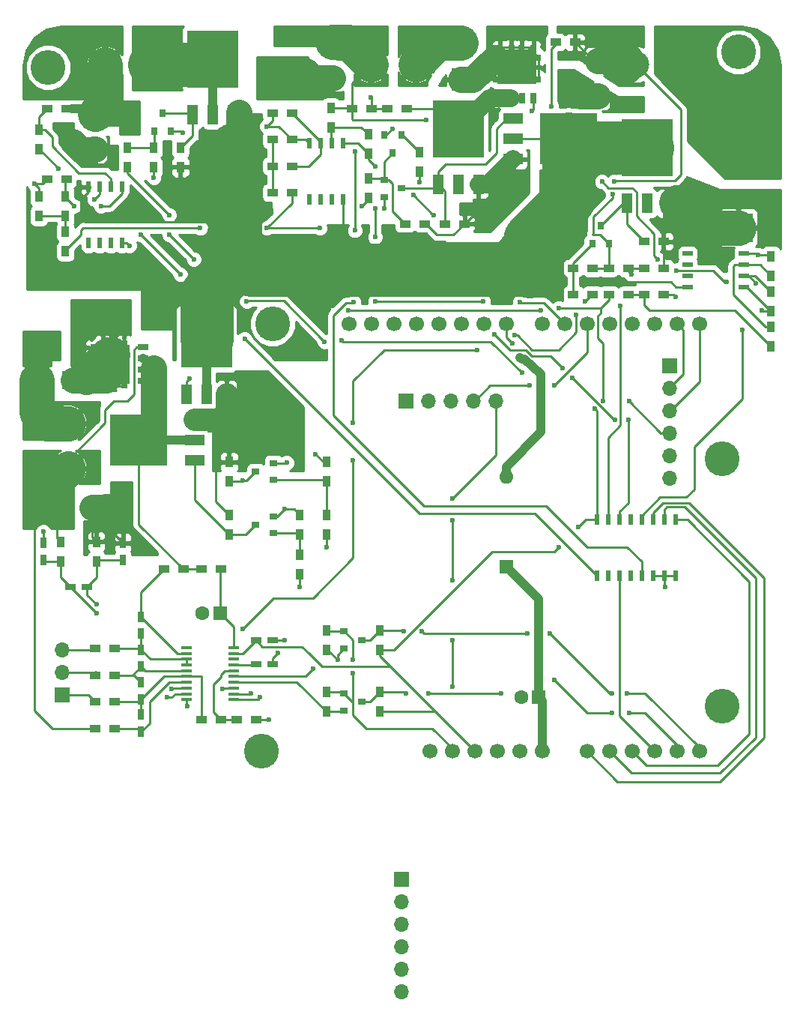
<source format=gbr>
G04 #@! TF.FileFunction,Copper,L1,Top,Signal*
%FSLAX46Y46*%
G04 Gerber Fmt 4.6, Leading zero omitted, Abs format (unit mm)*
G04 Created by KiCad (PCBNEW 4.0.4-stable) date 05/23/17 22:08:48*
%MOMM*%
%LPD*%
G01*
G04 APERTURE LIST*
%ADD10C,0.100000*%
%ADD11R,0.750000X1.200000*%
%ADD12R,1.200000X0.750000*%
%ADD13R,1.600000X1.600000*%
%ADD14C,1.600000*%
%ADD15O,1.600000X1.600000*%
%ADD16R,3.200000X3.200000*%
%ADD17O,3.200000X3.200000*%
%ADD18R,2.650000X2.030000*%
%ADD19R,2.030000X2.650000*%
%ADD20C,3.000000*%
%ADD21R,1.700000X1.700000*%
%ADD22O,1.700000X1.700000*%
%ADD23R,0.800000X0.900000*%
%ADD24R,1.200000X2.200000*%
%ADD25R,5.800000X6.400000*%
%ADD26R,2.750000X3.050000*%
%ADD27R,0.900000X0.800000*%
%ADD28R,2.200000X1.200000*%
%ADD29R,6.400000X5.800000*%
%ADD30R,3.050000X2.750000*%
%ADD31R,0.900000X1.200000*%
%ADD32R,1.200000X0.900000*%
%ADD33R,2.000000X1.700000*%
%ADD34R,1.700000X2.000000*%
%ADD35R,0.508000X1.143000*%
%ADD36R,1.270000X0.406400*%
%ADD37R,1.143000X0.508000*%
%ADD38C,1.700000*%
%ADD39C,3.937000*%
%ADD40R,0.800000X0.475000*%
%ADD41R,0.550000X0.650000*%
%ADD42R,0.550000X0.750000*%
%ADD43R,3.900000X2.225000*%
%ADD44R,1.250000X0.650000*%
%ADD45R,0.475000X0.800000*%
%ADD46R,0.650000X0.550000*%
%ADD47R,0.750000X0.550000*%
%ADD48R,2.225000X3.900000*%
%ADD49R,0.650000X1.250000*%
%ADD50C,0.600000*%
%ADD51C,1.000000*%
%ADD52C,0.250000*%
%ADD53C,1.000000*%
%ADD54C,3.000000*%
%ADD55C,6.000000*%
%ADD56C,4.000000*%
%ADD57C,5.000000*%
%ADD58C,2.000000*%
%ADD59C,2.500000*%
%ADD60C,0.254000*%
G04 APERTURE END LIST*
D10*
D11*
X114050000Y-107400000D03*
X114050000Y-109300000D03*
X114050000Y-111100000D03*
X114050000Y-113000000D03*
X114050000Y-114800000D03*
X114050000Y-116700000D03*
X114050000Y-118450000D03*
X114050000Y-120350000D03*
X103000000Y-100950000D03*
X103000000Y-99050000D03*
D12*
X127050000Y-112750000D03*
X128950000Y-112750000D03*
X127050000Y-110000000D03*
X128950000Y-110000000D03*
X107950000Y-104000000D03*
X106050000Y-104000000D03*
D13*
X123000000Y-107000000D03*
D14*
X121000000Y-107000000D03*
D11*
X112000000Y-100950000D03*
X112000000Y-99050000D03*
D13*
X159000000Y-116500000D03*
D14*
X157000000Y-116500000D03*
D13*
X155300000Y-101700000D03*
D15*
X155300000Y-91540000D03*
D16*
X181550000Y-63450000D03*
D17*
X181550000Y-50750000D03*
D18*
X102260000Y-80650000D03*
X106440000Y-80650000D03*
D19*
X150150000Y-42510000D03*
X150150000Y-46690000D03*
D20*
X115080000Y-45000000D03*
X110000000Y-45000000D03*
D21*
X105150000Y-116200000D03*
D22*
X105150000Y-113660000D03*
X105150000Y-111120000D03*
D20*
X175080000Y-45000000D03*
X170000000Y-45000000D03*
X105800000Y-85520000D03*
X105800000Y-90600000D03*
X145080000Y-45000000D03*
X140000000Y-45000000D03*
D23*
X115550000Y-52500000D03*
X117450000Y-52500000D03*
X116500000Y-50500000D03*
D24*
X119870000Y-50700000D03*
X122150000Y-50700000D03*
X124430000Y-50700000D03*
D25*
X122150000Y-44400000D03*
D26*
X123675000Y-42725000D03*
X120625000Y-46075000D03*
X120625000Y-42725000D03*
X123675000Y-46075000D03*
D24*
X147620000Y-58550000D03*
X149900000Y-58550000D03*
X152180000Y-58550000D03*
D25*
X149900000Y-52250000D03*
D26*
X151425000Y-50575000D03*
X148375000Y-53925000D03*
X148375000Y-50575000D03*
X151425000Y-53925000D03*
D23*
X143450000Y-53000000D03*
X141550000Y-53000000D03*
X142500000Y-55000000D03*
D27*
X129000000Y-91950000D03*
X129000000Y-90050000D03*
X127000000Y-91000000D03*
X141500000Y-58050000D03*
X141500000Y-59950000D03*
X143500000Y-59000000D03*
D28*
X156100000Y-51120000D03*
X156100000Y-53400000D03*
X156100000Y-55680000D03*
D29*
X162400000Y-53400000D03*
D30*
X164075000Y-54925000D03*
X160725000Y-51875000D03*
X164075000Y-51875000D03*
X160725000Y-54925000D03*
D23*
X165050000Y-65250000D03*
X166950000Y-65250000D03*
X166000000Y-63250000D03*
D24*
X168970000Y-60700000D03*
X171250000Y-60700000D03*
X173530000Y-60700000D03*
D25*
X171250000Y-54400000D03*
D26*
X172775000Y-52725000D03*
X169725000Y-56075000D03*
X169725000Y-52725000D03*
X172775000Y-56075000D03*
D31*
X112500000Y-54400000D03*
X112500000Y-56600000D03*
D32*
X116650000Y-102000000D03*
X118850000Y-102000000D03*
X111100000Y-111000000D03*
X108900000Y-111000000D03*
X111100000Y-114000000D03*
X108900000Y-114000000D03*
X111100000Y-117000000D03*
X108900000Y-117000000D03*
X111100000Y-120000000D03*
X108900000Y-120000000D03*
X144100000Y-50000000D03*
X141900000Y-50000000D03*
X140100000Y-50000000D03*
X137900000Y-50000000D03*
D31*
X115500000Y-56600000D03*
X115500000Y-54400000D03*
D32*
X123100000Y-102000000D03*
X120900000Y-102000000D03*
X123100000Y-119000000D03*
X120900000Y-119000000D03*
D31*
X118500000Y-54400000D03*
X118500000Y-56600000D03*
D32*
X124900000Y-119000000D03*
X127100000Y-119000000D03*
D31*
X105000000Y-98900000D03*
X105000000Y-101100000D03*
X135500000Y-49900000D03*
X135500000Y-52100000D03*
D33*
X108500000Y-95050000D03*
X104500000Y-95050000D03*
D34*
X135700000Y-46500000D03*
X135700000Y-42500000D03*
D31*
X109000000Y-98900000D03*
X109000000Y-101100000D03*
X139750000Y-55100000D03*
X139750000Y-52900000D03*
D32*
X128900000Y-56500000D03*
X131100000Y-56500000D03*
X128900000Y-50500000D03*
X131100000Y-50500000D03*
D31*
X132000000Y-100400000D03*
X132000000Y-102600000D03*
D32*
X131100000Y-59500000D03*
X128900000Y-59500000D03*
X128900000Y-53500000D03*
X131100000Y-53500000D03*
D31*
X145500000Y-54900000D03*
X145500000Y-57100000D03*
X105500000Y-66100000D03*
X105500000Y-63900000D03*
X102500000Y-62100000D03*
X102500000Y-59900000D03*
X132000000Y-95900000D03*
X132000000Y-98100000D03*
D32*
X103400000Y-58000000D03*
X105600000Y-58000000D03*
X143900000Y-63000000D03*
X146100000Y-63000000D03*
D31*
X105500000Y-62100000D03*
X105500000Y-59900000D03*
D34*
X108850000Y-54600000D03*
X108850000Y-50600000D03*
D31*
X135000000Y-95900000D03*
X135000000Y-98100000D03*
D32*
X105600000Y-50000000D03*
X103400000Y-50000000D03*
D31*
X139750000Y-60100000D03*
X139750000Y-57900000D03*
X102500000Y-52400000D03*
X102500000Y-54600000D03*
D32*
X148400000Y-63000000D03*
X150600000Y-63000000D03*
X162900000Y-71000000D03*
X165100000Y-71000000D03*
X165100000Y-68000000D03*
X162900000Y-68000000D03*
X170900000Y-65000000D03*
X173100000Y-65000000D03*
X173100000Y-68000000D03*
X170900000Y-68000000D03*
X169100000Y-68000000D03*
X166900000Y-68000000D03*
X163100000Y-42500000D03*
X160900000Y-42500000D03*
D34*
X165650000Y-48600000D03*
X165650000Y-44600000D03*
D31*
X185250000Y-72850000D03*
X185250000Y-70650000D03*
X185250000Y-76850000D03*
X185250000Y-74650000D03*
X185250000Y-66650000D03*
X185250000Y-68850000D03*
D32*
X166900000Y-71000000D03*
X169100000Y-71000000D03*
X170900000Y-71000000D03*
X173100000Y-71000000D03*
D35*
X136855000Y-60275000D03*
X135585000Y-60275000D03*
X134315000Y-60275000D03*
X133045000Y-60275000D03*
X133045000Y-53925000D03*
X134315000Y-53925000D03*
X135585000Y-53925000D03*
X136855000Y-53925000D03*
D36*
X124517000Y-116721000D03*
X124517000Y-116086000D03*
X124517000Y-115425600D03*
X124517000Y-114765200D03*
X124517000Y-114130200D03*
X124517000Y-113469800D03*
X124517000Y-112809400D03*
X124517000Y-112174400D03*
X124517000Y-111514000D03*
X124517000Y-110879000D03*
X119183000Y-110879000D03*
X119183000Y-111514000D03*
X119183000Y-112174400D03*
X119183000Y-112809400D03*
X119183000Y-113469800D03*
X119183000Y-114130200D03*
X119183000Y-114765200D03*
X119183000Y-115425600D03*
X119183000Y-116086000D03*
X119183000Y-116721000D03*
D35*
X165555000Y-96425000D03*
X168095000Y-96425000D03*
X169365000Y-96425000D03*
X170635000Y-96425000D03*
X171905000Y-96425000D03*
X173175000Y-96425000D03*
X174445000Y-96425000D03*
X174445000Y-102775000D03*
X173175000Y-102775000D03*
X171905000Y-102775000D03*
X170635000Y-102775000D03*
X169365000Y-102775000D03*
X168095000Y-102775000D03*
X166825000Y-102775000D03*
X165555000Y-102775000D03*
X166825000Y-96425000D03*
D37*
X175825000Y-70155000D03*
X175825000Y-68885000D03*
X175825000Y-67615000D03*
X175825000Y-66345000D03*
X182175000Y-66345000D03*
X182175000Y-67615000D03*
X182175000Y-68885000D03*
X182175000Y-70155000D03*
D35*
X108095000Y-58825000D03*
X109365000Y-58825000D03*
X110635000Y-58825000D03*
X111905000Y-58825000D03*
X111905000Y-65175000D03*
X110635000Y-65175000D03*
X109365000Y-65175000D03*
X108095000Y-65175000D03*
D27*
X129000000Y-97950000D03*
X129000000Y-96050000D03*
X127000000Y-97000000D03*
D28*
X120100000Y-89730000D03*
X120100000Y-87450000D03*
X120100000Y-85170000D03*
D29*
X113800000Y-87450000D03*
D30*
X112125000Y-85925000D03*
X115475000Y-88975000D03*
X112125000Y-88975000D03*
X115475000Y-85925000D03*
D24*
X119170000Y-82300000D03*
X121450000Y-82300000D03*
X123730000Y-82300000D03*
D25*
X121450000Y-76000000D03*
D26*
X122975000Y-74325000D03*
X119925000Y-77675000D03*
X119925000Y-74325000D03*
X122975000Y-77675000D03*
D31*
X124000000Y-95900000D03*
X124000000Y-98100000D03*
X135000000Y-89900000D03*
X135000000Y-92100000D03*
X124000000Y-92100000D03*
X124000000Y-89900000D03*
D38*
X177165000Y-122555000D03*
X174625000Y-122555000D03*
X172085000Y-122555000D03*
X164465000Y-122555000D03*
X167005000Y-122555000D03*
X169545000Y-122555000D03*
X159385000Y-122555000D03*
X156845000Y-122555000D03*
X154305000Y-122555000D03*
X149225000Y-122555000D03*
X146685000Y-122555000D03*
X177165000Y-74295000D03*
X174625000Y-74295000D03*
X172085000Y-74295000D03*
X169545000Y-74295000D03*
X167005000Y-74295000D03*
X164465000Y-74295000D03*
X161925000Y-74295000D03*
X159385000Y-74295000D03*
X155321000Y-74295000D03*
X152781000Y-74295000D03*
X150241000Y-74295000D03*
X147701000Y-74295000D03*
X145161000Y-74295000D03*
X142621000Y-74295000D03*
X140081000Y-74295000D03*
X137541000Y-74295000D03*
X151765000Y-122555000D03*
D39*
X179705000Y-117475000D03*
X179705000Y-89535000D03*
X128905000Y-74295000D03*
X127635000Y-122555000D03*
X103550000Y-45350000D03*
X181550000Y-43600000D03*
D27*
X137000000Y-116050000D03*
X137000000Y-117950000D03*
X139000000Y-117000000D03*
X137000000Y-109050000D03*
X137000000Y-110950000D03*
X139000000Y-110000000D03*
D31*
X135000000Y-115900000D03*
X135000000Y-118100000D03*
X141000000Y-118100000D03*
X141000000Y-115900000D03*
X135000000Y-108900000D03*
X135000000Y-111100000D03*
X141000000Y-111100000D03*
X141000000Y-108900000D03*
D40*
X112160000Y-81312500D03*
X109710000Y-81312500D03*
X112160000Y-76387500D03*
D41*
X108580000Y-80750000D03*
D42*
X108575000Y-79425000D03*
D43*
X110800000Y-79962500D03*
D44*
X114275000Y-80755000D03*
X114275000Y-79485000D03*
X114275000Y-78215000D03*
X114275000Y-76945000D03*
D42*
X108575000Y-78275000D03*
D43*
X110800000Y-77737500D03*
D41*
X108580000Y-76950000D03*
D40*
X109710000Y-76387500D03*
D21*
X144000000Y-83000000D03*
D22*
X146540000Y-83000000D03*
X149080000Y-83000000D03*
X151620000Y-83000000D03*
X154160000Y-83000000D03*
D45*
X154037500Y-46660000D03*
X154037500Y-44210000D03*
X158962500Y-46660000D03*
D46*
X154600000Y-43080000D03*
D47*
X155925000Y-43075000D03*
D48*
X155387500Y-45300000D03*
D49*
X154595000Y-48775000D03*
X155865000Y-48775000D03*
X157135000Y-48775000D03*
X158405000Y-48775000D03*
D47*
X157075000Y-43075000D03*
D48*
X157612500Y-45300000D03*
D46*
X158400000Y-43080000D03*
D45*
X158962500Y-44210000D03*
D21*
X173800000Y-79000000D03*
D22*
X173800000Y-81540000D03*
X173800000Y-84080000D03*
X173800000Y-86620000D03*
X173800000Y-89160000D03*
X173800000Y-91700000D03*
D21*
X143500000Y-137075001D03*
D22*
X143500000Y-139615001D03*
X143500000Y-142155001D03*
X143500000Y-144695001D03*
X143500000Y-147235001D03*
X143500000Y-149775001D03*
D50*
X141500000Y-61250000D03*
X133750000Y-89000000D03*
X130500000Y-90000000D03*
X130250000Y-95250000D03*
X129500000Y-111500000D03*
X139000000Y-61000000D03*
X103000000Y-97750000D03*
X110500000Y-98000000D03*
X130250000Y-110000000D03*
X123250000Y-115500000D03*
X128500000Y-119000000D03*
X173250000Y-104000000D03*
X183750000Y-66500000D03*
X174500000Y-71250000D03*
X142500000Y-52250000D03*
X128250000Y-52000000D03*
X112750000Y-65500000D03*
X115500000Y-57750000D03*
X118750000Y-52750000D03*
X102000000Y-58500000D03*
D51*
X111500000Y-95000000D03*
X106300000Y-53700000D03*
X162500000Y-47400000D03*
X132750000Y-45750000D03*
D50*
X149250000Y-94000000D03*
X149250000Y-96500000D03*
X149250000Y-103250000D03*
X149250000Y-110000000D03*
X149250000Y-115250000D03*
X158000000Y-81250000D03*
X160750000Y-81250000D03*
X145500000Y-58300000D03*
X144800000Y-59750000D03*
X147150000Y-62000000D03*
X156850000Y-71850000D03*
X157100000Y-79800000D03*
X136700000Y-76200000D03*
X134800000Y-76300000D03*
X126000000Y-71750000D03*
X120000000Y-67000000D03*
X117250000Y-64250000D03*
X117250000Y-62000000D03*
X169200000Y-83000000D03*
X165300000Y-83900000D03*
X166300000Y-83000000D03*
X163500000Y-97250000D03*
X161250000Y-99500000D03*
X161250000Y-72500000D03*
X159250000Y-72750000D03*
X137500000Y-72750000D03*
X134250000Y-63500000D03*
X120750000Y-63500000D03*
X128250000Y-63500000D03*
X117500000Y-115500000D03*
X109000000Y-107000000D03*
X117000000Y-116500000D03*
X109000000Y-106000000D03*
X158500000Y-69000000D03*
X156900000Y-78075002D03*
X162000000Y-69550000D03*
X165400000Y-69750000D03*
X167500000Y-58250000D03*
X167350000Y-59650000D03*
X158250000Y-50250000D03*
X146250000Y-51250000D03*
X135000000Y-99500000D03*
X127500000Y-116500000D03*
X126500000Y-116000000D03*
X132000000Y-104000000D03*
X140050000Y-48750000D03*
X138200000Y-54800000D03*
X138200000Y-63750000D03*
X138100000Y-71850000D03*
X154000000Y-75500000D03*
X152750000Y-71750000D03*
X140500000Y-71750000D03*
X140500000Y-64500000D03*
X140500000Y-61250000D03*
X140500000Y-56500000D03*
X169100000Y-85100000D03*
X167600000Y-85100000D03*
X162800000Y-80400000D03*
X161700000Y-79300000D03*
X109500000Y-61000000D03*
X106500000Y-61000000D03*
X114000000Y-64250000D03*
X118500000Y-68750000D03*
X125750000Y-76000000D03*
X104750000Y-56750000D03*
X108750000Y-60250000D03*
X163250000Y-73250000D03*
X164250000Y-71750000D03*
X156300000Y-75600000D03*
X168250000Y-72250000D03*
X169500000Y-68750000D03*
X183550000Y-69700000D03*
X180250000Y-69550000D03*
X160450000Y-49750000D03*
X166150000Y-58250000D03*
X172450000Y-67000000D03*
X174600000Y-68250000D03*
X184250000Y-72750000D03*
X182000000Y-75000000D03*
X119250000Y-117500000D03*
X125500000Y-108750000D03*
X138000000Y-85500000D03*
X138000000Y-89750000D03*
X152000000Y-77250000D03*
X156000000Y-76500000D03*
X125500000Y-92000000D03*
X119500000Y-80500000D03*
X138000000Y-112250000D03*
X138000000Y-113750000D03*
X169250000Y-118250000D03*
X167250000Y-118250000D03*
X160750000Y-114500000D03*
X154750000Y-116000000D03*
X146500000Y-116000000D03*
X144000000Y-116000000D03*
X136250000Y-112250000D03*
X133500000Y-113250000D03*
X169000000Y-116000000D03*
X167250000Y-116000000D03*
X160250000Y-109250000D03*
X157750000Y-109250000D03*
X145750000Y-109000000D03*
X143750000Y-109000000D03*
D52*
X168095000Y-102775000D02*
X168095000Y-118565000D01*
X168095000Y-118565000D02*
X172085000Y-122555000D01*
X171905000Y-96425000D02*
X171905000Y-95595000D01*
X167910000Y-126000000D02*
X164465000Y-122555000D01*
X179500000Y-126000000D02*
X167910000Y-126000000D01*
X184500000Y-121000000D02*
X179500000Y-126000000D01*
X184500000Y-103000000D02*
X184500000Y-121000000D01*
X176000000Y-94500000D02*
X184500000Y-103000000D01*
X173000000Y-94500000D02*
X176000000Y-94500000D01*
X171905000Y-95595000D02*
X173000000Y-94500000D01*
X173175000Y-96425000D02*
X173175000Y-95325000D01*
X169450000Y-125000000D02*
X167005000Y-122555000D01*
X179500000Y-125000000D02*
X169450000Y-125000000D01*
X183500000Y-121000000D02*
X179500000Y-125000000D01*
X183500000Y-103000000D02*
X183500000Y-121000000D01*
X175500000Y-95000000D02*
X183500000Y-103000000D01*
X173500000Y-95000000D02*
X175500000Y-95000000D01*
X173175000Y-95325000D02*
X173500000Y-95000000D01*
X174445000Y-96425000D02*
X175825000Y-96425000D01*
X171190000Y-124200000D02*
X169545000Y-122555000D01*
X179200000Y-124200000D02*
X171190000Y-124200000D01*
X182800000Y-120600000D02*
X179200000Y-124200000D01*
X182800000Y-103400000D02*
X182800000Y-120600000D01*
X175825000Y-96425000D02*
X182800000Y-103400000D01*
D53*
X159000000Y-116500000D02*
X159000000Y-105400000D01*
X159000000Y-105400000D02*
X155300000Y-101700000D01*
X159385000Y-122555000D02*
X159385000Y-116885000D01*
X159385000Y-116885000D02*
X159000000Y-116500000D01*
D52*
X141500000Y-59950000D02*
X141500000Y-61250000D01*
X135000000Y-89900000D02*
X134650000Y-89900000D01*
X134650000Y-89900000D02*
X133750000Y-89000000D01*
X129000000Y-90050000D02*
X130450000Y-90050000D01*
X130450000Y-90050000D02*
X130500000Y-90000000D01*
X130250000Y-95250000D02*
X131350000Y-95250000D01*
X129450000Y-96050000D02*
X130250000Y-95250000D01*
X131350000Y-95250000D02*
X132000000Y-95900000D01*
X129000000Y-96050000D02*
X129450000Y-96050000D01*
X128950000Y-112750000D02*
X128950000Y-112050000D01*
X128950000Y-112050000D02*
X129500000Y-111500000D01*
X139750000Y-60100000D02*
X139750000Y-60250000D01*
X139750000Y-60250000D02*
X139000000Y-61000000D01*
X103000000Y-99050000D02*
X103000000Y-97750000D01*
X110500000Y-98000000D02*
X110950000Y-98000000D01*
X109600000Y-98900000D02*
X110500000Y-98000000D01*
X109000000Y-98900000D02*
X109600000Y-98900000D01*
X110950000Y-98000000D02*
X112000000Y-99050000D01*
X128950000Y-110000000D02*
X130250000Y-110000000D01*
X124517000Y-115425600D02*
X123324400Y-115425600D01*
X123324400Y-115425600D02*
X123250000Y-115500000D01*
X127100000Y-119000000D02*
X128500000Y-119000000D01*
X171905000Y-102775000D02*
X173175000Y-102775000D01*
X173175000Y-102775000D02*
X174445000Y-102775000D01*
X173175000Y-102775000D02*
X173175000Y-103925000D01*
X173175000Y-103925000D02*
X173250000Y-104000000D01*
X185100000Y-66500000D02*
X183750000Y-66500000D01*
X183595000Y-66345000D02*
X183750000Y-66500000D01*
X183595000Y-66345000D02*
X182175000Y-66345000D01*
X185100000Y-66500000D02*
X185250000Y-66650000D01*
X173100000Y-71000000D02*
X174250000Y-71000000D01*
X174250000Y-71000000D02*
X174500000Y-71250000D01*
X141550000Y-53000000D02*
X141750000Y-53000000D01*
X141750000Y-53000000D02*
X142500000Y-52250000D01*
X131100000Y-53500000D02*
X132620000Y-53500000D01*
X132620000Y-53500000D02*
X133045000Y-53925000D01*
X128250000Y-52000000D02*
X129600000Y-52000000D01*
X128900000Y-51350000D02*
X128250000Y-52000000D01*
X128900000Y-50500000D02*
X128900000Y-51350000D01*
X129600000Y-52000000D02*
X131100000Y-53500000D01*
X111905000Y-65175000D02*
X112425000Y-65175000D01*
X112425000Y-65175000D02*
X112750000Y-65500000D01*
X115500000Y-56600000D02*
X115500000Y-57750000D01*
X117450000Y-52500000D02*
X118500000Y-52500000D01*
X118500000Y-52500000D02*
X118750000Y-52750000D01*
X102000000Y-58500000D02*
X102900000Y-58500000D01*
X102500000Y-59000000D02*
X102000000Y-58500000D01*
X102500000Y-59900000D02*
X102500000Y-59000000D01*
X102900000Y-58500000D02*
X103400000Y-58000000D01*
X108500000Y-95050000D02*
X108500000Y-98400000D01*
X108500000Y-98400000D02*
X109000000Y-98900000D01*
D54*
X108500000Y-95050000D02*
X111450000Y-95050000D01*
X111450000Y-95050000D02*
X111500000Y-95000000D01*
X108850000Y-54600000D02*
X107300000Y-54700000D01*
X107300000Y-54700000D02*
X106300000Y-53700000D01*
X165650000Y-48600000D02*
X163700000Y-48600000D01*
X163700000Y-48600000D02*
X162500000Y-47400000D01*
X135700000Y-46500000D02*
X133500000Y-46500000D01*
X133500000Y-46500000D02*
X132750000Y-45750000D01*
D52*
X154160000Y-89090000D02*
X154160000Y-83000000D01*
X149250000Y-94000000D02*
X154160000Y-89090000D01*
X149250000Y-103250000D02*
X149250000Y-96500000D01*
X149250000Y-115250000D02*
X149250000Y-110000000D01*
X173800000Y-84080000D02*
X173920000Y-84080000D01*
X173920000Y-84080000D02*
X177165000Y-80835000D01*
X177165000Y-80835000D02*
X177165000Y-74295000D01*
X173800000Y-81540000D02*
X173800000Y-81500000D01*
X173800000Y-81500000D02*
X175300000Y-80000000D01*
X175300000Y-80000000D02*
X175300000Y-74970000D01*
X175300000Y-74970000D02*
X174625000Y-74295000D01*
X151620000Y-83000000D02*
X151750000Y-83000000D01*
X151750000Y-83000000D02*
X153500000Y-81250000D01*
X153500000Y-81250000D02*
X158000000Y-81250000D01*
X160750000Y-81250000D02*
X164465000Y-77535000D01*
X164465000Y-77535000D02*
X164465000Y-74295000D01*
X158300000Y-71950000D02*
X159580000Y-71950000D01*
X144800000Y-59750000D02*
X147050000Y-62000000D01*
X147050000Y-62000000D02*
X147150000Y-62000000D01*
X156850000Y-71850000D02*
X156950000Y-71950000D01*
X156950000Y-71950000D02*
X158300000Y-71950000D01*
X145500000Y-57100000D02*
X145500000Y-58300000D01*
X159580000Y-71950000D02*
X161925000Y-74295000D01*
X112500000Y-56600000D02*
X112500000Y-57250000D01*
X153600000Y-76300000D02*
X157100000Y-79800000D01*
X136800000Y-76300000D02*
X153600000Y-76300000D01*
X136700000Y-76200000D02*
X136800000Y-76300000D01*
X130200000Y-71700000D02*
X134800000Y-76300000D01*
X126050000Y-71700000D02*
X130200000Y-71700000D01*
X126000000Y-71750000D02*
X126050000Y-71700000D01*
X117250000Y-64250000D02*
X120000000Y-67000000D01*
X112500000Y-57250000D02*
X117250000Y-62000000D01*
X172820000Y-86620000D02*
X173800000Y-86620000D01*
X169200000Y-83000000D02*
X172820000Y-86620000D01*
X127050000Y-110000000D02*
X127050000Y-110050000D01*
X127050000Y-110050000D02*
X127750000Y-110750000D01*
X133000000Y-111500000D02*
X134500000Y-113000000D01*
X134500000Y-113000000D02*
X142210000Y-113000000D01*
X132250000Y-110750000D02*
X133000000Y-111500000D01*
X127750000Y-110750000D02*
X132250000Y-110750000D01*
X166000000Y-72500000D02*
X166000000Y-73100000D01*
X165555000Y-84155000D02*
X165555000Y-96425000D01*
X165300000Y-83900000D02*
X165555000Y-84155000D01*
X166300000Y-76500000D02*
X166300000Y-83000000D01*
X165700000Y-75900000D02*
X166300000Y-76500000D01*
X165700000Y-73400000D02*
X165700000Y-75900000D01*
X166000000Y-73100000D02*
X165700000Y-73400000D01*
X165555000Y-96425000D02*
X164325000Y-96425000D01*
X164325000Y-96425000D02*
X163500000Y-97250000D01*
X161250000Y-99500000D02*
X160750000Y-100000000D01*
X160750000Y-100000000D02*
X160500000Y-100000000D01*
X142650000Y-111100000D02*
X141000000Y-111100000D01*
X153750000Y-100000000D02*
X160500000Y-100000000D01*
X142650000Y-111100000D02*
X153750000Y-100000000D01*
X166900000Y-71600000D02*
X166000000Y-72500000D01*
X166000000Y-72500000D02*
X161250000Y-72500000D01*
X159250000Y-72750000D02*
X137500000Y-72750000D01*
X134250000Y-63500000D02*
X133250000Y-63500000D01*
X128250000Y-63500000D02*
X133250000Y-63500000D01*
X166900000Y-71600000D02*
X166900000Y-71000000D01*
X105500000Y-66100000D02*
X105500000Y-66000000D01*
X105500000Y-66000000D02*
X107250000Y-64250000D01*
X107250000Y-64250000D02*
X107250000Y-63750000D01*
X107250000Y-63750000D02*
X107500000Y-63500000D01*
X107500000Y-63500000D02*
X120750000Y-63500000D01*
X128250000Y-63500000D02*
X131100000Y-60650000D01*
X131100000Y-60650000D02*
X131100000Y-59500000D01*
X127050000Y-110000000D02*
X127050000Y-110300000D01*
X141000000Y-111100000D02*
X141000000Y-111790000D01*
X141000000Y-111790000D02*
X142210000Y-113000000D01*
X142210000Y-113000000D02*
X147310000Y-118100000D01*
X141000000Y-118100000D02*
X147310000Y-118100000D01*
X147310000Y-118100000D02*
X151765000Y-122555000D01*
X124517000Y-111514000D02*
X125536000Y-111514000D01*
X125536000Y-111514000D02*
X127050000Y-110000000D01*
X114050000Y-107400000D02*
X114050000Y-104600000D01*
X114050000Y-104600000D02*
X116650000Y-102000000D01*
X119183000Y-111514000D02*
X118164000Y-111514000D01*
X118164000Y-111514000D02*
X114050000Y-107400000D01*
X119183000Y-112809400D02*
X119183000Y-112174400D01*
X119183000Y-112174400D02*
X115124400Y-112174400D01*
X115124400Y-112174400D02*
X114050000Y-111100000D01*
X114050000Y-111100000D02*
X114050000Y-109300000D01*
X111100000Y-111000000D02*
X113950000Y-111000000D01*
X113950000Y-111000000D02*
X114050000Y-111100000D01*
X119183000Y-113469800D02*
X114519800Y-113469800D01*
X114519800Y-113469800D02*
X114050000Y-113000000D01*
X113000000Y-114000000D02*
X113250000Y-114000000D01*
X113250000Y-114000000D02*
X114050000Y-114800000D01*
X111100000Y-114000000D02*
X113000000Y-114000000D01*
X113000000Y-114000000D02*
X113050000Y-114000000D01*
X113050000Y-114000000D02*
X114050000Y-113000000D01*
X119183000Y-114130200D02*
X120869800Y-114130200D01*
X120900000Y-114160400D02*
X120900000Y-119000000D01*
X120869800Y-114130200D02*
X120900000Y-114160400D01*
X119183000Y-114130200D02*
X116619800Y-114130200D01*
X116619800Y-114130200D02*
X114050000Y-116700000D01*
X114050000Y-118450000D02*
X114050000Y-116700000D01*
X111100000Y-117000000D02*
X113750000Y-117000000D01*
X113750000Y-117000000D02*
X114050000Y-116700000D01*
X119183000Y-114765200D02*
X117234800Y-114765200D01*
X115000000Y-119400000D02*
X114050000Y-120350000D01*
X115000000Y-117000000D02*
X115000000Y-119400000D01*
X117234800Y-114765200D02*
X115000000Y-117000000D01*
X111100000Y-120000000D02*
X113700000Y-120000000D01*
X113700000Y-120000000D02*
X114050000Y-120350000D01*
X106050000Y-104000000D02*
X106050000Y-104050000D01*
X106050000Y-104050000D02*
X109000000Y-107000000D01*
X117574400Y-115425600D02*
X119183000Y-115425600D01*
X117500000Y-115500000D02*
X117574400Y-115425600D01*
X105000000Y-101100000D02*
X105000000Y-102950000D01*
X105000000Y-102950000D02*
X106050000Y-104000000D01*
X105000000Y-101100000D02*
X103150000Y-101100000D01*
X103150000Y-101100000D02*
X103000000Y-100950000D01*
X124517000Y-112809400D02*
X126990600Y-112809400D01*
X126990600Y-112809400D02*
X127050000Y-112750000D01*
D53*
X120100000Y-87450000D02*
X113800000Y-87450000D01*
D52*
X113800000Y-87450000D02*
X113800000Y-96950000D01*
X113800000Y-96950000D02*
X118850000Y-102000000D01*
X118850000Y-102000000D02*
X120900000Y-102000000D01*
X114275000Y-79485000D02*
X114275000Y-80755000D01*
X114275000Y-80755000D02*
X115500000Y-79530000D01*
X115500000Y-79530000D02*
X115500000Y-80000000D01*
D54*
X115500000Y-85750000D02*
X115500000Y-80000000D01*
X115500000Y-80000000D02*
X115500000Y-79300000D01*
D53*
X114915000Y-78715000D02*
X115500000Y-79300000D01*
X114915000Y-78715000D02*
X114275000Y-78215000D01*
D54*
X115500000Y-85750000D02*
X113800000Y-87450000D01*
D52*
X107950000Y-104000000D02*
X107950000Y-104950000D01*
X117914000Y-116086000D02*
X119183000Y-116086000D01*
X117500000Y-116500000D02*
X117914000Y-116086000D01*
X117000000Y-116500000D02*
X117500000Y-116500000D01*
X107950000Y-104950000D02*
X109000000Y-106000000D01*
X112000000Y-100950000D02*
X109150000Y-100950000D01*
X109150000Y-100950000D02*
X109000000Y-101100000D01*
X109000000Y-101100000D02*
X109000000Y-102950000D01*
X109000000Y-102950000D02*
X107950000Y-104000000D01*
X123000000Y-107000000D02*
X123000000Y-102100000D01*
X123000000Y-102100000D02*
X123100000Y-102000000D01*
X124517000Y-110879000D02*
X124517000Y-108517000D01*
X124517000Y-108517000D02*
X123000000Y-107000000D01*
D53*
X121450000Y-82300000D02*
X121450000Y-76000000D01*
X157400000Y-78300000D02*
X157124998Y-78300000D01*
X155300000Y-90450000D02*
X159250000Y-86500000D01*
X159250000Y-80000000D02*
X159250000Y-86500000D01*
X157400000Y-78300000D02*
X159250000Y-80000000D01*
X155300000Y-91540000D02*
X155300000Y-90450000D01*
X158500000Y-69000000D02*
X157750000Y-68250000D01*
X157124998Y-78300000D02*
X156900000Y-78075002D01*
X157750000Y-68250000D02*
X157750000Y-68200000D01*
X157750000Y-68250000D02*
X157750000Y-68200000D01*
D52*
X156100000Y-53400000D02*
X162400000Y-53400000D01*
X175825000Y-70155000D02*
X174505000Y-70155000D01*
X160650000Y-68200000D02*
X157750000Y-68200000D01*
X162000000Y-69550000D02*
X160650000Y-68200000D01*
X165550000Y-69600000D02*
X165400000Y-69750000D01*
X173950000Y-69600000D02*
X165550000Y-69600000D01*
X174505000Y-70155000D02*
X173950000Y-69600000D01*
X124430000Y-50700000D02*
X124430000Y-54430000D01*
X124430000Y-54430000D02*
X124600000Y-54600000D01*
X136855000Y-60275000D02*
X136855000Y-68200000D01*
X118500000Y-56600000D02*
X122600000Y-56600000D01*
X122600000Y-56600000D02*
X124600000Y-54600000D01*
X108095000Y-58825000D02*
X108095000Y-59405000D01*
X107750000Y-62750000D02*
X124650000Y-62750000D01*
X107250000Y-62250000D02*
X107750000Y-62750000D01*
X107250000Y-60250000D02*
X107250000Y-62250000D01*
X108095000Y-59405000D02*
X107250000Y-60250000D01*
D54*
X124600000Y-54600000D02*
X124600000Y-52800000D01*
D55*
X125250000Y-67050000D02*
X124650000Y-66450000D01*
X124650000Y-66450000D02*
X124650000Y-62750000D01*
X124650000Y-62750000D02*
X124650000Y-54650000D01*
X124650000Y-54650000D02*
X124600000Y-54600000D01*
X125300000Y-67050000D02*
X125250000Y-67050000D01*
D54*
X125150000Y-52250000D02*
X125150000Y-50400000D01*
X124600000Y-52800000D02*
X125150000Y-52250000D01*
D55*
X162400000Y-53400000D02*
X162400000Y-60250000D01*
X126450000Y-68200000D02*
X125300000Y-67050000D01*
X157750000Y-68200000D02*
X136855000Y-68200000D01*
X136855000Y-68200000D02*
X126450000Y-68200000D01*
X157950000Y-68400000D02*
X157750000Y-68200000D01*
X157950000Y-64700000D02*
X157950000Y-68400000D01*
X162400000Y-60250000D02*
X157950000Y-64700000D01*
X121450000Y-76000000D02*
X121450000Y-70900000D01*
X121450000Y-70900000D02*
X125300000Y-67050000D01*
X171250000Y-54400000D02*
X163400000Y-54400000D01*
X181550000Y-50750000D02*
X180830000Y-50750000D01*
X180830000Y-50750000D02*
X175080000Y-45000000D01*
D56*
X102260000Y-80650000D02*
X102260000Y-84310000D01*
X103470000Y-85520000D02*
X105800000Y-85520000D01*
X102260000Y-84310000D02*
X103470000Y-85520000D01*
D52*
X112160000Y-81312500D02*
X109710000Y-81312500D01*
X108575000Y-79425000D02*
X108575000Y-78275000D01*
X108575000Y-78275000D02*
X108580000Y-78270000D01*
X108580000Y-78270000D02*
X108580000Y-76950000D01*
X108580000Y-80750000D02*
X109147500Y-80750000D01*
X109147500Y-80750000D02*
X109710000Y-81312500D01*
X106440000Y-80650000D02*
X109047500Y-80650000D01*
X109047500Y-80650000D02*
X108575000Y-80177500D01*
X108575000Y-80177500D02*
X108575000Y-78275000D01*
X108575000Y-78275000D02*
X108580000Y-78270000D01*
X108580000Y-78270000D02*
X108580000Y-77517500D01*
X108580000Y-77517500D02*
X109710000Y-76387500D01*
X109710000Y-76387500D02*
X112160000Y-76387500D01*
D54*
X106440000Y-80650000D02*
X110112500Y-80650000D01*
X110112500Y-80650000D02*
X110800000Y-79962500D01*
D56*
X110800000Y-77737500D02*
X110412500Y-77737500D01*
X110412500Y-77737500D02*
X107850000Y-80300000D01*
X150150000Y-42510000D02*
X147570000Y-42510000D01*
X147570000Y-42510000D02*
X145080000Y-45000000D01*
D52*
X154600000Y-43080000D02*
X155920000Y-43080000D01*
X155920000Y-43080000D02*
X155925000Y-43075000D01*
X155925000Y-43075000D02*
X158395000Y-43075000D01*
X158395000Y-43075000D02*
X158400000Y-43080000D01*
X154037500Y-44210000D02*
X154297500Y-44210000D01*
X154297500Y-44210000D02*
X155387500Y-45300000D01*
X150150000Y-46690000D02*
X154007500Y-46690000D01*
X154007500Y-46690000D02*
X154037500Y-46660000D01*
X154037500Y-46660000D02*
X154037500Y-43642500D01*
X154037500Y-43642500D02*
X154605000Y-43075000D01*
X154605000Y-43075000D02*
X157075000Y-43075000D01*
X157075000Y-43075000D02*
X157080000Y-43080000D01*
X157080000Y-43080000D02*
X157832500Y-43080000D01*
X157832500Y-43080000D02*
X158962500Y-44210000D01*
X158962500Y-44210000D02*
X158702500Y-44210000D01*
X158702500Y-44210000D02*
X158962500Y-44470000D01*
X158962500Y-44470000D02*
X158962500Y-46660000D01*
D54*
X150150000Y-46690000D02*
X151557500Y-46690000D01*
X151557500Y-46690000D02*
X154037500Y-44210000D01*
D52*
X105600000Y-50000000D02*
X108250000Y-50000000D01*
X108250000Y-50000000D02*
X108850000Y-50600000D01*
D53*
X106250000Y-50000000D02*
X108250000Y-50000000D01*
X108250000Y-50000000D02*
X108850000Y-50600000D01*
D56*
X110000000Y-45000000D02*
X110000000Y-49450000D01*
X110000000Y-49450000D02*
X108850000Y-50600000D01*
D53*
X122150000Y-50700000D02*
X122150000Y-44400000D01*
D57*
X115080000Y-45000000D02*
X121550000Y-45000000D01*
X121550000Y-45000000D02*
X122150000Y-44400000D01*
D52*
X105150000Y-116200000D02*
X108100000Y-116200000D01*
X108100000Y-116200000D02*
X108900000Y-117000000D01*
X105150000Y-113660000D02*
X108560000Y-113660000D01*
X108560000Y-113660000D02*
X108900000Y-114000000D01*
X108690000Y-113810000D02*
X108925000Y-113575000D01*
X105150000Y-111120000D02*
X108780000Y-111120000D01*
X108780000Y-111120000D02*
X108900000Y-111000000D01*
X166950000Y-65250000D02*
X166950000Y-65200000D01*
X166950000Y-65200000D02*
X165950000Y-64200000D01*
X175050000Y-50050000D02*
X170000000Y-45000000D01*
X175050000Y-57450000D02*
X175050000Y-50050000D01*
X174350000Y-58150000D02*
X175050000Y-57450000D01*
X167600000Y-58150000D02*
X174350000Y-58150000D01*
X167500000Y-58250000D02*
X167600000Y-58150000D01*
X167350000Y-60050000D02*
X167350000Y-59650000D01*
X165200000Y-62200000D02*
X167350000Y-60050000D01*
X165200000Y-64050000D02*
X165200000Y-62200000D01*
X165050000Y-64200000D02*
X165200000Y-64050000D01*
X165950000Y-64200000D02*
X165050000Y-64200000D01*
X166950000Y-65250000D02*
X166950000Y-67950000D01*
X166950000Y-67950000D02*
X166900000Y-68000000D01*
X165100000Y-68000000D02*
X166900000Y-68000000D01*
X165650000Y-44600000D02*
X165200000Y-44600000D01*
X165200000Y-44600000D02*
X163100000Y-42500000D01*
X165650000Y-44600000D02*
X169600000Y-44600000D01*
X169600000Y-44600000D02*
X170000000Y-45000000D01*
D54*
X165650000Y-44600000D02*
X168250000Y-44600000D01*
D57*
X168250000Y-44600000D02*
X168500000Y-44850000D01*
D52*
X105800000Y-90600000D02*
X105800000Y-89700000D01*
X105800000Y-89700000D02*
X110000000Y-85500000D01*
X113555000Y-76945000D02*
X114275000Y-76945000D01*
X113250000Y-77250000D02*
X113555000Y-76945000D01*
X113250000Y-82250000D02*
X113250000Y-77250000D01*
X112500000Y-83000000D02*
X113250000Y-82250000D01*
X111000000Y-83000000D02*
X112500000Y-83000000D01*
X110000000Y-84000000D02*
X111000000Y-83000000D01*
X110000000Y-85500000D02*
X110000000Y-84000000D01*
X104500000Y-95050000D02*
X102950000Y-95050000D01*
X104000000Y-120000000D02*
X108900000Y-120000000D01*
X102000000Y-118000000D02*
X104000000Y-120000000D01*
X102000000Y-96000000D02*
X102000000Y-118000000D01*
X102950000Y-95050000D02*
X102000000Y-96000000D01*
X104500000Y-95050000D02*
X104500000Y-98400000D01*
X104500000Y-98400000D02*
X105000000Y-98900000D01*
D56*
X104500000Y-95050000D02*
X104500000Y-91900000D01*
X104500000Y-91900000D02*
X105800000Y-90600000D01*
D52*
X137900000Y-50000000D02*
X137900000Y-51150000D01*
X158405000Y-50095000D02*
X158405000Y-48775000D01*
X158250000Y-50250000D02*
X158405000Y-50095000D01*
X138000000Y-51250000D02*
X146250000Y-51250000D01*
X137900000Y-51150000D02*
X138000000Y-51250000D01*
X137900000Y-50000000D02*
X137900000Y-47100000D01*
X137900000Y-47100000D02*
X140000000Y-45000000D01*
X135500000Y-49900000D02*
X137800000Y-49900000D01*
X137800000Y-49900000D02*
X137900000Y-50000000D01*
D56*
X135700000Y-42500000D02*
X137500000Y-42500000D01*
X137500000Y-42500000D02*
X140000000Y-45000000D01*
D52*
X112500000Y-54400000D02*
X115500000Y-54400000D01*
X115500000Y-54400000D02*
X115550000Y-54350000D01*
X115550000Y-54350000D02*
X115550000Y-52500000D01*
X119870000Y-50700000D02*
X119870000Y-53030000D01*
X119870000Y-53030000D02*
X118500000Y-54400000D01*
X116500000Y-50500000D02*
X119670000Y-50500000D01*
X119670000Y-50500000D02*
X119870000Y-50700000D01*
X129000000Y-97950000D02*
X131850000Y-97950000D01*
X131850000Y-97950000D02*
X132000000Y-98100000D01*
X132000000Y-98100000D02*
X132000000Y-100400000D01*
X124517000Y-116721000D02*
X127279000Y-116721000D01*
X135000000Y-99500000D02*
X135000000Y-98100000D01*
X127279000Y-116721000D02*
X127500000Y-116500000D01*
X147620000Y-58550000D02*
X147620000Y-57130000D01*
X154250000Y-52250000D02*
X155380000Y-51120000D01*
X154250000Y-55000000D02*
X154250000Y-52250000D01*
X153000000Y-56250000D02*
X154250000Y-55000000D01*
X148500000Y-56250000D02*
X153000000Y-56250000D01*
X147620000Y-57130000D02*
X148500000Y-56250000D01*
X155380000Y-51120000D02*
X156100000Y-51120000D01*
X148400000Y-63000000D02*
X148400000Y-59330000D01*
X148400000Y-59330000D02*
X147620000Y-58550000D01*
X143500000Y-59000000D02*
X147170000Y-59000000D01*
X147170000Y-59000000D02*
X147620000Y-58550000D01*
X155865000Y-48775000D02*
X157135000Y-48775000D01*
X149900000Y-52250000D02*
X151120000Y-52250000D01*
X151120000Y-52250000D02*
X154595000Y-48775000D01*
X144100000Y-50000000D02*
X147650000Y-50000000D01*
X147650000Y-50000000D02*
X149900000Y-52250000D01*
D58*
X155865000Y-48775000D02*
X153375000Y-48775000D01*
X153375000Y-48775000D02*
X149900000Y-52250000D01*
D52*
X152180000Y-58550000D02*
X152180000Y-61420000D01*
X152180000Y-61420000D02*
X150600000Y-63000000D01*
X146100000Y-63000000D02*
X146250000Y-63000000D01*
X146250000Y-63000000D02*
X147500000Y-64250000D01*
X149350000Y-64250000D02*
X150600000Y-63000000D01*
X147500000Y-64250000D02*
X149350000Y-64250000D01*
D58*
X152180000Y-58550000D02*
X153230000Y-58550000D01*
X153230000Y-58550000D02*
X156100000Y-55680000D01*
D52*
X143450000Y-53000000D02*
X143600000Y-53000000D01*
X143600000Y-53000000D02*
X145500000Y-54900000D01*
X141500000Y-58050000D02*
X142050000Y-58050000D01*
X142500000Y-61600000D02*
X143900000Y-63000000D01*
X142500000Y-58500000D02*
X142500000Y-61600000D01*
X142050000Y-58050000D02*
X142500000Y-58500000D01*
X141500000Y-58050000D02*
X141500000Y-56000000D01*
X141500000Y-56000000D02*
X142500000Y-55000000D01*
X139750000Y-57900000D02*
X141350000Y-57900000D01*
X141350000Y-57900000D02*
X141500000Y-58050000D01*
X126414000Y-116086000D02*
X126500000Y-116000000D01*
X124517000Y-116086000D02*
X126414000Y-116086000D01*
X132000000Y-104000000D02*
X132000000Y-102600000D01*
X162900000Y-71000000D02*
X162900000Y-68000000D01*
X162900000Y-68000000D02*
X162900000Y-67400000D01*
X162900000Y-67400000D02*
X165050000Y-65250000D01*
X168970000Y-60700000D02*
X168970000Y-63070000D01*
X168970000Y-63070000D02*
X170900000Y-65000000D01*
X168970000Y-60700000D02*
X168550000Y-60700000D01*
X168550000Y-60700000D02*
X166000000Y-63250000D01*
X146050000Y-94850000D02*
X159850000Y-94850000D01*
X140100000Y-48800000D02*
X140050000Y-48750000D01*
X138200000Y-54800000D02*
X138200000Y-63750000D01*
X138100000Y-71850000D02*
X138000000Y-71950000D01*
X138000000Y-71950000D02*
X137200000Y-71950000D01*
X137200000Y-71950000D02*
X135800000Y-73350000D01*
X135800000Y-73350000D02*
X135800000Y-84600000D01*
X135800000Y-84600000D02*
X146050000Y-94850000D01*
X140100000Y-50000000D02*
X140100000Y-48800000D01*
X170635000Y-101135000D02*
X170635000Y-102775000D01*
X169000000Y-99500000D02*
X170635000Y-101135000D01*
X164500000Y-99500000D02*
X169000000Y-99500000D01*
X159850000Y-94850000D02*
X164500000Y-99500000D01*
X140100000Y-50000000D02*
X141900000Y-50000000D01*
X123100000Y-113900000D02*
X123100000Y-114150000D01*
X123530200Y-113469800D02*
X123100000Y-113900000D01*
X124517000Y-113469800D02*
X123530200Y-113469800D01*
X122250000Y-118150000D02*
X123100000Y-119000000D01*
X122250000Y-115000000D02*
X122250000Y-118150000D01*
X123100000Y-114150000D02*
X122250000Y-115000000D01*
X123100000Y-119000000D02*
X124900000Y-119000000D01*
X135500000Y-52100000D02*
X138950000Y-52100000D01*
X138950000Y-52100000D02*
X139750000Y-52900000D01*
X135500000Y-52100000D02*
X135500000Y-53840000D01*
X135500000Y-53840000D02*
X135585000Y-53925000D01*
X157500000Y-77250000D02*
X157547174Y-77250000D01*
X157694801Y-77397627D02*
X158197174Y-77900000D01*
X160000000Y-77900000D02*
X158197174Y-77900000D01*
X139750000Y-55750000D02*
X139750000Y-55100000D01*
X157250000Y-77250000D02*
X157500000Y-77250000D01*
X155750000Y-77250000D02*
X157250000Y-77250000D01*
X154000000Y-75500000D02*
X155750000Y-77250000D01*
X140500000Y-71750000D02*
X152750000Y-71750000D01*
X140500000Y-61250000D02*
X140500000Y-64500000D01*
X139750000Y-55750000D02*
X140500000Y-56500000D01*
X157547174Y-77250000D02*
X157694801Y-77397627D01*
X160000000Y-77900000D02*
X160300000Y-77900000D01*
X168095000Y-95505000D02*
X168095000Y-96425000D01*
X169100000Y-94500000D02*
X168095000Y-95505000D01*
X169100000Y-85100000D02*
X169100000Y-94500000D01*
X167500000Y-85100000D02*
X167600000Y-85100000D01*
X162800000Y-80400000D02*
X167500000Y-85100000D01*
X160300000Y-77900000D02*
X161700000Y-79300000D01*
X160000000Y-77900000D02*
X160100000Y-77900000D01*
X136855000Y-53925000D02*
X138575000Y-53925000D01*
X138575000Y-53925000D02*
X139750000Y-55100000D01*
X128900000Y-56500000D02*
X128900000Y-53500000D01*
X128900000Y-59500000D02*
X128900000Y-54900000D01*
X128900000Y-54900000D02*
X128900000Y-53500000D01*
X128900000Y-59500000D02*
X128900000Y-57850000D01*
X131100000Y-56500000D02*
X133000000Y-56500000D01*
X134315000Y-55185000D02*
X134315000Y-53925000D01*
X133000000Y-56500000D02*
X134315000Y-55185000D01*
X134315000Y-53925000D02*
X134315000Y-53715000D01*
X134315000Y-53715000D02*
X131100000Y-50500000D01*
X102500000Y-62100000D02*
X105500000Y-62100000D01*
X105500000Y-63900000D02*
X105500000Y-62100000D01*
X105500000Y-59900000D02*
X105500000Y-60000000D01*
X105500000Y-60000000D02*
X106500000Y-61000000D01*
X111905000Y-59595000D02*
X111905000Y-58825000D01*
X110500000Y-61000000D02*
X111905000Y-59595000D01*
X109500000Y-61000000D02*
X110500000Y-61000000D01*
X105500000Y-59900000D02*
X105500000Y-58100000D01*
X105500000Y-58100000D02*
X105600000Y-58000000D01*
X102500000Y-52400000D02*
X103150000Y-52400000D01*
X110635000Y-57885000D02*
X110635000Y-58825000D01*
X110000000Y-57250000D02*
X110635000Y-57885000D01*
X107000000Y-57250000D02*
X110000000Y-57250000D01*
X104000000Y-54250000D02*
X107000000Y-57250000D01*
X104000000Y-53250000D02*
X104000000Y-54250000D01*
X103150000Y-52400000D02*
X104000000Y-53250000D01*
X102500000Y-52400000D02*
X102500000Y-50900000D01*
X102500000Y-50900000D02*
X103400000Y-50000000D01*
X145500000Y-95750000D02*
X158530000Y-95750000D01*
X114000000Y-64250000D02*
X118500000Y-68750000D01*
X125750000Y-76000000D02*
X145500000Y-95750000D01*
X158530000Y-95750000D02*
X165555000Y-102775000D01*
X102500000Y-54600000D02*
X102600000Y-54600000D01*
X102600000Y-54600000D02*
X104750000Y-56750000D01*
X108750000Y-60250000D02*
X109365000Y-59635000D01*
X109365000Y-59635000D02*
X109365000Y-58825000D01*
X158276000Y-77250000D02*
X158250000Y-77250000D01*
X161250000Y-77250000D02*
X158276000Y-77250000D01*
X163250000Y-75250000D02*
X161250000Y-77250000D01*
X163250000Y-73250000D02*
X163250000Y-75250000D01*
X165000000Y-71000000D02*
X164250000Y-71750000D01*
X156600000Y-75600000D02*
X156300000Y-75600000D01*
X158250000Y-77250000D02*
X156600000Y-75600000D01*
X165100000Y-71000000D02*
X165000000Y-71000000D01*
X166825000Y-96425000D02*
X166825000Y-87175000D01*
X169500000Y-68750000D02*
X169100000Y-68350000D01*
X168250000Y-72250000D02*
X168250000Y-76250000D01*
X168250000Y-85750000D02*
X168250000Y-76250000D01*
X166825000Y-87175000D02*
X168250000Y-85750000D01*
X169100000Y-68000000D02*
X169100000Y-68350000D01*
X170900000Y-68000000D02*
X169100000Y-68000000D01*
X174600000Y-68250000D02*
X176550000Y-68250000D01*
X183550000Y-69700000D02*
X182735000Y-68885000D01*
X180000000Y-69550000D02*
X180250000Y-69550000D01*
X178700000Y-68250000D02*
X180000000Y-69550000D01*
X176550000Y-68250000D02*
X178700000Y-68250000D01*
X182735000Y-68885000D02*
X182175000Y-68885000D01*
X160900000Y-42500000D02*
X160900000Y-42750000D01*
X160900000Y-42750000D02*
X160450000Y-43200000D01*
X160450000Y-43200000D02*
X160450000Y-49750000D01*
X166150000Y-58250000D02*
X166850000Y-58950000D01*
X166850000Y-58950000D02*
X169600000Y-58950000D01*
X169600000Y-58950000D02*
X170050000Y-59400000D01*
X170050000Y-59400000D02*
X170050000Y-62150000D01*
X170050000Y-62150000D02*
X172050000Y-64150000D01*
X172050000Y-64150000D02*
X172050000Y-66600000D01*
X172050000Y-66600000D02*
X172450000Y-67000000D01*
X174600000Y-68250000D02*
X174600000Y-68300000D01*
X182175000Y-68885000D02*
X183485000Y-68885000D01*
X183485000Y-68885000D02*
X185250000Y-70650000D01*
X182000000Y-75800000D02*
X182000000Y-75000000D01*
X184350000Y-72850000D02*
X184250000Y-72750000D01*
X185250000Y-72850000D02*
X184350000Y-72850000D01*
X182000000Y-82800000D02*
X182000000Y-75800000D01*
X176600000Y-88200000D02*
X182000000Y-82800000D01*
X176600000Y-93000000D02*
X176600000Y-88200000D01*
X175700000Y-93900000D02*
X176600000Y-93000000D01*
X172700000Y-93900000D02*
X175700000Y-93900000D01*
X172700000Y-93900000D02*
X170635000Y-95965000D01*
X170635000Y-96425000D02*
X170635000Y-95965000D01*
X182175000Y-70155000D02*
X182555000Y-70155000D01*
X182555000Y-70155000D02*
X185250000Y-72850000D01*
X170900000Y-71000000D02*
X170900000Y-72150000D01*
X181150000Y-72750000D02*
X185250000Y-76850000D01*
X171500000Y-72750000D02*
X181150000Y-72750000D01*
X170900000Y-72150000D02*
X171500000Y-72750000D01*
X169100000Y-71000000D02*
X170900000Y-71000000D01*
X185250000Y-74650000D02*
X184650000Y-74650000D01*
X181135000Y-67615000D02*
X182175000Y-67615000D01*
X181000000Y-67750000D02*
X181135000Y-67615000D01*
X181000000Y-71000000D02*
X181000000Y-67750000D01*
X184650000Y-74650000D02*
X181000000Y-71000000D01*
X182175000Y-67615000D02*
X184015000Y-67615000D01*
X184015000Y-67615000D02*
X185250000Y-68850000D01*
X129000000Y-105250000D02*
X133500000Y-105250000D01*
X119183000Y-117433000D02*
X119250000Y-117500000D01*
X125500000Y-108750000D02*
X129000000Y-105250000D01*
X119183000Y-116721000D02*
X119183000Y-117433000D01*
X138000000Y-100750000D02*
X138000000Y-89750000D01*
X133500000Y-105250000D02*
X138000000Y-100750000D01*
X152000000Y-77250000D02*
X141500000Y-77250000D01*
X141500000Y-77250000D02*
X138000000Y-80750000D01*
X138000000Y-80750000D02*
X138000000Y-85500000D01*
X155321000Y-75821000D02*
X155321000Y-74295000D01*
X156000000Y-76500000D02*
X155321000Y-75821000D01*
X120100000Y-89730000D02*
X120100000Y-94200000D01*
X120100000Y-94200000D02*
X124000000Y-98100000D01*
X124000000Y-98100000D02*
X125900000Y-98100000D01*
X125900000Y-98100000D02*
X127000000Y-97000000D01*
X124000000Y-89900000D02*
X124000000Y-82570000D01*
X124000000Y-82570000D02*
X123730000Y-82300000D01*
X124000000Y-89900000D02*
X123100000Y-89900000D01*
X122500000Y-94400000D02*
X124000000Y-95900000D01*
X122500000Y-90500000D02*
X122500000Y-94400000D01*
X123100000Y-89900000D02*
X122500000Y-90500000D01*
D59*
X120100000Y-85170000D02*
X123620000Y-85170000D01*
X123730000Y-85060000D02*
X123730000Y-82300000D01*
X123620000Y-85170000D02*
X123730000Y-85060000D01*
D52*
X129000000Y-91950000D02*
X134850000Y-91950000D01*
X134850000Y-91950000D02*
X135000000Y-92100000D01*
X135000000Y-95900000D02*
X135000000Y-92100000D01*
X125500000Y-92000000D02*
X126000000Y-92000000D01*
X126000000Y-92000000D02*
X127000000Y-91000000D01*
X119170000Y-82300000D02*
X119170000Y-80830000D01*
X125400000Y-92100000D02*
X124000000Y-92100000D01*
X125500000Y-92000000D02*
X125400000Y-92100000D01*
X119170000Y-80830000D02*
X119500000Y-80500000D01*
X173100000Y-65000000D02*
X173100000Y-61130000D01*
X173100000Y-61130000D02*
X173530000Y-60700000D01*
X173100000Y-65000000D02*
X173100000Y-68000000D01*
D56*
X181550000Y-63450000D02*
X177400000Y-63450000D01*
X177400000Y-63450000D02*
X174550000Y-60600000D01*
D52*
X138000000Y-117050000D02*
X138000000Y-113750000D01*
X138000000Y-110000000D02*
X137050000Y-109050000D01*
X138000000Y-112250000D02*
X138000000Y-110000000D01*
X137050000Y-109050000D02*
X135150000Y-109050000D01*
X135150000Y-109050000D02*
X135000000Y-108900000D01*
X149225000Y-122555000D02*
X149225000Y-122225000D01*
X149225000Y-122225000D02*
X147000000Y-120000000D01*
X147000000Y-120000000D02*
X139500000Y-120000000D01*
X139500000Y-120000000D02*
X138000000Y-118500000D01*
X138000000Y-118500000D02*
X138000000Y-117050000D01*
X138000000Y-117050000D02*
X137000000Y-116050000D01*
X135000000Y-115900000D02*
X136850000Y-115900000D01*
X136850000Y-115900000D02*
X137000000Y-116050000D01*
X135000000Y-118100000D02*
X136850000Y-118100000D01*
X136850000Y-118100000D02*
X137000000Y-117950000D01*
X124517000Y-114765200D02*
X131665200Y-114765200D01*
X131665200Y-114765200D02*
X135000000Y-118100000D01*
X174625000Y-122555000D02*
X174625000Y-121875000D01*
X174625000Y-121875000D02*
X171000000Y-118250000D01*
X141000000Y-115900000D02*
X143900000Y-115900000D01*
X169250000Y-118250000D02*
X171000000Y-118250000D01*
X164500000Y-118250000D02*
X167250000Y-118250000D01*
X160750000Y-114500000D02*
X164500000Y-118250000D01*
X146500000Y-116000000D02*
X154750000Y-116000000D01*
X143900000Y-115900000D02*
X144000000Y-116000000D01*
X139000000Y-117000000D02*
X139900000Y-117000000D01*
X139900000Y-117000000D02*
X141000000Y-115900000D01*
X136250000Y-112250000D02*
X136250000Y-111700000D01*
X136250000Y-111700000D02*
X137000000Y-110950000D01*
X124517000Y-114130200D02*
X132619800Y-114130200D01*
X136250000Y-112250000D02*
X135100000Y-111100000D01*
X132619800Y-114130200D02*
X133500000Y-113250000D01*
X135100000Y-111100000D02*
X135000000Y-111100000D01*
X177165000Y-122555000D02*
X177165000Y-122165000D01*
X177165000Y-122165000D02*
X171000000Y-116000000D01*
X141000000Y-108900000D02*
X143650000Y-108900000D01*
X169000000Y-116000000D02*
X171000000Y-116000000D01*
X167000000Y-116000000D02*
X167250000Y-116000000D01*
X160250000Y-109250000D02*
X167000000Y-116000000D01*
X146000000Y-109250000D02*
X157750000Y-109250000D01*
X145750000Y-109000000D02*
X146000000Y-109250000D01*
X143650000Y-108900000D02*
X143750000Y-109000000D01*
X139000000Y-110000000D02*
X139900000Y-110000000D01*
X139900000Y-110000000D02*
X141000000Y-108900000D01*
D60*
G36*
X183636390Y-41049408D02*
X185023654Y-41976349D01*
X185950592Y-43363610D01*
X186290000Y-45069931D01*
X186290000Y-57873000D01*
X180052606Y-57873000D01*
X175810000Y-53630394D01*
X175810000Y-51224504D01*
X179365944Y-51224504D01*
X179713780Y-52024187D01*
X180341164Y-52629886D01*
X181075497Y-52934050D01*
X181423000Y-52822362D01*
X181423000Y-50877000D01*
X181677000Y-50877000D01*
X181677000Y-52822362D01*
X182024503Y-52934050D01*
X182758836Y-52629886D01*
X183386220Y-52024187D01*
X183734056Y-51224504D01*
X183622645Y-50877000D01*
X181677000Y-50877000D01*
X181423000Y-50877000D01*
X179477355Y-50877000D01*
X179365944Y-51224504D01*
X175810000Y-51224504D01*
X175810000Y-50275496D01*
X179365944Y-50275496D01*
X179477355Y-50623000D01*
X181423000Y-50623000D01*
X181423000Y-48677638D01*
X181677000Y-48677638D01*
X181677000Y-50623000D01*
X183622645Y-50623000D01*
X183734056Y-50275496D01*
X183386220Y-49475813D01*
X182758836Y-48870114D01*
X182024503Y-48565950D01*
X181677000Y-48677638D01*
X181423000Y-48677638D01*
X181075497Y-48565950D01*
X180341164Y-48870114D01*
X179713780Y-49475813D01*
X179365944Y-50275496D01*
X175810000Y-50275496D01*
X175810000Y-50050000D01*
X175752148Y-49759161D01*
X175697480Y-49677345D01*
X175587401Y-49512598D01*
X172588773Y-46513970D01*
X173745635Y-46513970D01*
X173905418Y-46832739D01*
X174696187Y-47142723D01*
X175545387Y-47126497D01*
X176254582Y-46832739D01*
X176414365Y-46513970D01*
X175080000Y-45179605D01*
X173745635Y-46513970D01*
X172588773Y-46513970D01*
X172127000Y-46052197D01*
X172127000Y-45444911D01*
X172134628Y-45426541D01*
X172135335Y-44616187D01*
X172937277Y-44616187D01*
X172953503Y-45465387D01*
X173247261Y-46174582D01*
X173566030Y-46334365D01*
X174900395Y-45000000D01*
X175259605Y-45000000D01*
X176593970Y-46334365D01*
X176912739Y-46174582D01*
X177222723Y-45383813D01*
X177206497Y-44534613D01*
X177032935Y-44115596D01*
X178946049Y-44115596D01*
X179341573Y-45072838D01*
X180073310Y-45805853D01*
X181029860Y-46203047D01*
X182065596Y-46203951D01*
X183022838Y-45808427D01*
X183755853Y-45076690D01*
X184153047Y-44120140D01*
X184153951Y-43084404D01*
X183758427Y-42127162D01*
X183026690Y-41394147D01*
X182070140Y-40996953D01*
X181034404Y-40996049D01*
X180077162Y-41391573D01*
X179344147Y-42123310D01*
X178946953Y-43079860D01*
X178946049Y-44115596D01*
X177032935Y-44115596D01*
X176912739Y-43825418D01*
X176593970Y-43665635D01*
X175259605Y-45000000D01*
X174900395Y-45000000D01*
X173566030Y-43665635D01*
X173247261Y-43825418D01*
X172937277Y-44616187D01*
X172135335Y-44616187D01*
X172135370Y-44577185D01*
X172127000Y-44556928D01*
X172127000Y-43486030D01*
X173745635Y-43486030D01*
X175080000Y-44820395D01*
X176414365Y-43486030D01*
X176254582Y-43167261D01*
X175463813Y-42857277D01*
X174614613Y-42873503D01*
X173905418Y-43167261D01*
X173745635Y-43486030D01*
X172127000Y-43486030D01*
X172127000Y-40710000D01*
X181930069Y-40710000D01*
X183636390Y-41049408D01*
X183636390Y-41049408D01*
G37*
X183636390Y-41049408D02*
X185023654Y-41976349D01*
X185950592Y-43363610D01*
X186290000Y-45069931D01*
X186290000Y-57873000D01*
X180052606Y-57873000D01*
X175810000Y-53630394D01*
X175810000Y-51224504D01*
X179365944Y-51224504D01*
X179713780Y-52024187D01*
X180341164Y-52629886D01*
X181075497Y-52934050D01*
X181423000Y-52822362D01*
X181423000Y-50877000D01*
X181677000Y-50877000D01*
X181677000Y-52822362D01*
X182024503Y-52934050D01*
X182758836Y-52629886D01*
X183386220Y-52024187D01*
X183734056Y-51224504D01*
X183622645Y-50877000D01*
X181677000Y-50877000D01*
X181423000Y-50877000D01*
X179477355Y-50877000D01*
X179365944Y-51224504D01*
X175810000Y-51224504D01*
X175810000Y-50275496D01*
X179365944Y-50275496D01*
X179477355Y-50623000D01*
X181423000Y-50623000D01*
X181423000Y-48677638D01*
X181677000Y-48677638D01*
X181677000Y-50623000D01*
X183622645Y-50623000D01*
X183734056Y-50275496D01*
X183386220Y-49475813D01*
X182758836Y-48870114D01*
X182024503Y-48565950D01*
X181677000Y-48677638D01*
X181423000Y-48677638D01*
X181075497Y-48565950D01*
X180341164Y-48870114D01*
X179713780Y-49475813D01*
X179365944Y-50275496D01*
X175810000Y-50275496D01*
X175810000Y-50050000D01*
X175752148Y-49759161D01*
X175697480Y-49677345D01*
X175587401Y-49512598D01*
X172588773Y-46513970D01*
X173745635Y-46513970D01*
X173905418Y-46832739D01*
X174696187Y-47142723D01*
X175545387Y-47126497D01*
X176254582Y-46832739D01*
X176414365Y-46513970D01*
X175080000Y-45179605D01*
X173745635Y-46513970D01*
X172588773Y-46513970D01*
X172127000Y-46052197D01*
X172127000Y-45444911D01*
X172134628Y-45426541D01*
X172135335Y-44616187D01*
X172937277Y-44616187D01*
X172953503Y-45465387D01*
X173247261Y-46174582D01*
X173566030Y-46334365D01*
X174900395Y-45000000D01*
X175259605Y-45000000D01*
X176593970Y-46334365D01*
X176912739Y-46174582D01*
X177222723Y-45383813D01*
X177206497Y-44534613D01*
X177032935Y-44115596D01*
X178946049Y-44115596D01*
X179341573Y-45072838D01*
X180073310Y-45805853D01*
X181029860Y-46203047D01*
X182065596Y-46203951D01*
X183022838Y-45808427D01*
X183755853Y-45076690D01*
X184153047Y-44120140D01*
X184153951Y-43084404D01*
X183758427Y-42127162D01*
X183026690Y-41394147D01*
X182070140Y-40996953D01*
X181034404Y-40996049D01*
X180077162Y-41391573D01*
X179344147Y-42123310D01*
X178946953Y-43079860D01*
X178946049Y-44115596D01*
X177032935Y-44115596D01*
X176912739Y-43825418D01*
X176593970Y-43665635D01*
X175259605Y-45000000D01*
X174900395Y-45000000D01*
X173566030Y-43665635D01*
X173247261Y-43825418D01*
X172937277Y-44616187D01*
X172135335Y-44616187D01*
X172135370Y-44577185D01*
X172127000Y-44556928D01*
X172127000Y-43486030D01*
X173745635Y-43486030D01*
X175080000Y-44820395D01*
X176414365Y-43486030D01*
X176254582Y-43167261D01*
X175463813Y-42857277D01*
X174614613Y-42873503D01*
X173905418Y-43167261D01*
X173745635Y-43486030D01*
X172127000Y-43486030D01*
X172127000Y-40710000D01*
X181930069Y-40710000D01*
X183636390Y-41049408D01*
G36*
X179455407Y-59118914D02*
X179500000Y-59127000D01*
X186290000Y-59127000D01*
X186290000Y-65794229D01*
X186164090Y-65598559D01*
X185951890Y-65453569D01*
X185700000Y-65402560D01*
X184800000Y-65402560D01*
X184564683Y-65446838D01*
X184348559Y-65585910D01*
X184268598Y-65702937D01*
X183936799Y-65565162D01*
X183564833Y-65564838D01*
X183516037Y-65585000D01*
X183513026Y-65585000D01*
X183688327Y-65409698D01*
X183785000Y-65176309D01*
X183785000Y-63735750D01*
X183626250Y-63577000D01*
X181677000Y-63577000D01*
X181677000Y-63597000D01*
X181423000Y-63597000D01*
X181423000Y-63577000D01*
X179473750Y-63577000D01*
X179315000Y-63735750D01*
X179315000Y-65176309D01*
X179411673Y-65409698D01*
X179590301Y-65588327D01*
X179823690Y-65685000D01*
X181112368Y-65685000D01*
X181007069Y-65839110D01*
X180956060Y-66091000D01*
X180956060Y-66599000D01*
X181000338Y-66834317D01*
X181027417Y-66876400D01*
X180844161Y-66912852D01*
X180597599Y-67077599D01*
X180462599Y-67212599D01*
X180297852Y-67459161D01*
X180240000Y-67750000D01*
X180240000Y-68373000D01*
X179897802Y-68373000D01*
X179237401Y-67712599D01*
X178990839Y-67547852D01*
X178700000Y-67490000D01*
X177043940Y-67490000D01*
X177043940Y-67361000D01*
X176999662Y-67125683D01*
X176905334Y-66979093D01*
X176992931Y-66850890D01*
X177043940Y-66599000D01*
X177043940Y-66091000D01*
X176999662Y-65855683D01*
X176860590Y-65639559D01*
X176648390Y-65494569D01*
X176396500Y-65443560D01*
X175253500Y-65443560D01*
X175018183Y-65487838D01*
X174802059Y-65626910D01*
X174657069Y-65839110D01*
X174606060Y-66091000D01*
X174606060Y-66599000D01*
X174650338Y-66834317D01*
X174744666Y-66980907D01*
X174657069Y-67109110D01*
X174615373Y-67315013D01*
X174414833Y-67314838D01*
X174308168Y-67358911D01*
X174238327Y-67190301D01*
X174059698Y-67011673D01*
X173826309Y-66915000D01*
X173385750Y-66915000D01*
X173385074Y-66915676D01*
X173385162Y-66814833D01*
X173243117Y-66471057D01*
X172980327Y-66207808D01*
X172810000Y-66137082D01*
X172810000Y-66085000D01*
X172814250Y-66085000D01*
X172973000Y-65926250D01*
X172973000Y-65127000D01*
X173227000Y-65127000D01*
X173227000Y-65926250D01*
X173385750Y-66085000D01*
X173826309Y-66085000D01*
X174059698Y-65988327D01*
X174238327Y-65809699D01*
X174335000Y-65576310D01*
X174335000Y-65285750D01*
X174176250Y-65127000D01*
X173227000Y-65127000D01*
X172973000Y-65127000D01*
X172953000Y-65127000D01*
X172953000Y-64873000D01*
X172973000Y-64873000D01*
X172973000Y-64073750D01*
X173227000Y-64073750D01*
X173227000Y-64873000D01*
X174176250Y-64873000D01*
X174335000Y-64714250D01*
X174335000Y-64423690D01*
X174238327Y-64190301D01*
X174059698Y-64011673D01*
X173826309Y-63915000D01*
X173385750Y-63915000D01*
X173227000Y-64073750D01*
X172973000Y-64073750D01*
X172814250Y-63915000D01*
X172763255Y-63915000D01*
X172752148Y-63859161D01*
X172587401Y-63612599D01*
X171646903Y-62672101D01*
X171627781Y-62500000D01*
X171633621Y-62447440D01*
X171850000Y-62447440D01*
X172085317Y-62403162D01*
X172301441Y-62264090D01*
X172384538Y-62142473D01*
X172391673Y-62159698D01*
X172570301Y-62338327D01*
X172803690Y-62435000D01*
X173244250Y-62435000D01*
X173403000Y-62276250D01*
X173403000Y-60827000D01*
X173657000Y-60827000D01*
X173657000Y-62276250D01*
X173815750Y-62435000D01*
X174256310Y-62435000D01*
X174489699Y-62338327D01*
X174668327Y-62159698D01*
X174765000Y-61926309D01*
X174765000Y-61723691D01*
X179315000Y-61723691D01*
X179315000Y-63164250D01*
X179473750Y-63323000D01*
X181423000Y-63323000D01*
X181423000Y-61373750D01*
X181677000Y-61373750D01*
X181677000Y-63323000D01*
X183626250Y-63323000D01*
X183785000Y-63164250D01*
X183785000Y-61723691D01*
X183688327Y-61490302D01*
X183509699Y-61311673D01*
X183276310Y-61215000D01*
X181835750Y-61215000D01*
X181677000Y-61373750D01*
X181423000Y-61373750D01*
X181264250Y-61215000D01*
X179823690Y-61215000D01*
X179590301Y-61311673D01*
X179411673Y-61490302D01*
X179315000Y-61723691D01*
X174765000Y-61723691D01*
X174765000Y-60985750D01*
X174606250Y-60827000D01*
X173657000Y-60827000D01*
X173403000Y-60827000D01*
X173383000Y-60827000D01*
X173383000Y-60573000D01*
X173403000Y-60573000D01*
X173403000Y-59123750D01*
X173657000Y-59123750D01*
X173657000Y-60573000D01*
X174606250Y-60573000D01*
X174765000Y-60414250D01*
X174765000Y-59473691D01*
X174668327Y-59240302D01*
X174489699Y-59061673D01*
X174256310Y-58965000D01*
X173815750Y-58965000D01*
X173657000Y-59123750D01*
X173403000Y-59123750D01*
X173244250Y-58965000D01*
X172803690Y-58965000D01*
X172570301Y-59061673D01*
X172391673Y-59240302D01*
X172384409Y-59257838D01*
X172314090Y-59148559D01*
X172101890Y-59003569D01*
X172018158Y-58986613D01*
X172026670Y-58910000D01*
X174350000Y-58910000D01*
X174640839Y-58852148D01*
X174887401Y-58687401D01*
X175587401Y-57987402D01*
X175697480Y-57822655D01*
X175752148Y-57740839D01*
X175754119Y-57730930D01*
X179455407Y-59118914D01*
X179455407Y-59118914D01*
G37*
X179455407Y-59118914D02*
X179500000Y-59127000D01*
X186290000Y-59127000D01*
X186290000Y-65794229D01*
X186164090Y-65598559D01*
X185951890Y-65453569D01*
X185700000Y-65402560D01*
X184800000Y-65402560D01*
X184564683Y-65446838D01*
X184348559Y-65585910D01*
X184268598Y-65702937D01*
X183936799Y-65565162D01*
X183564833Y-65564838D01*
X183516037Y-65585000D01*
X183513026Y-65585000D01*
X183688327Y-65409698D01*
X183785000Y-65176309D01*
X183785000Y-63735750D01*
X183626250Y-63577000D01*
X181677000Y-63577000D01*
X181677000Y-63597000D01*
X181423000Y-63597000D01*
X181423000Y-63577000D01*
X179473750Y-63577000D01*
X179315000Y-63735750D01*
X179315000Y-65176309D01*
X179411673Y-65409698D01*
X179590301Y-65588327D01*
X179823690Y-65685000D01*
X181112368Y-65685000D01*
X181007069Y-65839110D01*
X180956060Y-66091000D01*
X180956060Y-66599000D01*
X181000338Y-66834317D01*
X181027417Y-66876400D01*
X180844161Y-66912852D01*
X180597599Y-67077599D01*
X180462599Y-67212599D01*
X180297852Y-67459161D01*
X180240000Y-67750000D01*
X180240000Y-68373000D01*
X179897802Y-68373000D01*
X179237401Y-67712599D01*
X178990839Y-67547852D01*
X178700000Y-67490000D01*
X177043940Y-67490000D01*
X177043940Y-67361000D01*
X176999662Y-67125683D01*
X176905334Y-66979093D01*
X176992931Y-66850890D01*
X177043940Y-66599000D01*
X177043940Y-66091000D01*
X176999662Y-65855683D01*
X176860590Y-65639559D01*
X176648390Y-65494569D01*
X176396500Y-65443560D01*
X175253500Y-65443560D01*
X175018183Y-65487838D01*
X174802059Y-65626910D01*
X174657069Y-65839110D01*
X174606060Y-66091000D01*
X174606060Y-66599000D01*
X174650338Y-66834317D01*
X174744666Y-66980907D01*
X174657069Y-67109110D01*
X174615373Y-67315013D01*
X174414833Y-67314838D01*
X174308168Y-67358911D01*
X174238327Y-67190301D01*
X174059698Y-67011673D01*
X173826309Y-66915000D01*
X173385750Y-66915000D01*
X173385074Y-66915676D01*
X173385162Y-66814833D01*
X173243117Y-66471057D01*
X172980327Y-66207808D01*
X172810000Y-66137082D01*
X172810000Y-66085000D01*
X172814250Y-66085000D01*
X172973000Y-65926250D01*
X172973000Y-65127000D01*
X173227000Y-65127000D01*
X173227000Y-65926250D01*
X173385750Y-66085000D01*
X173826309Y-66085000D01*
X174059698Y-65988327D01*
X174238327Y-65809699D01*
X174335000Y-65576310D01*
X174335000Y-65285750D01*
X174176250Y-65127000D01*
X173227000Y-65127000D01*
X172973000Y-65127000D01*
X172953000Y-65127000D01*
X172953000Y-64873000D01*
X172973000Y-64873000D01*
X172973000Y-64073750D01*
X173227000Y-64073750D01*
X173227000Y-64873000D01*
X174176250Y-64873000D01*
X174335000Y-64714250D01*
X174335000Y-64423690D01*
X174238327Y-64190301D01*
X174059698Y-64011673D01*
X173826309Y-63915000D01*
X173385750Y-63915000D01*
X173227000Y-64073750D01*
X172973000Y-64073750D01*
X172814250Y-63915000D01*
X172763255Y-63915000D01*
X172752148Y-63859161D01*
X172587401Y-63612599D01*
X171646903Y-62672101D01*
X171627781Y-62500000D01*
X171633621Y-62447440D01*
X171850000Y-62447440D01*
X172085317Y-62403162D01*
X172301441Y-62264090D01*
X172384538Y-62142473D01*
X172391673Y-62159698D01*
X172570301Y-62338327D01*
X172803690Y-62435000D01*
X173244250Y-62435000D01*
X173403000Y-62276250D01*
X173403000Y-60827000D01*
X173657000Y-60827000D01*
X173657000Y-62276250D01*
X173815750Y-62435000D01*
X174256310Y-62435000D01*
X174489699Y-62338327D01*
X174668327Y-62159698D01*
X174765000Y-61926309D01*
X174765000Y-61723691D01*
X179315000Y-61723691D01*
X179315000Y-63164250D01*
X179473750Y-63323000D01*
X181423000Y-63323000D01*
X181423000Y-61373750D01*
X181677000Y-61373750D01*
X181677000Y-63323000D01*
X183626250Y-63323000D01*
X183785000Y-63164250D01*
X183785000Y-61723691D01*
X183688327Y-61490302D01*
X183509699Y-61311673D01*
X183276310Y-61215000D01*
X181835750Y-61215000D01*
X181677000Y-61373750D01*
X181423000Y-61373750D01*
X181264250Y-61215000D01*
X179823690Y-61215000D01*
X179590301Y-61311673D01*
X179411673Y-61490302D01*
X179315000Y-61723691D01*
X174765000Y-61723691D01*
X174765000Y-60985750D01*
X174606250Y-60827000D01*
X173657000Y-60827000D01*
X173403000Y-60827000D01*
X173383000Y-60827000D01*
X173383000Y-60573000D01*
X173403000Y-60573000D01*
X173403000Y-59123750D01*
X173657000Y-59123750D01*
X173657000Y-60573000D01*
X174606250Y-60573000D01*
X174765000Y-60414250D01*
X174765000Y-59473691D01*
X174668327Y-59240302D01*
X174489699Y-59061673D01*
X174256310Y-58965000D01*
X173815750Y-58965000D01*
X173657000Y-59123750D01*
X173403000Y-59123750D01*
X173244250Y-58965000D01*
X172803690Y-58965000D01*
X172570301Y-59061673D01*
X172391673Y-59240302D01*
X172384409Y-59257838D01*
X172314090Y-59148559D01*
X172101890Y-59003569D01*
X172018158Y-58986613D01*
X172026670Y-58910000D01*
X174350000Y-58910000D01*
X174640839Y-58852148D01*
X174887401Y-58687401D01*
X175587401Y-57987402D01*
X175697480Y-57822655D01*
X175752148Y-57740839D01*
X175754119Y-57730930D01*
X179455407Y-59118914D01*
G36*
X173227000Y-67873000D02*
X173247000Y-67873000D01*
X173247000Y-68127000D01*
X173227000Y-68127000D01*
X173227000Y-68147000D01*
X172973000Y-68147000D01*
X172973000Y-68127000D01*
X172953000Y-68127000D01*
X172953000Y-67873000D01*
X172973000Y-67873000D01*
X172973000Y-67853000D01*
X173227000Y-67853000D01*
X173227000Y-67873000D01*
X173227000Y-67873000D01*
G37*
X173227000Y-67873000D02*
X173247000Y-67873000D01*
X173247000Y-68127000D01*
X173227000Y-68127000D01*
X173227000Y-68147000D01*
X172973000Y-68147000D01*
X172973000Y-68127000D01*
X172953000Y-68127000D01*
X172953000Y-67873000D01*
X172973000Y-67873000D01*
X172973000Y-67853000D01*
X173227000Y-67853000D01*
X173227000Y-67873000D01*
G36*
X170873000Y-43049040D02*
X170383813Y-42857277D01*
X169534613Y-42873503D01*
X168825418Y-43167261D01*
X168665635Y-43486030D01*
X170000000Y-44820395D01*
X170014143Y-44806253D01*
X170193748Y-44985858D01*
X170179605Y-45000000D01*
X170193748Y-45014143D01*
X170014143Y-45193748D01*
X170000000Y-45179605D01*
X168665635Y-46513970D01*
X168825418Y-46832739D01*
X169616187Y-47142723D01*
X170465387Y-47126497D01*
X170873000Y-46957658D01*
X170873000Y-47373000D01*
X168038452Y-47373000D01*
X166331452Y-46235000D01*
X166626310Y-46235000D01*
X166859699Y-46138327D01*
X167038327Y-45959698D01*
X167135000Y-45726309D01*
X167135000Y-44885750D01*
X166976250Y-44727000D01*
X165777000Y-44727000D01*
X165777000Y-44747000D01*
X165523000Y-44747000D01*
X165523000Y-44727000D01*
X164323750Y-44727000D01*
X164222031Y-44828719D01*
X163903233Y-44616187D01*
X167857277Y-44616187D01*
X167873503Y-45465387D01*
X168167261Y-46174582D01*
X168486030Y-46334365D01*
X169820395Y-45000000D01*
X168486030Y-43665635D01*
X168167261Y-43825418D01*
X167857277Y-44616187D01*
X163903233Y-44616187D01*
X163570447Y-44394330D01*
X163500000Y-44373000D01*
X161210000Y-44373000D01*
X161210000Y-43597440D01*
X161500000Y-43597440D01*
X161735317Y-43553162D01*
X161951441Y-43414090D01*
X161997969Y-43345994D01*
X162140302Y-43488327D01*
X162373691Y-43585000D01*
X162814250Y-43585000D01*
X162973000Y-43426250D01*
X162973000Y-42627000D01*
X163227000Y-42627000D01*
X163227000Y-43426250D01*
X163385750Y-43585000D01*
X163826309Y-43585000D01*
X164059698Y-43488327D01*
X164229110Y-43318916D01*
X164165000Y-43473691D01*
X164165000Y-44314250D01*
X164323750Y-44473000D01*
X165523000Y-44473000D01*
X165523000Y-43123750D01*
X165777000Y-43123750D01*
X165777000Y-44473000D01*
X166976250Y-44473000D01*
X167135000Y-44314250D01*
X167135000Y-43473691D01*
X167038327Y-43240302D01*
X166859699Y-43061673D01*
X166626310Y-42965000D01*
X165935750Y-42965000D01*
X165777000Y-43123750D01*
X165523000Y-43123750D01*
X165364250Y-42965000D01*
X164673690Y-42965000D01*
X164440301Y-43061673D01*
X164270890Y-43231085D01*
X164335000Y-43076310D01*
X164335000Y-42785750D01*
X164176250Y-42627000D01*
X163227000Y-42627000D01*
X162973000Y-42627000D01*
X162953000Y-42627000D01*
X162953000Y-42373000D01*
X162973000Y-42373000D01*
X162973000Y-41573750D01*
X163227000Y-41573750D01*
X163227000Y-42373000D01*
X164176250Y-42373000D01*
X164335000Y-42214250D01*
X164335000Y-41923690D01*
X164238327Y-41690301D01*
X164059698Y-41511673D01*
X163826309Y-41415000D01*
X163385750Y-41415000D01*
X163227000Y-41573750D01*
X162973000Y-41573750D01*
X162814250Y-41415000D01*
X162373691Y-41415000D01*
X162140302Y-41511673D01*
X161999064Y-41652910D01*
X161964090Y-41598559D01*
X161751890Y-41453569D01*
X161500000Y-41402560D01*
X161127000Y-41402560D01*
X161127000Y-40710000D01*
X170873000Y-40710000D01*
X170873000Y-43049040D01*
X170873000Y-43049040D01*
G37*
X170873000Y-43049040D02*
X170383813Y-42857277D01*
X169534613Y-42873503D01*
X168825418Y-43167261D01*
X168665635Y-43486030D01*
X170000000Y-44820395D01*
X170014143Y-44806253D01*
X170193748Y-44985858D01*
X170179605Y-45000000D01*
X170193748Y-45014143D01*
X170014143Y-45193748D01*
X170000000Y-45179605D01*
X168665635Y-46513970D01*
X168825418Y-46832739D01*
X169616187Y-47142723D01*
X170465387Y-47126497D01*
X170873000Y-46957658D01*
X170873000Y-47373000D01*
X168038452Y-47373000D01*
X166331452Y-46235000D01*
X166626310Y-46235000D01*
X166859699Y-46138327D01*
X167038327Y-45959698D01*
X167135000Y-45726309D01*
X167135000Y-44885750D01*
X166976250Y-44727000D01*
X165777000Y-44727000D01*
X165777000Y-44747000D01*
X165523000Y-44747000D01*
X165523000Y-44727000D01*
X164323750Y-44727000D01*
X164222031Y-44828719D01*
X163903233Y-44616187D01*
X167857277Y-44616187D01*
X167873503Y-45465387D01*
X168167261Y-46174582D01*
X168486030Y-46334365D01*
X169820395Y-45000000D01*
X168486030Y-43665635D01*
X168167261Y-43825418D01*
X167857277Y-44616187D01*
X163903233Y-44616187D01*
X163570447Y-44394330D01*
X163500000Y-44373000D01*
X161210000Y-44373000D01*
X161210000Y-43597440D01*
X161500000Y-43597440D01*
X161735317Y-43553162D01*
X161951441Y-43414090D01*
X161997969Y-43345994D01*
X162140302Y-43488327D01*
X162373691Y-43585000D01*
X162814250Y-43585000D01*
X162973000Y-43426250D01*
X162973000Y-42627000D01*
X163227000Y-42627000D01*
X163227000Y-43426250D01*
X163385750Y-43585000D01*
X163826309Y-43585000D01*
X164059698Y-43488327D01*
X164229110Y-43318916D01*
X164165000Y-43473691D01*
X164165000Y-44314250D01*
X164323750Y-44473000D01*
X165523000Y-44473000D01*
X165523000Y-43123750D01*
X165777000Y-43123750D01*
X165777000Y-44473000D01*
X166976250Y-44473000D01*
X167135000Y-44314250D01*
X167135000Y-43473691D01*
X167038327Y-43240302D01*
X166859699Y-43061673D01*
X166626310Y-42965000D01*
X165935750Y-42965000D01*
X165777000Y-43123750D01*
X165523000Y-43123750D01*
X165364250Y-42965000D01*
X164673690Y-42965000D01*
X164440301Y-43061673D01*
X164270890Y-43231085D01*
X164335000Y-43076310D01*
X164335000Y-42785750D01*
X164176250Y-42627000D01*
X163227000Y-42627000D01*
X162973000Y-42627000D01*
X162953000Y-42627000D01*
X162953000Y-42373000D01*
X162973000Y-42373000D01*
X162973000Y-41573750D01*
X163227000Y-41573750D01*
X163227000Y-42373000D01*
X164176250Y-42373000D01*
X164335000Y-42214250D01*
X164335000Y-41923690D01*
X164238327Y-41690301D01*
X164059698Y-41511673D01*
X163826309Y-41415000D01*
X163385750Y-41415000D01*
X163227000Y-41573750D01*
X162973000Y-41573750D01*
X162814250Y-41415000D01*
X162373691Y-41415000D01*
X162140302Y-41511673D01*
X161999064Y-41652910D01*
X161964090Y-41598559D01*
X161751890Y-41453569D01*
X161500000Y-41402560D01*
X161127000Y-41402560D01*
X161127000Y-40710000D01*
X170873000Y-40710000D01*
X170873000Y-43049040D01*
G36*
X165194822Y-46965000D02*
X164673690Y-46965000D01*
X164440301Y-47061673D01*
X164261673Y-47240302D01*
X164165000Y-47473691D01*
X164165000Y-48314250D01*
X164323750Y-48473000D01*
X165523000Y-48473000D01*
X165523000Y-48453000D01*
X165777000Y-48453000D01*
X165777000Y-48473000D01*
X166976250Y-48473000D01*
X167135000Y-48314250D01*
X167135000Y-48129107D01*
X167934659Y-48608902D01*
X168000000Y-48627000D01*
X170873000Y-48627000D01*
X170873000Y-50373000D01*
X166223543Y-50373000D01*
X166203162Y-50264683D01*
X166184062Y-50235000D01*
X166626310Y-50235000D01*
X166859699Y-50138327D01*
X167038327Y-49959698D01*
X167135000Y-49726309D01*
X167135000Y-48885750D01*
X166976250Y-48727000D01*
X165777000Y-48727000D01*
X165777000Y-48747000D01*
X165523000Y-48747000D01*
X165523000Y-48727000D01*
X164323750Y-48727000D01*
X164165000Y-48885750D01*
X164165000Y-49726309D01*
X164217295Y-49852560D01*
X162840194Y-49852560D01*
X162400000Y-49765000D01*
X161959806Y-49852560D01*
X161384911Y-49852560D01*
X161385162Y-49564833D01*
X161243117Y-49221057D01*
X161210000Y-49187882D01*
X161210000Y-45627000D01*
X162964822Y-45627000D01*
X165194822Y-46965000D01*
X165194822Y-46965000D01*
G37*
X165194822Y-46965000D02*
X164673690Y-46965000D01*
X164440301Y-47061673D01*
X164261673Y-47240302D01*
X164165000Y-47473691D01*
X164165000Y-48314250D01*
X164323750Y-48473000D01*
X165523000Y-48473000D01*
X165523000Y-48453000D01*
X165777000Y-48453000D01*
X165777000Y-48473000D01*
X166976250Y-48473000D01*
X167135000Y-48314250D01*
X167135000Y-48129107D01*
X167934659Y-48608902D01*
X168000000Y-48627000D01*
X170873000Y-48627000D01*
X170873000Y-50373000D01*
X166223543Y-50373000D01*
X166203162Y-50264683D01*
X166184062Y-50235000D01*
X166626310Y-50235000D01*
X166859699Y-50138327D01*
X167038327Y-49959698D01*
X167135000Y-49726309D01*
X167135000Y-48885750D01*
X166976250Y-48727000D01*
X165777000Y-48727000D01*
X165777000Y-48747000D01*
X165523000Y-48747000D01*
X165523000Y-48727000D01*
X164323750Y-48727000D01*
X164165000Y-48885750D01*
X164165000Y-49726309D01*
X164217295Y-49852560D01*
X162840194Y-49852560D01*
X162400000Y-49765000D01*
X161959806Y-49852560D01*
X161384911Y-49852560D01*
X161385162Y-49564833D01*
X161243117Y-49221057D01*
X161210000Y-49187882D01*
X161210000Y-45627000D01*
X162964822Y-45627000D01*
X165194822Y-46965000D01*
G36*
X153800000Y-47707440D02*
X153814534Y-47707440D01*
X153731673Y-47790301D01*
X153635000Y-48023690D01*
X153635000Y-48489250D01*
X153793750Y-48648000D01*
X154468000Y-48648000D01*
X154468000Y-48628000D01*
X154722000Y-48628000D01*
X154722000Y-48648000D01*
X155738000Y-48648000D01*
X155738000Y-48628000D01*
X155992000Y-48628000D01*
X155992000Y-48648000D01*
X157008000Y-48648000D01*
X157008000Y-48628000D01*
X157262000Y-48628000D01*
X157262000Y-48648000D01*
X157282000Y-48648000D01*
X157282000Y-48902000D01*
X157262000Y-48902000D01*
X157262000Y-48922000D01*
X157008000Y-48922000D01*
X157008000Y-48902000D01*
X155992000Y-48902000D01*
X155992000Y-48922000D01*
X155738000Y-48922000D01*
X155738000Y-48902000D01*
X154722000Y-48902000D01*
X154722000Y-48922000D01*
X154468000Y-48922000D01*
X154468000Y-48902000D01*
X153793750Y-48902000D01*
X153635000Y-49060750D01*
X153635000Y-49526310D01*
X153731673Y-49759699D01*
X153910302Y-49938327D01*
X154143691Y-50035000D01*
X154309250Y-50035000D01*
X154467998Y-49876252D01*
X154467998Y-50035000D01*
X154581054Y-50035000D01*
X154548559Y-50055910D01*
X154403569Y-50268110D01*
X154352560Y-50520000D01*
X154352560Y-51072638D01*
X154052198Y-51373000D01*
X154000000Y-51373000D01*
X153950590Y-51383006D01*
X153908965Y-51411447D01*
X153881685Y-51453841D01*
X153873000Y-51500000D01*
X153873000Y-51552198D01*
X153712599Y-51712599D01*
X153547852Y-51959161D01*
X153490000Y-52250000D01*
X153490000Y-54685198D01*
X153435000Y-54740198D01*
X153435000Y-52273691D01*
X153425187Y-52250000D01*
X153435000Y-52226309D01*
X153435000Y-48923691D01*
X153338327Y-48690302D01*
X153159699Y-48511673D01*
X152926310Y-48415000D01*
X152744913Y-48415000D01*
X153067173Y-48199673D01*
X153599923Y-47666923D01*
X153800000Y-47707440D01*
X153800000Y-47707440D01*
G37*
X153800000Y-47707440D02*
X153814534Y-47707440D01*
X153731673Y-47790301D01*
X153635000Y-48023690D01*
X153635000Y-48489250D01*
X153793750Y-48648000D01*
X154468000Y-48648000D01*
X154468000Y-48628000D01*
X154722000Y-48628000D01*
X154722000Y-48648000D01*
X155738000Y-48648000D01*
X155738000Y-48628000D01*
X155992000Y-48628000D01*
X155992000Y-48648000D01*
X157008000Y-48648000D01*
X157008000Y-48628000D01*
X157262000Y-48628000D01*
X157262000Y-48648000D01*
X157282000Y-48648000D01*
X157282000Y-48902000D01*
X157262000Y-48902000D01*
X157262000Y-48922000D01*
X157008000Y-48922000D01*
X157008000Y-48902000D01*
X155992000Y-48902000D01*
X155992000Y-48922000D01*
X155738000Y-48922000D01*
X155738000Y-48902000D01*
X154722000Y-48902000D01*
X154722000Y-48922000D01*
X154468000Y-48922000D01*
X154468000Y-48902000D01*
X153793750Y-48902000D01*
X153635000Y-49060750D01*
X153635000Y-49526310D01*
X153731673Y-49759699D01*
X153910302Y-49938327D01*
X154143691Y-50035000D01*
X154309250Y-50035000D01*
X154467998Y-49876252D01*
X154467998Y-50035000D01*
X154581054Y-50035000D01*
X154548559Y-50055910D01*
X154403569Y-50268110D01*
X154352560Y-50520000D01*
X154352560Y-51072638D01*
X154052198Y-51373000D01*
X154000000Y-51373000D01*
X153950590Y-51383006D01*
X153908965Y-51411447D01*
X153881685Y-51453841D01*
X153873000Y-51500000D01*
X153873000Y-51552198D01*
X153712599Y-51712599D01*
X153547852Y-51959161D01*
X153490000Y-52250000D01*
X153490000Y-54685198D01*
X153435000Y-54740198D01*
X153435000Y-52273691D01*
X153425187Y-52250000D01*
X153435000Y-52226309D01*
X153435000Y-48923691D01*
X153338327Y-48690302D01*
X153159699Y-48511673D01*
X152926310Y-48415000D01*
X152744913Y-48415000D01*
X153067173Y-48199673D01*
X153599923Y-47666923D01*
X153800000Y-47707440D01*
G36*
X159873000Y-41570183D02*
X159848559Y-41585910D01*
X159703569Y-41798110D01*
X159652560Y-42050000D01*
X159652560Y-42950000D01*
X159694934Y-43175197D01*
X159690000Y-43200000D01*
X159690000Y-43401974D01*
X159559698Y-43271673D01*
X159342633Y-43181761D01*
X159263327Y-42990301D01*
X159213638Y-42940612D01*
X159360000Y-42794250D01*
X159360000Y-42678690D01*
X159263327Y-42445301D01*
X159084698Y-42266673D01*
X158851309Y-42170000D01*
X158685750Y-42170000D01*
X158527000Y-42328750D01*
X158527000Y-42715000D01*
X158273000Y-42715000D01*
X158273000Y-42328750D01*
X158114250Y-42170000D01*
X157948691Y-42170000D01*
X157768536Y-42244623D01*
X157576309Y-42165000D01*
X157360750Y-42165000D01*
X157202000Y-42323750D01*
X157202000Y-42715000D01*
X156948000Y-42715000D01*
X156948000Y-42323750D01*
X156789250Y-42165000D01*
X156573691Y-42165000D01*
X156500000Y-42195524D01*
X156426309Y-42165000D01*
X156210750Y-42165000D01*
X156052000Y-42323750D01*
X156052000Y-42715000D01*
X155798000Y-42715000D01*
X155798000Y-42323750D01*
X155639250Y-42165000D01*
X155423691Y-42165000D01*
X155231464Y-42244623D01*
X155051309Y-42170000D01*
X154885750Y-42170000D01*
X154727000Y-42328750D01*
X154727000Y-42715000D01*
X154473000Y-42715000D01*
X154473000Y-42328750D01*
X154314250Y-42170000D01*
X154148691Y-42170000D01*
X153915302Y-42266673D01*
X153736673Y-42445301D01*
X153640000Y-42678690D01*
X153640000Y-42794250D01*
X153786362Y-42940612D01*
X153736673Y-42990301D01*
X153657367Y-43181761D01*
X153440302Y-43271673D01*
X153261673Y-43450301D01*
X153165000Y-43683690D01*
X153165000Y-43924250D01*
X153323750Y-44083000D01*
X153640000Y-44083000D01*
X153640000Y-44337000D01*
X153323750Y-44337000D01*
X153165000Y-44495750D01*
X153165000Y-44736310D01*
X153261673Y-44969699D01*
X153440302Y-45148327D01*
X153673691Y-45245000D01*
X153760000Y-45245000D01*
X153832000Y-45173000D01*
X154243000Y-45173000D01*
X154315000Y-45245000D01*
X154401309Y-45245000D01*
X154575132Y-45173000D01*
X155260500Y-45173000D01*
X155260500Y-45153000D01*
X155514500Y-45153000D01*
X155514500Y-45173000D01*
X157485500Y-45173000D01*
X157485500Y-45153000D01*
X157739500Y-45153000D01*
X157739500Y-45173000D01*
X158424868Y-45173000D01*
X158598691Y-45245000D01*
X158685000Y-45245000D01*
X158757000Y-45173000D01*
X159168000Y-45173000D01*
X159240000Y-45245000D01*
X159326309Y-45245000D01*
X159559698Y-45148327D01*
X159690000Y-45018026D01*
X159690000Y-45851974D01*
X159559698Y-45721673D01*
X159360000Y-45638955D01*
X159360000Y-45585750D01*
X159201250Y-45427000D01*
X157739500Y-45427000D01*
X157739500Y-45447000D01*
X157485500Y-45447000D01*
X157485500Y-45427000D01*
X155514500Y-45427000D01*
X155514500Y-45447000D01*
X155260500Y-45447000D01*
X155260500Y-45427000D01*
X153798750Y-45427000D01*
X153640000Y-45585750D01*
X153640000Y-45638955D01*
X153440302Y-45721673D01*
X153261673Y-45900301D01*
X153165000Y-46133690D01*
X153165000Y-46373000D01*
X153000000Y-46373000D01*
X152929553Y-46394330D01*
X151800000Y-47147365D01*
X151800000Y-46975750D01*
X151641250Y-46817000D01*
X150277000Y-46817000D01*
X150277000Y-46837000D01*
X150023000Y-46837000D01*
X150023000Y-46817000D01*
X148658750Y-46817000D01*
X148500000Y-46975750D01*
X148500000Y-47373000D01*
X147705490Y-47373000D01*
X148104374Y-46575232D01*
X148500000Y-46179606D01*
X148500000Y-46404250D01*
X148658750Y-46563000D01*
X150023000Y-46563000D01*
X150023000Y-46543000D01*
X150277000Y-46543000D01*
X150277000Y-46563000D01*
X151641250Y-46563000D01*
X151800000Y-46404250D01*
X151800000Y-45627000D01*
X153000000Y-45627000D01*
X153049410Y-45616994D01*
X153091035Y-45588553D01*
X153118315Y-45546159D01*
X153127000Y-45500000D01*
X153127000Y-40710000D01*
X159873000Y-40710000D01*
X159873000Y-41570183D01*
X159873000Y-41570183D01*
G37*
X159873000Y-41570183D02*
X159848559Y-41585910D01*
X159703569Y-41798110D01*
X159652560Y-42050000D01*
X159652560Y-42950000D01*
X159694934Y-43175197D01*
X159690000Y-43200000D01*
X159690000Y-43401974D01*
X159559698Y-43271673D01*
X159342633Y-43181761D01*
X159263327Y-42990301D01*
X159213638Y-42940612D01*
X159360000Y-42794250D01*
X159360000Y-42678690D01*
X159263327Y-42445301D01*
X159084698Y-42266673D01*
X158851309Y-42170000D01*
X158685750Y-42170000D01*
X158527000Y-42328750D01*
X158527000Y-42715000D01*
X158273000Y-42715000D01*
X158273000Y-42328750D01*
X158114250Y-42170000D01*
X157948691Y-42170000D01*
X157768536Y-42244623D01*
X157576309Y-42165000D01*
X157360750Y-42165000D01*
X157202000Y-42323750D01*
X157202000Y-42715000D01*
X156948000Y-42715000D01*
X156948000Y-42323750D01*
X156789250Y-42165000D01*
X156573691Y-42165000D01*
X156500000Y-42195524D01*
X156426309Y-42165000D01*
X156210750Y-42165000D01*
X156052000Y-42323750D01*
X156052000Y-42715000D01*
X155798000Y-42715000D01*
X155798000Y-42323750D01*
X155639250Y-42165000D01*
X155423691Y-42165000D01*
X155231464Y-42244623D01*
X155051309Y-42170000D01*
X154885750Y-42170000D01*
X154727000Y-42328750D01*
X154727000Y-42715000D01*
X154473000Y-42715000D01*
X154473000Y-42328750D01*
X154314250Y-42170000D01*
X154148691Y-42170000D01*
X153915302Y-42266673D01*
X153736673Y-42445301D01*
X153640000Y-42678690D01*
X153640000Y-42794250D01*
X153786362Y-42940612D01*
X153736673Y-42990301D01*
X153657367Y-43181761D01*
X153440302Y-43271673D01*
X153261673Y-43450301D01*
X153165000Y-43683690D01*
X153165000Y-43924250D01*
X153323750Y-44083000D01*
X153640000Y-44083000D01*
X153640000Y-44337000D01*
X153323750Y-44337000D01*
X153165000Y-44495750D01*
X153165000Y-44736310D01*
X153261673Y-44969699D01*
X153440302Y-45148327D01*
X153673691Y-45245000D01*
X153760000Y-45245000D01*
X153832000Y-45173000D01*
X154243000Y-45173000D01*
X154315000Y-45245000D01*
X154401309Y-45245000D01*
X154575132Y-45173000D01*
X155260500Y-45173000D01*
X155260500Y-45153000D01*
X155514500Y-45153000D01*
X155514500Y-45173000D01*
X157485500Y-45173000D01*
X157485500Y-45153000D01*
X157739500Y-45153000D01*
X157739500Y-45173000D01*
X158424868Y-45173000D01*
X158598691Y-45245000D01*
X158685000Y-45245000D01*
X158757000Y-45173000D01*
X159168000Y-45173000D01*
X159240000Y-45245000D01*
X159326309Y-45245000D01*
X159559698Y-45148327D01*
X159690000Y-45018026D01*
X159690000Y-45851974D01*
X159559698Y-45721673D01*
X159360000Y-45638955D01*
X159360000Y-45585750D01*
X159201250Y-45427000D01*
X157739500Y-45427000D01*
X157739500Y-45447000D01*
X157485500Y-45447000D01*
X157485500Y-45427000D01*
X155514500Y-45427000D01*
X155514500Y-45447000D01*
X155260500Y-45447000D01*
X155260500Y-45427000D01*
X153798750Y-45427000D01*
X153640000Y-45585750D01*
X153640000Y-45638955D01*
X153440302Y-45721673D01*
X153261673Y-45900301D01*
X153165000Y-46133690D01*
X153165000Y-46373000D01*
X153000000Y-46373000D01*
X152929553Y-46394330D01*
X151800000Y-47147365D01*
X151800000Y-46975750D01*
X151641250Y-46817000D01*
X150277000Y-46817000D01*
X150277000Y-46837000D01*
X150023000Y-46837000D01*
X150023000Y-46817000D01*
X148658750Y-46817000D01*
X148500000Y-46975750D01*
X148500000Y-47373000D01*
X147705490Y-47373000D01*
X148104374Y-46575232D01*
X148500000Y-46179606D01*
X148500000Y-46404250D01*
X148658750Y-46563000D01*
X150023000Y-46563000D01*
X150023000Y-46543000D01*
X150277000Y-46543000D01*
X150277000Y-46563000D01*
X151641250Y-46563000D01*
X151800000Y-46404250D01*
X151800000Y-45627000D01*
X153000000Y-45627000D01*
X153049410Y-45616994D01*
X153091035Y-45588553D01*
X153118315Y-45546159D01*
X153127000Y-45500000D01*
X153127000Y-40710000D01*
X159873000Y-40710000D01*
X159873000Y-41570183D01*
G36*
X148596673Y-40825301D02*
X148500000Y-41058690D01*
X148500000Y-42224250D01*
X148658750Y-42383000D01*
X150023000Y-42383000D01*
X150023000Y-42363000D01*
X150277000Y-42363000D01*
X150277000Y-42383000D01*
X150297000Y-42383000D01*
X150297000Y-42637000D01*
X150277000Y-42637000D01*
X150277000Y-42657000D01*
X150023000Y-42657000D01*
X150023000Y-42637000D01*
X148658750Y-42637000D01*
X148500000Y-42795750D01*
X148500000Y-43961310D01*
X148596673Y-44194699D01*
X148774975Y-44373000D01*
X148000000Y-44373000D01*
X147950590Y-44383006D01*
X147908965Y-44411447D01*
X147891098Y-44434659D01*
X147036363Y-45859217D01*
X147222723Y-45383813D01*
X147206497Y-44534613D01*
X146912739Y-43825418D01*
X146593970Y-43665635D01*
X145259605Y-45000000D01*
X146593970Y-46334365D01*
X146818932Y-46221603D01*
X146391098Y-46934659D01*
X146373000Y-47000000D01*
X146373000Y-47373000D01*
X143127000Y-47373000D01*
X143127000Y-46513970D01*
X143745635Y-46513970D01*
X143905418Y-46832739D01*
X144696187Y-47142723D01*
X145545387Y-47126497D01*
X146254582Y-46832739D01*
X146414365Y-46513970D01*
X145080000Y-45179605D01*
X143745635Y-46513970D01*
X143127000Y-46513970D01*
X143127000Y-45884246D01*
X143247261Y-46174582D01*
X143566030Y-46334365D01*
X144900395Y-45000000D01*
X143566030Y-43665635D01*
X143247261Y-43825418D01*
X143127000Y-44132204D01*
X143127000Y-43486030D01*
X143745635Y-43486030D01*
X145080000Y-44820395D01*
X146414365Y-43486030D01*
X146254582Y-43167261D01*
X145463813Y-42857277D01*
X144614613Y-42873503D01*
X143905418Y-43167261D01*
X143745635Y-43486030D01*
X143127000Y-43486030D01*
X143127000Y-40710000D01*
X148711975Y-40710000D01*
X148596673Y-40825301D01*
X148596673Y-40825301D01*
G37*
X148596673Y-40825301D02*
X148500000Y-41058690D01*
X148500000Y-42224250D01*
X148658750Y-42383000D01*
X150023000Y-42383000D01*
X150023000Y-42363000D01*
X150277000Y-42363000D01*
X150277000Y-42383000D01*
X150297000Y-42383000D01*
X150297000Y-42637000D01*
X150277000Y-42637000D01*
X150277000Y-42657000D01*
X150023000Y-42657000D01*
X150023000Y-42637000D01*
X148658750Y-42637000D01*
X148500000Y-42795750D01*
X148500000Y-43961310D01*
X148596673Y-44194699D01*
X148774975Y-44373000D01*
X148000000Y-44373000D01*
X147950590Y-44383006D01*
X147908965Y-44411447D01*
X147891098Y-44434659D01*
X147036363Y-45859217D01*
X147222723Y-45383813D01*
X147206497Y-44534613D01*
X146912739Y-43825418D01*
X146593970Y-43665635D01*
X145259605Y-45000000D01*
X146593970Y-46334365D01*
X146818932Y-46221603D01*
X146391098Y-46934659D01*
X146373000Y-47000000D01*
X146373000Y-47373000D01*
X143127000Y-47373000D01*
X143127000Y-46513970D01*
X143745635Y-46513970D01*
X143905418Y-46832739D01*
X144696187Y-47142723D01*
X145545387Y-47126497D01*
X146254582Y-46832739D01*
X146414365Y-46513970D01*
X145080000Y-45179605D01*
X143745635Y-46513970D01*
X143127000Y-46513970D01*
X143127000Y-45884246D01*
X143247261Y-46174582D01*
X143566030Y-46334365D01*
X144900395Y-45000000D01*
X143566030Y-43665635D01*
X143247261Y-43825418D01*
X143127000Y-44132204D01*
X143127000Y-43486030D01*
X143745635Y-43486030D01*
X145080000Y-44820395D01*
X146414365Y-43486030D01*
X146254582Y-43167261D01*
X145463813Y-42857277D01*
X144614613Y-42873503D01*
X143905418Y-43167261D01*
X143745635Y-43486030D01*
X143127000Y-43486030D01*
X143127000Y-40710000D01*
X148711975Y-40710000D01*
X148596673Y-40825301D01*
G36*
X141873000Y-43922617D02*
X141832739Y-43825418D01*
X141513970Y-43665635D01*
X140179605Y-45000000D01*
X141513970Y-46334365D01*
X141832739Y-46174582D01*
X141873000Y-46071876D01*
X141873000Y-47373000D01*
X138127000Y-47373000D01*
X138127000Y-46513970D01*
X138665635Y-46513970D01*
X138825418Y-46832739D01*
X139616187Y-47142723D01*
X140465387Y-47126497D01*
X141174582Y-46832739D01*
X141334365Y-46513970D01*
X140000000Y-45179605D01*
X138665635Y-46513970D01*
X138127000Y-46513970D01*
X138127000Y-46077383D01*
X138167261Y-46174582D01*
X138486030Y-46334365D01*
X139820395Y-45000000D01*
X138486030Y-43665635D01*
X138167261Y-43825418D01*
X137952607Y-44373000D01*
X136127000Y-44373000D01*
X136127000Y-44135000D01*
X136676310Y-44135000D01*
X136909699Y-44038327D01*
X137088327Y-43859698D01*
X137185000Y-43626309D01*
X137185000Y-43486030D01*
X138665635Y-43486030D01*
X140000000Y-44820395D01*
X141334365Y-43486030D01*
X141174582Y-43167261D01*
X140383813Y-42857277D01*
X139534613Y-42873503D01*
X138825418Y-43167261D01*
X138665635Y-43486030D01*
X137185000Y-43486030D01*
X137185000Y-42785750D01*
X137026250Y-42627000D01*
X135827000Y-42627000D01*
X135827000Y-42647000D01*
X135573000Y-42647000D01*
X135573000Y-42627000D01*
X134373750Y-42627000D01*
X134215000Y-42785750D01*
X134215000Y-43035394D01*
X134089803Y-42910197D01*
X134047789Y-42882334D01*
X134000000Y-42873000D01*
X129127000Y-42873000D01*
X129127000Y-41373691D01*
X134215000Y-41373691D01*
X134215000Y-42214250D01*
X134373750Y-42373000D01*
X135573000Y-42373000D01*
X135573000Y-41023750D01*
X135827000Y-41023750D01*
X135827000Y-42373000D01*
X137026250Y-42373000D01*
X137185000Y-42214250D01*
X137185000Y-41373691D01*
X137088327Y-41140302D01*
X136909699Y-40961673D01*
X136676310Y-40865000D01*
X135985750Y-40865000D01*
X135827000Y-41023750D01*
X135573000Y-41023750D01*
X135414250Y-40865000D01*
X134723690Y-40865000D01*
X134490301Y-40961673D01*
X134311673Y-41140302D01*
X134215000Y-41373691D01*
X129127000Y-41373691D01*
X129127000Y-40710000D01*
X141873000Y-40710000D01*
X141873000Y-43922617D01*
X141873000Y-43922617D01*
G37*
X141873000Y-43922617D02*
X141832739Y-43825418D01*
X141513970Y-43665635D01*
X140179605Y-45000000D01*
X141513970Y-46334365D01*
X141832739Y-46174582D01*
X141873000Y-46071876D01*
X141873000Y-47373000D01*
X138127000Y-47373000D01*
X138127000Y-46513970D01*
X138665635Y-46513970D01*
X138825418Y-46832739D01*
X139616187Y-47142723D01*
X140465387Y-47126497D01*
X141174582Y-46832739D01*
X141334365Y-46513970D01*
X140000000Y-45179605D01*
X138665635Y-46513970D01*
X138127000Y-46513970D01*
X138127000Y-46077383D01*
X138167261Y-46174582D01*
X138486030Y-46334365D01*
X139820395Y-45000000D01*
X138486030Y-43665635D01*
X138167261Y-43825418D01*
X137952607Y-44373000D01*
X136127000Y-44373000D01*
X136127000Y-44135000D01*
X136676310Y-44135000D01*
X136909699Y-44038327D01*
X137088327Y-43859698D01*
X137185000Y-43626309D01*
X137185000Y-43486030D01*
X138665635Y-43486030D01*
X140000000Y-44820395D01*
X141334365Y-43486030D01*
X141174582Y-43167261D01*
X140383813Y-42857277D01*
X139534613Y-42873503D01*
X138825418Y-43167261D01*
X138665635Y-43486030D01*
X137185000Y-43486030D01*
X137185000Y-42785750D01*
X137026250Y-42627000D01*
X135827000Y-42627000D01*
X135827000Y-42647000D01*
X135573000Y-42647000D01*
X135573000Y-42627000D01*
X134373750Y-42627000D01*
X134215000Y-42785750D01*
X134215000Y-43035394D01*
X134089803Y-42910197D01*
X134047789Y-42882334D01*
X134000000Y-42873000D01*
X129127000Y-42873000D01*
X129127000Y-41373691D01*
X134215000Y-41373691D01*
X134215000Y-42214250D01*
X134373750Y-42373000D01*
X135573000Y-42373000D01*
X135573000Y-41023750D01*
X135827000Y-41023750D01*
X135827000Y-42373000D01*
X137026250Y-42373000D01*
X137185000Y-42214250D01*
X137185000Y-41373691D01*
X137088327Y-41140302D01*
X136909699Y-40961673D01*
X136676310Y-40865000D01*
X135985750Y-40865000D01*
X135827000Y-41023750D01*
X135573000Y-41023750D01*
X135414250Y-40865000D01*
X134723690Y-40865000D01*
X134490301Y-40961673D01*
X134311673Y-41140302D01*
X134215000Y-41373691D01*
X129127000Y-41373691D01*
X129127000Y-40710000D01*
X141873000Y-40710000D01*
X141873000Y-43922617D01*
G36*
X133379517Y-45540161D02*
X133404634Y-45583871D01*
X133444779Y-45614366D01*
X133482039Y-45625724D01*
X134215000Y-45730433D01*
X134215000Y-46214250D01*
X134373750Y-46373000D01*
X135573000Y-46373000D01*
X135573000Y-46353000D01*
X135827000Y-46353000D01*
X135827000Y-46373000D01*
X135847000Y-46373000D01*
X135847000Y-46627000D01*
X135827000Y-46627000D01*
X135827000Y-47976250D01*
X135985750Y-48135000D01*
X136676310Y-48135000D01*
X136873000Y-48053528D01*
X136873000Y-48873000D01*
X136429817Y-48873000D01*
X136414090Y-48848559D01*
X136201890Y-48703569D01*
X135950000Y-48652560D01*
X135050000Y-48652560D01*
X134814683Y-48696838D01*
X134598559Y-48835910D01*
X134573216Y-48873000D01*
X127127000Y-48873000D01*
X127127000Y-46785750D01*
X134215000Y-46785750D01*
X134215000Y-47626309D01*
X134311673Y-47859698D01*
X134490301Y-48038327D01*
X134723690Y-48135000D01*
X135414250Y-48135000D01*
X135573000Y-47976250D01*
X135573000Y-46627000D01*
X134373750Y-46627000D01*
X134215000Y-46785750D01*
X127127000Y-46785750D01*
X127127000Y-44127000D01*
X132908463Y-44127000D01*
X133379517Y-45540161D01*
X133379517Y-45540161D01*
G37*
X133379517Y-45540161D02*
X133404634Y-45583871D01*
X133444779Y-45614366D01*
X133482039Y-45625724D01*
X134215000Y-45730433D01*
X134215000Y-46214250D01*
X134373750Y-46373000D01*
X135573000Y-46373000D01*
X135573000Y-46353000D01*
X135827000Y-46353000D01*
X135827000Y-46373000D01*
X135847000Y-46373000D01*
X135847000Y-46627000D01*
X135827000Y-46627000D01*
X135827000Y-47976250D01*
X135985750Y-48135000D01*
X136676310Y-48135000D01*
X136873000Y-48053528D01*
X136873000Y-48873000D01*
X136429817Y-48873000D01*
X136414090Y-48848559D01*
X136201890Y-48703569D01*
X135950000Y-48652560D01*
X135050000Y-48652560D01*
X134814683Y-48696838D01*
X134598559Y-48835910D01*
X134573216Y-48873000D01*
X127127000Y-48873000D01*
X127127000Y-46785750D01*
X134215000Y-46785750D01*
X134215000Y-47626309D01*
X134311673Y-47859698D01*
X134490301Y-48038327D01*
X134723690Y-48135000D01*
X135414250Y-48135000D01*
X135573000Y-47976250D01*
X135573000Y-46627000D01*
X134373750Y-46627000D01*
X134215000Y-46785750D01*
X127127000Y-46785750D01*
X127127000Y-44127000D01*
X132908463Y-44127000D01*
X133379517Y-45540161D01*
G36*
X118711673Y-40840302D02*
X118615000Y-41073691D01*
X118615000Y-44376309D01*
X118624813Y-44400000D01*
X118615000Y-44423691D01*
X118615000Y-47726309D01*
X118675761Y-47873000D01*
X113127000Y-47873000D01*
X113127000Y-46513970D01*
X113745635Y-46513970D01*
X113905418Y-46832739D01*
X114696187Y-47142723D01*
X115545387Y-47126497D01*
X116254582Y-46832739D01*
X116414365Y-46513970D01*
X115080000Y-45179605D01*
X113745635Y-46513970D01*
X113127000Y-46513970D01*
X113127000Y-45884246D01*
X113247261Y-46174582D01*
X113566030Y-46334365D01*
X114900395Y-45000000D01*
X115259605Y-45000000D01*
X116593970Y-46334365D01*
X116912739Y-46174582D01*
X117222723Y-45383813D01*
X117206497Y-44534613D01*
X116912739Y-43825418D01*
X116593970Y-43665635D01*
X115259605Y-45000000D01*
X114900395Y-45000000D01*
X113566030Y-43665635D01*
X113247261Y-43825418D01*
X113127000Y-44132204D01*
X113127000Y-43486030D01*
X113745635Y-43486030D01*
X115080000Y-44820395D01*
X116414365Y-43486030D01*
X116254582Y-43167261D01*
X115463813Y-42857277D01*
X114614613Y-42873503D01*
X113905418Y-43167261D01*
X113745635Y-43486030D01*
X113127000Y-43486030D01*
X113127000Y-40710000D01*
X118841974Y-40710000D01*
X118711673Y-40840302D01*
X118711673Y-40840302D01*
G37*
X118711673Y-40840302D02*
X118615000Y-41073691D01*
X118615000Y-44376309D01*
X118624813Y-44400000D01*
X118615000Y-44423691D01*
X118615000Y-47726309D01*
X118675761Y-47873000D01*
X113127000Y-47873000D01*
X113127000Y-46513970D01*
X113745635Y-46513970D01*
X113905418Y-46832739D01*
X114696187Y-47142723D01*
X115545387Y-47126497D01*
X116254582Y-46832739D01*
X116414365Y-46513970D01*
X115080000Y-45179605D01*
X113745635Y-46513970D01*
X113127000Y-46513970D01*
X113127000Y-45884246D01*
X113247261Y-46174582D01*
X113566030Y-46334365D01*
X114900395Y-45000000D01*
X115259605Y-45000000D01*
X116593970Y-46334365D01*
X116912739Y-46174582D01*
X117222723Y-45383813D01*
X117206497Y-44534613D01*
X116912739Y-43825418D01*
X116593970Y-43665635D01*
X115259605Y-45000000D01*
X114900395Y-45000000D01*
X113566030Y-43665635D01*
X113247261Y-43825418D01*
X113127000Y-44132204D01*
X113127000Y-43486030D01*
X113745635Y-43486030D01*
X115080000Y-44820395D01*
X116414365Y-43486030D01*
X116254582Y-43167261D01*
X115463813Y-42857277D01*
X114614613Y-42873503D01*
X113905418Y-43167261D01*
X113745635Y-43486030D01*
X113127000Y-43486030D01*
X113127000Y-40710000D01*
X118841974Y-40710000D01*
X118711673Y-40840302D01*
G36*
X111873000Y-43922617D02*
X111832739Y-43825418D01*
X111513970Y-43665635D01*
X110179605Y-45000000D01*
X111513970Y-46334365D01*
X111832739Y-46174582D01*
X111873000Y-46071876D01*
X111873000Y-49000000D01*
X111883006Y-49049410D01*
X111911447Y-49091035D01*
X111953841Y-49118315D01*
X112000000Y-49127000D01*
X113873000Y-49127000D01*
X113873000Y-52873000D01*
X111627000Y-52873000D01*
X111627000Y-52000000D01*
X111616994Y-51950590D01*
X111588553Y-51908965D01*
X111546159Y-51881685D01*
X111500000Y-51873000D01*
X110274239Y-51873000D01*
X110335000Y-51726309D01*
X110335000Y-50885750D01*
X110176250Y-50727000D01*
X108977000Y-50727000D01*
X108977000Y-50747000D01*
X108723000Y-50747000D01*
X108723000Y-50727000D01*
X108703000Y-50727000D01*
X108703000Y-50473000D01*
X108723000Y-50473000D01*
X108723000Y-49123750D01*
X108977000Y-49123750D01*
X108977000Y-50473000D01*
X110176250Y-50473000D01*
X110335000Y-50314250D01*
X110335000Y-49473691D01*
X110238327Y-49240302D01*
X110059699Y-49061673D01*
X109826310Y-48965000D01*
X109135750Y-48965000D01*
X108977000Y-49123750D01*
X108723000Y-49123750D01*
X108564250Y-48965000D01*
X108119912Y-48965000D01*
X108116994Y-48950590D01*
X108088553Y-48908965D01*
X108046159Y-48881685D01*
X108000000Y-48873000D01*
X100710000Y-48873000D01*
X100710000Y-45865596D01*
X100946049Y-45865596D01*
X101341573Y-46822838D01*
X102073310Y-47555853D01*
X103029860Y-47953047D01*
X104065596Y-47953951D01*
X105022838Y-47558427D01*
X105755853Y-46826690D01*
X105885705Y-46513970D01*
X108665635Y-46513970D01*
X108825418Y-46832739D01*
X109616187Y-47142723D01*
X110465387Y-47126497D01*
X111174582Y-46832739D01*
X111334365Y-46513970D01*
X110000000Y-45179605D01*
X108665635Y-46513970D01*
X105885705Y-46513970D01*
X106153047Y-45870140D01*
X106153951Y-44834404D01*
X106063786Y-44616187D01*
X107857277Y-44616187D01*
X107873503Y-45465387D01*
X108167261Y-46174582D01*
X108486030Y-46334365D01*
X109820395Y-45000000D01*
X108486030Y-43665635D01*
X108167261Y-43825418D01*
X107857277Y-44616187D01*
X106063786Y-44616187D01*
X105758427Y-43877162D01*
X105367977Y-43486030D01*
X108665635Y-43486030D01*
X110000000Y-44820395D01*
X111334365Y-43486030D01*
X111174582Y-43167261D01*
X110383813Y-42857277D01*
X109534613Y-42873503D01*
X108825418Y-43167261D01*
X108665635Y-43486030D01*
X105367977Y-43486030D01*
X105026690Y-43144147D01*
X104070140Y-42746953D01*
X103034404Y-42746049D01*
X102077162Y-43141573D01*
X101344147Y-43873310D01*
X100946953Y-44829860D01*
X100946049Y-45865596D01*
X100710000Y-45865596D01*
X100710000Y-45069931D01*
X101049408Y-43363610D01*
X101976349Y-41976346D01*
X103363610Y-41049408D01*
X105069931Y-40710000D01*
X111873000Y-40710000D01*
X111873000Y-43922617D01*
X111873000Y-43922617D01*
G37*
X111873000Y-43922617D02*
X111832739Y-43825418D01*
X111513970Y-43665635D01*
X110179605Y-45000000D01*
X111513970Y-46334365D01*
X111832739Y-46174582D01*
X111873000Y-46071876D01*
X111873000Y-49000000D01*
X111883006Y-49049410D01*
X111911447Y-49091035D01*
X111953841Y-49118315D01*
X112000000Y-49127000D01*
X113873000Y-49127000D01*
X113873000Y-52873000D01*
X111627000Y-52873000D01*
X111627000Y-52000000D01*
X111616994Y-51950590D01*
X111588553Y-51908965D01*
X111546159Y-51881685D01*
X111500000Y-51873000D01*
X110274239Y-51873000D01*
X110335000Y-51726309D01*
X110335000Y-50885750D01*
X110176250Y-50727000D01*
X108977000Y-50727000D01*
X108977000Y-50747000D01*
X108723000Y-50747000D01*
X108723000Y-50727000D01*
X108703000Y-50727000D01*
X108703000Y-50473000D01*
X108723000Y-50473000D01*
X108723000Y-49123750D01*
X108977000Y-49123750D01*
X108977000Y-50473000D01*
X110176250Y-50473000D01*
X110335000Y-50314250D01*
X110335000Y-49473691D01*
X110238327Y-49240302D01*
X110059699Y-49061673D01*
X109826310Y-48965000D01*
X109135750Y-48965000D01*
X108977000Y-49123750D01*
X108723000Y-49123750D01*
X108564250Y-48965000D01*
X108119912Y-48965000D01*
X108116994Y-48950590D01*
X108088553Y-48908965D01*
X108046159Y-48881685D01*
X108000000Y-48873000D01*
X100710000Y-48873000D01*
X100710000Y-45865596D01*
X100946049Y-45865596D01*
X101341573Y-46822838D01*
X102073310Y-47555853D01*
X103029860Y-47953047D01*
X104065596Y-47953951D01*
X105022838Y-47558427D01*
X105755853Y-46826690D01*
X105885705Y-46513970D01*
X108665635Y-46513970D01*
X108825418Y-46832739D01*
X109616187Y-47142723D01*
X110465387Y-47126497D01*
X111174582Y-46832739D01*
X111334365Y-46513970D01*
X110000000Y-45179605D01*
X108665635Y-46513970D01*
X105885705Y-46513970D01*
X106153047Y-45870140D01*
X106153951Y-44834404D01*
X106063786Y-44616187D01*
X107857277Y-44616187D01*
X107873503Y-45465387D01*
X108167261Y-46174582D01*
X108486030Y-46334365D01*
X109820395Y-45000000D01*
X108486030Y-43665635D01*
X108167261Y-43825418D01*
X107857277Y-44616187D01*
X106063786Y-44616187D01*
X105758427Y-43877162D01*
X105367977Y-43486030D01*
X108665635Y-43486030D01*
X110000000Y-44820395D01*
X111334365Y-43486030D01*
X111174582Y-43167261D01*
X110383813Y-42857277D01*
X109534613Y-42873503D01*
X108825418Y-43167261D01*
X108665635Y-43486030D01*
X105367977Y-43486030D01*
X105026690Y-43144147D01*
X104070140Y-42746953D01*
X103034404Y-42746049D01*
X102077162Y-43141573D01*
X101344147Y-43873310D01*
X100946953Y-44829860D01*
X100946049Y-45865596D01*
X100710000Y-45865596D01*
X100710000Y-45069931D01*
X101049408Y-43363610D01*
X101976349Y-41976346D01*
X103363610Y-41049408D01*
X105069931Y-40710000D01*
X111873000Y-40710000D01*
X111873000Y-43922617D01*
G36*
X106373000Y-53000000D02*
X106383006Y-53049410D01*
X106411447Y-53091035D01*
X106453841Y-53118315D01*
X106500000Y-53127000D01*
X107574974Y-53127000D01*
X107461673Y-53240302D01*
X107365000Y-53473691D01*
X107365000Y-54314250D01*
X107523750Y-54473000D01*
X108723000Y-54473000D01*
X108723000Y-54453000D01*
X108977000Y-54453000D01*
X108977000Y-54473000D01*
X110176250Y-54473000D01*
X110335000Y-54314250D01*
X110335000Y-53473691D01*
X110238327Y-53240302D01*
X110125026Y-53127000D01*
X110373000Y-53127000D01*
X110373000Y-54000000D01*
X110383006Y-54049410D01*
X110411447Y-54091035D01*
X110453841Y-54118315D01*
X110500000Y-54127000D01*
X111373000Y-54127000D01*
X111373000Y-56873000D01*
X110697802Y-56873000D01*
X110537401Y-56712599D01*
X110290839Y-56547852D01*
X110000000Y-56490000D01*
X107314802Y-56490000D01*
X105710552Y-54885750D01*
X107365000Y-54885750D01*
X107365000Y-55726309D01*
X107461673Y-55959698D01*
X107640301Y-56138327D01*
X107873690Y-56235000D01*
X108564250Y-56235000D01*
X108723000Y-56076250D01*
X108723000Y-54727000D01*
X108977000Y-54727000D01*
X108977000Y-56076250D01*
X109135750Y-56235000D01*
X109826310Y-56235000D01*
X110059699Y-56138327D01*
X110238327Y-55959698D01*
X110335000Y-55726309D01*
X110335000Y-54885750D01*
X110176250Y-54727000D01*
X108977000Y-54727000D01*
X108723000Y-54727000D01*
X107523750Y-54727000D01*
X107365000Y-54885750D01*
X105710552Y-54885750D01*
X104760000Y-53935198D01*
X104760000Y-53250000D01*
X104702148Y-52959161D01*
X104537401Y-52712599D01*
X104127000Y-52302198D01*
X104127000Y-51627000D01*
X106373000Y-51627000D01*
X106373000Y-53000000D01*
X106373000Y-53000000D01*
G37*
X106373000Y-53000000D02*
X106383006Y-53049410D01*
X106411447Y-53091035D01*
X106453841Y-53118315D01*
X106500000Y-53127000D01*
X107574974Y-53127000D01*
X107461673Y-53240302D01*
X107365000Y-53473691D01*
X107365000Y-54314250D01*
X107523750Y-54473000D01*
X108723000Y-54473000D01*
X108723000Y-54453000D01*
X108977000Y-54453000D01*
X108977000Y-54473000D01*
X110176250Y-54473000D01*
X110335000Y-54314250D01*
X110335000Y-53473691D01*
X110238327Y-53240302D01*
X110125026Y-53127000D01*
X110373000Y-53127000D01*
X110373000Y-54000000D01*
X110383006Y-54049410D01*
X110411447Y-54091035D01*
X110453841Y-54118315D01*
X110500000Y-54127000D01*
X111373000Y-54127000D01*
X111373000Y-56873000D01*
X110697802Y-56873000D01*
X110537401Y-56712599D01*
X110290839Y-56547852D01*
X110000000Y-56490000D01*
X107314802Y-56490000D01*
X105710552Y-54885750D01*
X107365000Y-54885750D01*
X107365000Y-55726309D01*
X107461673Y-55959698D01*
X107640301Y-56138327D01*
X107873690Y-56235000D01*
X108564250Y-56235000D01*
X108723000Y-56076250D01*
X108723000Y-54727000D01*
X108977000Y-54727000D01*
X108977000Y-56076250D01*
X109135750Y-56235000D01*
X109826310Y-56235000D01*
X110059699Y-56138327D01*
X110238327Y-55959698D01*
X110335000Y-55726309D01*
X110335000Y-54885750D01*
X110176250Y-54727000D01*
X108977000Y-54727000D01*
X108723000Y-54727000D01*
X107523750Y-54727000D01*
X107365000Y-54885750D01*
X105710552Y-54885750D01*
X104760000Y-53935198D01*
X104760000Y-53250000D01*
X104702148Y-52959161D01*
X104537401Y-52712599D01*
X104127000Y-52302198D01*
X104127000Y-51627000D01*
X106373000Y-51627000D01*
X106373000Y-53000000D01*
G36*
X157873000Y-59447394D02*
X153447394Y-63873000D01*
X151675026Y-63873000D01*
X151738327Y-63809699D01*
X151835000Y-63576310D01*
X151835000Y-63285750D01*
X151676250Y-63127000D01*
X150727000Y-63127000D01*
X150727000Y-63147000D01*
X150473000Y-63147000D01*
X150473000Y-63127000D01*
X150453000Y-63127000D01*
X150453000Y-62873000D01*
X150473000Y-62873000D01*
X150473000Y-62073750D01*
X150727000Y-62073750D01*
X150727000Y-62873000D01*
X151676250Y-62873000D01*
X151835000Y-62714250D01*
X151835000Y-62423690D01*
X151738327Y-62190301D01*
X151559698Y-62011673D01*
X151326309Y-61915000D01*
X150885750Y-61915000D01*
X150727000Y-62073750D01*
X150473000Y-62073750D01*
X150314250Y-61915000D01*
X150127000Y-61915000D01*
X150127000Y-60627000D01*
X151500000Y-60627000D01*
X151549410Y-60616994D01*
X151591035Y-60588553D01*
X151618315Y-60546159D01*
X151627000Y-60500000D01*
X151627000Y-60285000D01*
X151894250Y-60285000D01*
X152053000Y-60126250D01*
X152053000Y-58677000D01*
X152307000Y-58677000D01*
X152307000Y-60126250D01*
X152465750Y-60285000D01*
X152906310Y-60285000D01*
X153139699Y-60188327D01*
X153318327Y-60009698D01*
X153415000Y-59776309D01*
X153415000Y-58835750D01*
X153256250Y-58677000D01*
X152307000Y-58677000D01*
X152053000Y-58677000D01*
X152033000Y-58677000D01*
X152033000Y-58423000D01*
X152053000Y-58423000D01*
X152053000Y-58403000D01*
X152307000Y-58403000D01*
X152307000Y-58423000D01*
X153256250Y-58423000D01*
X153415000Y-58264250D01*
X153415000Y-57627000D01*
X155000000Y-57627000D01*
X155049410Y-57616994D01*
X155091035Y-57588553D01*
X155118315Y-57546159D01*
X155127000Y-57500000D01*
X155127000Y-56915000D01*
X155814250Y-56915000D01*
X155973000Y-56756250D01*
X155973000Y-55807000D01*
X156227000Y-55807000D01*
X156227000Y-56756250D01*
X156385750Y-56915000D01*
X157326309Y-56915000D01*
X157559698Y-56818327D01*
X157738327Y-56639699D01*
X157835000Y-56406310D01*
X157835000Y-55965750D01*
X157676250Y-55807000D01*
X156227000Y-55807000D01*
X155973000Y-55807000D01*
X155953000Y-55807000D01*
X155953000Y-55553000D01*
X155973000Y-55553000D01*
X155973000Y-55533000D01*
X156227000Y-55533000D01*
X156227000Y-55553000D01*
X157676250Y-55553000D01*
X157835000Y-55394250D01*
X157835000Y-54953690D01*
X157738327Y-54720301D01*
X157645025Y-54627000D01*
X157873000Y-54627000D01*
X157873000Y-59447394D01*
X157873000Y-59447394D01*
G37*
X157873000Y-59447394D02*
X153447394Y-63873000D01*
X151675026Y-63873000D01*
X151738327Y-63809699D01*
X151835000Y-63576310D01*
X151835000Y-63285750D01*
X151676250Y-63127000D01*
X150727000Y-63127000D01*
X150727000Y-63147000D01*
X150473000Y-63147000D01*
X150473000Y-63127000D01*
X150453000Y-63127000D01*
X150453000Y-62873000D01*
X150473000Y-62873000D01*
X150473000Y-62073750D01*
X150727000Y-62073750D01*
X150727000Y-62873000D01*
X151676250Y-62873000D01*
X151835000Y-62714250D01*
X151835000Y-62423690D01*
X151738327Y-62190301D01*
X151559698Y-62011673D01*
X151326309Y-61915000D01*
X150885750Y-61915000D01*
X150727000Y-62073750D01*
X150473000Y-62073750D01*
X150314250Y-61915000D01*
X150127000Y-61915000D01*
X150127000Y-60627000D01*
X151500000Y-60627000D01*
X151549410Y-60616994D01*
X151591035Y-60588553D01*
X151618315Y-60546159D01*
X151627000Y-60500000D01*
X151627000Y-60285000D01*
X151894250Y-60285000D01*
X152053000Y-60126250D01*
X152053000Y-58677000D01*
X152307000Y-58677000D01*
X152307000Y-60126250D01*
X152465750Y-60285000D01*
X152906310Y-60285000D01*
X153139699Y-60188327D01*
X153318327Y-60009698D01*
X153415000Y-59776309D01*
X153415000Y-58835750D01*
X153256250Y-58677000D01*
X152307000Y-58677000D01*
X152053000Y-58677000D01*
X152033000Y-58677000D01*
X152033000Y-58423000D01*
X152053000Y-58423000D01*
X152053000Y-58403000D01*
X152307000Y-58403000D01*
X152307000Y-58423000D01*
X153256250Y-58423000D01*
X153415000Y-58264250D01*
X153415000Y-57627000D01*
X155000000Y-57627000D01*
X155049410Y-57616994D01*
X155091035Y-57588553D01*
X155118315Y-57546159D01*
X155127000Y-57500000D01*
X155127000Y-56915000D01*
X155814250Y-56915000D01*
X155973000Y-56756250D01*
X155973000Y-55807000D01*
X156227000Y-55807000D01*
X156227000Y-56756250D01*
X156385750Y-56915000D01*
X157326309Y-56915000D01*
X157559698Y-56818327D01*
X157738327Y-56639699D01*
X157835000Y-56406310D01*
X157835000Y-55965750D01*
X157676250Y-55807000D01*
X156227000Y-55807000D01*
X155973000Y-55807000D01*
X155953000Y-55807000D01*
X155953000Y-55553000D01*
X155973000Y-55553000D01*
X155973000Y-55533000D01*
X156227000Y-55533000D01*
X156227000Y-55553000D01*
X157676250Y-55553000D01*
X157835000Y-55394250D01*
X157835000Y-54953690D01*
X157738327Y-54720301D01*
X157645025Y-54627000D01*
X157873000Y-54627000D01*
X157873000Y-59447394D01*
G36*
X104873000Y-78373000D02*
X104000000Y-78373000D01*
X103950590Y-78383006D01*
X103908965Y-78411447D01*
X103881685Y-78453841D01*
X103873000Y-78500000D01*
X103873000Y-79066974D01*
X103711310Y-79000000D01*
X102545750Y-79000000D01*
X102387000Y-79158750D01*
X102387000Y-80523000D01*
X102407000Y-80523000D01*
X102407000Y-80777000D01*
X102387000Y-80777000D01*
X102387000Y-82141250D01*
X102545750Y-82300000D01*
X103711310Y-82300000D01*
X103873000Y-82233026D01*
X103873000Y-83000000D01*
X103883006Y-83049410D01*
X103911447Y-83091035D01*
X103953841Y-83118315D01*
X104000000Y-83127000D01*
X109373000Y-83127000D01*
X109373000Y-83596694D01*
X109297852Y-83709161D01*
X109240000Y-84000000D01*
X109240000Y-85185198D01*
X107052198Y-87373000D01*
X106925668Y-87373000D01*
X106974582Y-87352739D01*
X107134365Y-87033970D01*
X105800000Y-85699605D01*
X104465635Y-87033970D01*
X104625418Y-87352739D01*
X104677104Y-87373000D01*
X100710000Y-87373000D01*
X100710000Y-85136187D01*
X103657277Y-85136187D01*
X103673503Y-85985387D01*
X103967261Y-86694582D01*
X104286030Y-86854365D01*
X105620395Y-85520000D01*
X105979605Y-85520000D01*
X107313970Y-86854365D01*
X107632739Y-86694582D01*
X107942723Y-85903813D01*
X107926497Y-85054613D01*
X107632739Y-84345418D01*
X107313970Y-84185635D01*
X105979605Y-85520000D01*
X105620395Y-85520000D01*
X104286030Y-84185635D01*
X103967261Y-84345418D01*
X103657277Y-85136187D01*
X100710000Y-85136187D01*
X100710000Y-84006030D01*
X104465635Y-84006030D01*
X105800000Y-85340395D01*
X107134365Y-84006030D01*
X106974582Y-83687261D01*
X106183813Y-83377277D01*
X105334613Y-83393503D01*
X104625418Y-83687261D01*
X104465635Y-84006030D01*
X100710000Y-84006030D01*
X100710000Y-82259121D01*
X100808690Y-82300000D01*
X101974250Y-82300000D01*
X102133000Y-82141250D01*
X102133000Y-80777000D01*
X102113000Y-80777000D01*
X102113000Y-80523000D01*
X102133000Y-80523000D01*
X102133000Y-79158750D01*
X101974250Y-79000000D01*
X100808690Y-79000000D01*
X100710000Y-79040879D01*
X100710000Y-75127000D01*
X104873000Y-75127000D01*
X104873000Y-78373000D01*
X104873000Y-78373000D01*
G37*
X104873000Y-78373000D02*
X104000000Y-78373000D01*
X103950590Y-78383006D01*
X103908965Y-78411447D01*
X103881685Y-78453841D01*
X103873000Y-78500000D01*
X103873000Y-79066974D01*
X103711310Y-79000000D01*
X102545750Y-79000000D01*
X102387000Y-79158750D01*
X102387000Y-80523000D01*
X102407000Y-80523000D01*
X102407000Y-80777000D01*
X102387000Y-80777000D01*
X102387000Y-82141250D01*
X102545750Y-82300000D01*
X103711310Y-82300000D01*
X103873000Y-82233026D01*
X103873000Y-83000000D01*
X103883006Y-83049410D01*
X103911447Y-83091035D01*
X103953841Y-83118315D01*
X104000000Y-83127000D01*
X109373000Y-83127000D01*
X109373000Y-83596694D01*
X109297852Y-83709161D01*
X109240000Y-84000000D01*
X109240000Y-85185198D01*
X107052198Y-87373000D01*
X106925668Y-87373000D01*
X106974582Y-87352739D01*
X107134365Y-87033970D01*
X105800000Y-85699605D01*
X104465635Y-87033970D01*
X104625418Y-87352739D01*
X104677104Y-87373000D01*
X100710000Y-87373000D01*
X100710000Y-85136187D01*
X103657277Y-85136187D01*
X103673503Y-85985387D01*
X103967261Y-86694582D01*
X104286030Y-86854365D01*
X105620395Y-85520000D01*
X105979605Y-85520000D01*
X107313970Y-86854365D01*
X107632739Y-86694582D01*
X107942723Y-85903813D01*
X107926497Y-85054613D01*
X107632739Y-84345418D01*
X107313970Y-84185635D01*
X105979605Y-85520000D01*
X105620395Y-85520000D01*
X104286030Y-84185635D01*
X103967261Y-84345418D01*
X103657277Y-85136187D01*
X100710000Y-85136187D01*
X100710000Y-84006030D01*
X104465635Y-84006030D01*
X105800000Y-85340395D01*
X107134365Y-84006030D01*
X106974582Y-83687261D01*
X106183813Y-83377277D01*
X105334613Y-83393503D01*
X104625418Y-83687261D01*
X104465635Y-84006030D01*
X100710000Y-84006030D01*
X100710000Y-82259121D01*
X100808690Y-82300000D01*
X101974250Y-82300000D01*
X102133000Y-82141250D01*
X102133000Y-80777000D01*
X102113000Y-80777000D01*
X102113000Y-80523000D01*
X102133000Y-80523000D01*
X102133000Y-79158750D01*
X101974250Y-79000000D01*
X100808690Y-79000000D01*
X100710000Y-79040879D01*
X100710000Y-75127000D01*
X104873000Y-75127000D01*
X104873000Y-78373000D01*
G36*
X104625418Y-88767261D02*
X104465635Y-89086030D01*
X105800000Y-90420395D01*
X107134365Y-89086030D01*
X106974582Y-88767261D01*
X106616776Y-88627000D01*
X109373000Y-88627000D01*
X109373000Y-92373000D01*
X107004526Y-92373000D01*
X107134365Y-92113970D01*
X105800000Y-90779605D01*
X104465635Y-92113970D01*
X104625418Y-92432739D01*
X105416187Y-92742723D01*
X106265387Y-92726497D01*
X106373000Y-92681922D01*
X106373000Y-95009781D01*
X106365000Y-95050000D01*
X106373000Y-95090219D01*
X106373000Y-97373000D01*
X103855898Y-97373000D01*
X103793117Y-97221057D01*
X103530327Y-96957808D01*
X103186799Y-96815162D01*
X102814833Y-96814838D01*
X102471057Y-96956883D01*
X102207808Y-97219673D01*
X102144141Y-97373000D01*
X100710000Y-97373000D01*
X100710000Y-95335750D01*
X102865000Y-95335750D01*
X102865000Y-96026310D01*
X102961673Y-96259699D01*
X103140302Y-96438327D01*
X103373691Y-96535000D01*
X104214250Y-96535000D01*
X104373000Y-96376250D01*
X104373000Y-95177000D01*
X104627000Y-95177000D01*
X104627000Y-96376250D01*
X104785750Y-96535000D01*
X105626309Y-96535000D01*
X105859698Y-96438327D01*
X106038327Y-96259699D01*
X106135000Y-96026310D01*
X106135000Y-95335750D01*
X105976250Y-95177000D01*
X104627000Y-95177000D01*
X104373000Y-95177000D01*
X103023750Y-95177000D01*
X102865000Y-95335750D01*
X100710000Y-95335750D01*
X100710000Y-94073690D01*
X102865000Y-94073690D01*
X102865000Y-94764250D01*
X103023750Y-94923000D01*
X104373000Y-94923000D01*
X104373000Y-93723750D01*
X104627000Y-93723750D01*
X104627000Y-94923000D01*
X105976250Y-94923000D01*
X106135000Y-94764250D01*
X106135000Y-94073690D01*
X106038327Y-93840301D01*
X105859698Y-93661673D01*
X105626309Y-93565000D01*
X104785750Y-93565000D01*
X104627000Y-93723750D01*
X104373000Y-93723750D01*
X104214250Y-93565000D01*
X103373691Y-93565000D01*
X103140302Y-93661673D01*
X102961673Y-93840301D01*
X102865000Y-94073690D01*
X100710000Y-94073690D01*
X100710000Y-90216187D01*
X103657277Y-90216187D01*
X103673503Y-91065387D01*
X103967261Y-91774582D01*
X104286030Y-91934365D01*
X105620395Y-90600000D01*
X105979605Y-90600000D01*
X107313970Y-91934365D01*
X107632739Y-91774582D01*
X107942723Y-90983813D01*
X107926497Y-90134613D01*
X107632739Y-89425418D01*
X107313970Y-89265635D01*
X105979605Y-90600000D01*
X105620395Y-90600000D01*
X104286030Y-89265635D01*
X103967261Y-89425418D01*
X103657277Y-90216187D01*
X100710000Y-90216187D01*
X100710000Y-88627000D01*
X104964038Y-88627000D01*
X104625418Y-88767261D01*
X104625418Y-88767261D01*
G37*
X104625418Y-88767261D02*
X104465635Y-89086030D01*
X105800000Y-90420395D01*
X107134365Y-89086030D01*
X106974582Y-88767261D01*
X106616776Y-88627000D01*
X109373000Y-88627000D01*
X109373000Y-92373000D01*
X107004526Y-92373000D01*
X107134365Y-92113970D01*
X105800000Y-90779605D01*
X104465635Y-92113970D01*
X104625418Y-92432739D01*
X105416187Y-92742723D01*
X106265387Y-92726497D01*
X106373000Y-92681922D01*
X106373000Y-95009781D01*
X106365000Y-95050000D01*
X106373000Y-95090219D01*
X106373000Y-97373000D01*
X103855898Y-97373000D01*
X103793117Y-97221057D01*
X103530327Y-96957808D01*
X103186799Y-96815162D01*
X102814833Y-96814838D01*
X102471057Y-96956883D01*
X102207808Y-97219673D01*
X102144141Y-97373000D01*
X100710000Y-97373000D01*
X100710000Y-95335750D01*
X102865000Y-95335750D01*
X102865000Y-96026310D01*
X102961673Y-96259699D01*
X103140302Y-96438327D01*
X103373691Y-96535000D01*
X104214250Y-96535000D01*
X104373000Y-96376250D01*
X104373000Y-95177000D01*
X104627000Y-95177000D01*
X104627000Y-96376250D01*
X104785750Y-96535000D01*
X105626309Y-96535000D01*
X105859698Y-96438327D01*
X106038327Y-96259699D01*
X106135000Y-96026310D01*
X106135000Y-95335750D01*
X105976250Y-95177000D01*
X104627000Y-95177000D01*
X104373000Y-95177000D01*
X103023750Y-95177000D01*
X102865000Y-95335750D01*
X100710000Y-95335750D01*
X100710000Y-94073690D01*
X102865000Y-94073690D01*
X102865000Y-94764250D01*
X103023750Y-94923000D01*
X104373000Y-94923000D01*
X104373000Y-93723750D01*
X104627000Y-93723750D01*
X104627000Y-94923000D01*
X105976250Y-94923000D01*
X106135000Y-94764250D01*
X106135000Y-94073690D01*
X106038327Y-93840301D01*
X105859698Y-93661673D01*
X105626309Y-93565000D01*
X104785750Y-93565000D01*
X104627000Y-93723750D01*
X104373000Y-93723750D01*
X104214250Y-93565000D01*
X103373691Y-93565000D01*
X103140302Y-93661673D01*
X102961673Y-93840301D01*
X102865000Y-94073690D01*
X100710000Y-94073690D01*
X100710000Y-90216187D01*
X103657277Y-90216187D01*
X103673503Y-91065387D01*
X103967261Y-91774582D01*
X104286030Y-91934365D01*
X105620395Y-90600000D01*
X105979605Y-90600000D01*
X107313970Y-91934365D01*
X107632739Y-91774582D01*
X107942723Y-90983813D01*
X107926497Y-90134613D01*
X107632739Y-89425418D01*
X107313970Y-89265635D01*
X105979605Y-90600000D01*
X105620395Y-90600000D01*
X104286030Y-89265635D01*
X103967261Y-89425418D01*
X103657277Y-90216187D01*
X100710000Y-90216187D01*
X100710000Y-88627000D01*
X104964038Y-88627000D01*
X104625418Y-88767261D01*
G36*
X113040000Y-96950000D02*
X113097852Y-97240839D01*
X113262599Y-97487401D01*
X115873000Y-100097803D01*
X115873000Y-100373000D01*
X113022440Y-100373000D01*
X113022440Y-100350000D01*
X112978162Y-100114683D01*
X112911671Y-100011354D01*
X112913327Y-100009698D01*
X113010000Y-99776309D01*
X113010000Y-99335750D01*
X112851250Y-99177000D01*
X112127000Y-99177000D01*
X112127000Y-99197000D01*
X111873000Y-99197000D01*
X111873000Y-99177000D01*
X111148750Y-99177000D01*
X110990000Y-99335750D01*
X110990000Y-99776309D01*
X111086673Y-100009698D01*
X111088043Y-100011068D01*
X111028569Y-100098110D01*
X111009961Y-100190000D01*
X110005105Y-100190000D01*
X109914090Y-100048559D01*
X109845994Y-100002031D01*
X109988327Y-99859698D01*
X110085000Y-99626309D01*
X110085000Y-99185750D01*
X109926250Y-99027000D01*
X109127000Y-99027000D01*
X109127000Y-99047000D01*
X108873000Y-99047000D01*
X108873000Y-99027000D01*
X108073750Y-99027000D01*
X107915000Y-99185750D01*
X107915000Y-99626309D01*
X108011673Y-99859698D01*
X108152910Y-100000936D01*
X108098559Y-100035910D01*
X107953569Y-100248110D01*
X107928278Y-100373000D01*
X107627000Y-100373000D01*
X107627000Y-98173691D01*
X107915000Y-98173691D01*
X107915000Y-98614250D01*
X108073750Y-98773000D01*
X108873000Y-98773000D01*
X108873000Y-97823750D01*
X109127000Y-97823750D01*
X109127000Y-98773000D01*
X109926250Y-98773000D01*
X110085000Y-98614250D01*
X110085000Y-98323691D01*
X110990000Y-98323691D01*
X110990000Y-98764250D01*
X111148750Y-98923000D01*
X111873000Y-98923000D01*
X111873000Y-97973750D01*
X112127000Y-97973750D01*
X112127000Y-98923000D01*
X112851250Y-98923000D01*
X113010000Y-98764250D01*
X113010000Y-98323691D01*
X112913327Y-98090302D01*
X112734699Y-97911673D01*
X112501310Y-97815000D01*
X112285750Y-97815000D01*
X112127000Y-97973750D01*
X111873000Y-97973750D01*
X111714250Y-97815000D01*
X111498690Y-97815000D01*
X111265301Y-97911673D01*
X111086673Y-98090302D01*
X110990000Y-98323691D01*
X110085000Y-98323691D01*
X110085000Y-98173691D01*
X109988327Y-97940302D01*
X109809699Y-97761673D01*
X109576310Y-97665000D01*
X109285750Y-97665000D01*
X109127000Y-97823750D01*
X108873000Y-97823750D01*
X108714250Y-97665000D01*
X108423690Y-97665000D01*
X108190301Y-97761673D01*
X108011673Y-97940302D01*
X107915000Y-98173691D01*
X107627000Y-98173691D01*
X107627000Y-96535000D01*
X108214250Y-96535000D01*
X108373000Y-96376250D01*
X108373000Y-95177000D01*
X108627000Y-95177000D01*
X108627000Y-96376250D01*
X108785750Y-96535000D01*
X109626309Y-96535000D01*
X109859698Y-96438327D01*
X110038327Y-96259699D01*
X110135000Y-96026310D01*
X110135000Y-95335750D01*
X109976250Y-95177000D01*
X108627000Y-95177000D01*
X108373000Y-95177000D01*
X108353000Y-95177000D01*
X108353000Y-94923000D01*
X108373000Y-94923000D01*
X108373000Y-94903000D01*
X108627000Y-94903000D01*
X108627000Y-94923000D01*
X109976250Y-94923000D01*
X110135000Y-94764250D01*
X110135000Y-94073690D01*
X110038327Y-93840301D01*
X109859698Y-93661673D01*
X109775990Y-93627000D01*
X110500000Y-93627000D01*
X110549410Y-93616994D01*
X110591035Y-93588553D01*
X110618315Y-93546159D01*
X110627000Y-93500000D01*
X110627000Y-92127000D01*
X113040000Y-92127000D01*
X113040000Y-96950000D01*
X113040000Y-96950000D01*
G37*
X113040000Y-96950000D02*
X113097852Y-97240839D01*
X113262599Y-97487401D01*
X115873000Y-100097803D01*
X115873000Y-100373000D01*
X113022440Y-100373000D01*
X113022440Y-100350000D01*
X112978162Y-100114683D01*
X112911671Y-100011354D01*
X112913327Y-100009698D01*
X113010000Y-99776309D01*
X113010000Y-99335750D01*
X112851250Y-99177000D01*
X112127000Y-99177000D01*
X112127000Y-99197000D01*
X111873000Y-99197000D01*
X111873000Y-99177000D01*
X111148750Y-99177000D01*
X110990000Y-99335750D01*
X110990000Y-99776309D01*
X111086673Y-100009698D01*
X111088043Y-100011068D01*
X111028569Y-100098110D01*
X111009961Y-100190000D01*
X110005105Y-100190000D01*
X109914090Y-100048559D01*
X109845994Y-100002031D01*
X109988327Y-99859698D01*
X110085000Y-99626309D01*
X110085000Y-99185750D01*
X109926250Y-99027000D01*
X109127000Y-99027000D01*
X109127000Y-99047000D01*
X108873000Y-99047000D01*
X108873000Y-99027000D01*
X108073750Y-99027000D01*
X107915000Y-99185750D01*
X107915000Y-99626309D01*
X108011673Y-99859698D01*
X108152910Y-100000936D01*
X108098559Y-100035910D01*
X107953569Y-100248110D01*
X107928278Y-100373000D01*
X107627000Y-100373000D01*
X107627000Y-98173691D01*
X107915000Y-98173691D01*
X107915000Y-98614250D01*
X108073750Y-98773000D01*
X108873000Y-98773000D01*
X108873000Y-97823750D01*
X109127000Y-97823750D01*
X109127000Y-98773000D01*
X109926250Y-98773000D01*
X110085000Y-98614250D01*
X110085000Y-98323691D01*
X110990000Y-98323691D01*
X110990000Y-98764250D01*
X111148750Y-98923000D01*
X111873000Y-98923000D01*
X111873000Y-97973750D01*
X112127000Y-97973750D01*
X112127000Y-98923000D01*
X112851250Y-98923000D01*
X113010000Y-98764250D01*
X113010000Y-98323691D01*
X112913327Y-98090302D01*
X112734699Y-97911673D01*
X112501310Y-97815000D01*
X112285750Y-97815000D01*
X112127000Y-97973750D01*
X111873000Y-97973750D01*
X111714250Y-97815000D01*
X111498690Y-97815000D01*
X111265301Y-97911673D01*
X111086673Y-98090302D01*
X110990000Y-98323691D01*
X110085000Y-98323691D01*
X110085000Y-98173691D01*
X109988327Y-97940302D01*
X109809699Y-97761673D01*
X109576310Y-97665000D01*
X109285750Y-97665000D01*
X109127000Y-97823750D01*
X108873000Y-97823750D01*
X108714250Y-97665000D01*
X108423690Y-97665000D01*
X108190301Y-97761673D01*
X108011673Y-97940302D01*
X107915000Y-98173691D01*
X107627000Y-98173691D01*
X107627000Y-96535000D01*
X108214250Y-96535000D01*
X108373000Y-96376250D01*
X108373000Y-95177000D01*
X108627000Y-95177000D01*
X108627000Y-96376250D01*
X108785750Y-96535000D01*
X109626309Y-96535000D01*
X109859698Y-96438327D01*
X110038327Y-96259699D01*
X110135000Y-96026310D01*
X110135000Y-95335750D01*
X109976250Y-95177000D01*
X108627000Y-95177000D01*
X108373000Y-95177000D01*
X108353000Y-95177000D01*
X108353000Y-94923000D01*
X108373000Y-94923000D01*
X108373000Y-94903000D01*
X108627000Y-94903000D01*
X108627000Y-94923000D01*
X109976250Y-94923000D01*
X110135000Y-94764250D01*
X110135000Y-94073690D01*
X110038327Y-93840301D01*
X109859698Y-93661673D01*
X109775990Y-93627000D01*
X110500000Y-93627000D01*
X110549410Y-93616994D01*
X110591035Y-93588553D01*
X110618315Y-93546159D01*
X110627000Y-93500000D01*
X110627000Y-92127000D01*
X113040000Y-92127000D01*
X113040000Y-96950000D01*
G36*
X132373000Y-83697802D02*
X132373000Y-90873000D01*
X130835611Y-90873000D01*
X131028943Y-90793117D01*
X131292192Y-90530327D01*
X131434838Y-90186799D01*
X131435162Y-89814833D01*
X131293117Y-89471057D01*
X131030327Y-89207808D01*
X130686799Y-89065162D01*
X130314833Y-89064838D01*
X129971057Y-89206883D01*
X129939632Y-89238253D01*
X129914090Y-89198559D01*
X129701890Y-89053569D01*
X129450000Y-89002560D01*
X128550000Y-89002560D01*
X128314683Y-89046838D01*
X128098559Y-89185910D01*
X127953569Y-89398110D01*
X127902560Y-89650000D01*
X127902560Y-90140681D01*
X127701890Y-90003569D01*
X127450000Y-89952560D01*
X126550000Y-89952560D01*
X126314683Y-89996838D01*
X126098559Y-90135910D01*
X125953569Y-90348110D01*
X125902560Y-90600000D01*
X125902560Y-90873000D01*
X124975025Y-90873000D01*
X124988327Y-90859698D01*
X125085000Y-90626309D01*
X125085000Y-90185750D01*
X124926250Y-90027000D01*
X124127000Y-90027000D01*
X124127000Y-90047000D01*
X123873000Y-90047000D01*
X123873000Y-90027000D01*
X123073750Y-90027000D01*
X122915000Y-90185750D01*
X122915000Y-90626309D01*
X123011673Y-90859698D01*
X123024975Y-90873000D01*
X122127000Y-90873000D01*
X122127000Y-89173691D01*
X122915000Y-89173691D01*
X122915000Y-89614250D01*
X123073750Y-89773000D01*
X123873000Y-89773000D01*
X123873000Y-88823750D01*
X124127000Y-88823750D01*
X124127000Y-89773000D01*
X124926250Y-89773000D01*
X125085000Y-89614250D01*
X125085000Y-89173691D01*
X124988327Y-88940302D01*
X124809699Y-88761673D01*
X124576310Y-88665000D01*
X124285750Y-88665000D01*
X124127000Y-88823750D01*
X123873000Y-88823750D01*
X123714250Y-88665000D01*
X123423690Y-88665000D01*
X123190301Y-88761673D01*
X123011673Y-88940302D01*
X122915000Y-89173691D01*
X122127000Y-89173691D01*
X122127000Y-86500000D01*
X122116994Y-86450590D01*
X122088553Y-86408965D01*
X122046159Y-86381685D01*
X122000000Y-86373000D01*
X121626683Y-86373000D01*
X121542473Y-86315462D01*
X121559698Y-86308327D01*
X121738327Y-86129699D01*
X121835000Y-85896310D01*
X121835000Y-85455750D01*
X121676250Y-85297000D01*
X120227000Y-85297000D01*
X120227000Y-85317000D01*
X119973000Y-85317000D01*
X119973000Y-85297000D01*
X119953000Y-85297000D01*
X119953000Y-85043000D01*
X119973000Y-85043000D01*
X119973000Y-85023000D01*
X120227000Y-85023000D01*
X120227000Y-85043000D01*
X121676250Y-85043000D01*
X121835000Y-84884250D01*
X121835000Y-84443690D01*
X121738327Y-84210301D01*
X121655025Y-84127000D01*
X122000000Y-84127000D01*
X122049410Y-84116994D01*
X122091035Y-84088553D01*
X122118315Y-84046159D01*
X122120572Y-84034161D01*
X122285317Y-84003162D01*
X122501441Y-83864090D01*
X122584538Y-83742473D01*
X122591673Y-83759698D01*
X122770301Y-83938327D01*
X123003690Y-84035000D01*
X123444250Y-84035000D01*
X123603000Y-83876250D01*
X123603000Y-82427000D01*
X123857000Y-82427000D01*
X123857000Y-83876250D01*
X124015750Y-84035000D01*
X124456310Y-84035000D01*
X124689699Y-83938327D01*
X124868327Y-83759698D01*
X124965000Y-83526309D01*
X124965000Y-82585750D01*
X124806250Y-82427000D01*
X123857000Y-82427000D01*
X123603000Y-82427000D01*
X123583000Y-82427000D01*
X123583000Y-82173000D01*
X123603000Y-82173000D01*
X123603000Y-80723750D01*
X123857000Y-80723750D01*
X123857000Y-82173000D01*
X124806250Y-82173000D01*
X124965000Y-82014250D01*
X124965000Y-81073691D01*
X124868327Y-80840302D01*
X124689699Y-80661673D01*
X124456310Y-80565000D01*
X124015750Y-80565000D01*
X123857000Y-80723750D01*
X123603000Y-80723750D01*
X123444250Y-80565000D01*
X123003690Y-80565000D01*
X122770301Y-80661673D01*
X122591673Y-80840302D01*
X122585000Y-80856412D01*
X122585000Y-79847440D01*
X124350000Y-79847440D01*
X124585317Y-79803162D01*
X124801441Y-79664090D01*
X124826784Y-79627000D01*
X128302198Y-79627000D01*
X132373000Y-83697802D01*
X132373000Y-83697802D01*
G37*
X132373000Y-83697802D02*
X132373000Y-90873000D01*
X130835611Y-90873000D01*
X131028943Y-90793117D01*
X131292192Y-90530327D01*
X131434838Y-90186799D01*
X131435162Y-89814833D01*
X131293117Y-89471057D01*
X131030327Y-89207808D01*
X130686799Y-89065162D01*
X130314833Y-89064838D01*
X129971057Y-89206883D01*
X129939632Y-89238253D01*
X129914090Y-89198559D01*
X129701890Y-89053569D01*
X129450000Y-89002560D01*
X128550000Y-89002560D01*
X128314683Y-89046838D01*
X128098559Y-89185910D01*
X127953569Y-89398110D01*
X127902560Y-89650000D01*
X127902560Y-90140681D01*
X127701890Y-90003569D01*
X127450000Y-89952560D01*
X126550000Y-89952560D01*
X126314683Y-89996838D01*
X126098559Y-90135910D01*
X125953569Y-90348110D01*
X125902560Y-90600000D01*
X125902560Y-90873000D01*
X124975025Y-90873000D01*
X124988327Y-90859698D01*
X125085000Y-90626309D01*
X125085000Y-90185750D01*
X124926250Y-90027000D01*
X124127000Y-90027000D01*
X124127000Y-90047000D01*
X123873000Y-90047000D01*
X123873000Y-90027000D01*
X123073750Y-90027000D01*
X122915000Y-90185750D01*
X122915000Y-90626309D01*
X123011673Y-90859698D01*
X123024975Y-90873000D01*
X122127000Y-90873000D01*
X122127000Y-89173691D01*
X122915000Y-89173691D01*
X122915000Y-89614250D01*
X123073750Y-89773000D01*
X123873000Y-89773000D01*
X123873000Y-88823750D01*
X124127000Y-88823750D01*
X124127000Y-89773000D01*
X124926250Y-89773000D01*
X125085000Y-89614250D01*
X125085000Y-89173691D01*
X124988327Y-88940302D01*
X124809699Y-88761673D01*
X124576310Y-88665000D01*
X124285750Y-88665000D01*
X124127000Y-88823750D01*
X123873000Y-88823750D01*
X123714250Y-88665000D01*
X123423690Y-88665000D01*
X123190301Y-88761673D01*
X123011673Y-88940302D01*
X122915000Y-89173691D01*
X122127000Y-89173691D01*
X122127000Y-86500000D01*
X122116994Y-86450590D01*
X122088553Y-86408965D01*
X122046159Y-86381685D01*
X122000000Y-86373000D01*
X121626683Y-86373000D01*
X121542473Y-86315462D01*
X121559698Y-86308327D01*
X121738327Y-86129699D01*
X121835000Y-85896310D01*
X121835000Y-85455750D01*
X121676250Y-85297000D01*
X120227000Y-85297000D01*
X120227000Y-85317000D01*
X119973000Y-85317000D01*
X119973000Y-85297000D01*
X119953000Y-85297000D01*
X119953000Y-85043000D01*
X119973000Y-85043000D01*
X119973000Y-85023000D01*
X120227000Y-85023000D01*
X120227000Y-85043000D01*
X121676250Y-85043000D01*
X121835000Y-84884250D01*
X121835000Y-84443690D01*
X121738327Y-84210301D01*
X121655025Y-84127000D01*
X122000000Y-84127000D01*
X122049410Y-84116994D01*
X122091035Y-84088553D01*
X122118315Y-84046159D01*
X122120572Y-84034161D01*
X122285317Y-84003162D01*
X122501441Y-83864090D01*
X122584538Y-83742473D01*
X122591673Y-83759698D01*
X122770301Y-83938327D01*
X123003690Y-84035000D01*
X123444250Y-84035000D01*
X123603000Y-83876250D01*
X123603000Y-82427000D01*
X123857000Y-82427000D01*
X123857000Y-83876250D01*
X124015750Y-84035000D01*
X124456310Y-84035000D01*
X124689699Y-83938327D01*
X124868327Y-83759698D01*
X124965000Y-83526309D01*
X124965000Y-82585750D01*
X124806250Y-82427000D01*
X123857000Y-82427000D01*
X123603000Y-82427000D01*
X123583000Y-82427000D01*
X123583000Y-82173000D01*
X123603000Y-82173000D01*
X123603000Y-80723750D01*
X123857000Y-80723750D01*
X123857000Y-82173000D01*
X124806250Y-82173000D01*
X124965000Y-82014250D01*
X124965000Y-81073691D01*
X124868327Y-80840302D01*
X124689699Y-80661673D01*
X124456310Y-80565000D01*
X124015750Y-80565000D01*
X123857000Y-80723750D01*
X123603000Y-80723750D01*
X123444250Y-80565000D01*
X123003690Y-80565000D01*
X122770301Y-80661673D01*
X122591673Y-80840302D01*
X122585000Y-80856412D01*
X122585000Y-79847440D01*
X124350000Y-79847440D01*
X124585317Y-79803162D01*
X124801441Y-79664090D01*
X124826784Y-79627000D01*
X128302198Y-79627000D01*
X132373000Y-83697802D01*
G36*
X112873000Y-75592330D02*
X112686310Y-75515000D01*
X112445750Y-75515000D01*
X112287000Y-75673750D01*
X112287000Y-75990000D01*
X112033000Y-75990000D01*
X112033000Y-75673750D01*
X111874250Y-75515000D01*
X111633690Y-75515000D01*
X111400301Y-75611673D01*
X111221673Y-75790302D01*
X111138955Y-75990000D01*
X111085750Y-75990000D01*
X110927000Y-76148750D01*
X110927000Y-77610500D01*
X110947000Y-77610500D01*
X110947000Y-77864500D01*
X110927000Y-77864500D01*
X110927000Y-79835500D01*
X110947000Y-79835500D01*
X110947000Y-80089500D01*
X110927000Y-80089500D01*
X110927000Y-81551250D01*
X111085750Y-81710000D01*
X111138955Y-81710000D01*
X111206472Y-81873000D01*
X110663528Y-81873000D01*
X110745000Y-81676309D01*
X110745000Y-81590000D01*
X110673000Y-81518000D01*
X110673000Y-81107000D01*
X110745000Y-81035000D01*
X110745000Y-80948691D01*
X110673000Y-80774868D01*
X110673000Y-80089500D01*
X110653000Y-80089500D01*
X110653000Y-79835500D01*
X110673000Y-79835500D01*
X110673000Y-77864500D01*
X110653000Y-77864500D01*
X110653000Y-77610500D01*
X110673000Y-77610500D01*
X110673000Y-76925132D01*
X110745000Y-76751309D01*
X110745000Y-76665000D01*
X110673000Y-76593000D01*
X110673000Y-76182000D01*
X110745000Y-76110000D01*
X110745000Y-76023691D01*
X110648327Y-75790302D01*
X110469699Y-75611673D01*
X110236310Y-75515000D01*
X109995750Y-75515000D01*
X109837000Y-75673750D01*
X109837000Y-75990000D01*
X109583000Y-75990000D01*
X109583000Y-75673750D01*
X109424250Y-75515000D01*
X109183690Y-75515000D01*
X108950301Y-75611673D01*
X108771673Y-75790302D01*
X108681761Y-76007367D01*
X108490301Y-76086673D01*
X108440612Y-76136362D01*
X108294250Y-75990000D01*
X108178690Y-75990000D01*
X107945301Y-76086673D01*
X107766673Y-76265302D01*
X107670000Y-76498691D01*
X107670000Y-76664250D01*
X107828750Y-76823000D01*
X108215000Y-76823000D01*
X108215000Y-77077000D01*
X107828750Y-77077000D01*
X107670000Y-77235750D01*
X107670000Y-77401309D01*
X107744623Y-77581464D01*
X107665000Y-77773691D01*
X107665000Y-77989250D01*
X107823750Y-78148000D01*
X108215000Y-78148000D01*
X108215000Y-78402000D01*
X107823750Y-78402000D01*
X107665000Y-78560750D01*
X107665000Y-78776309D01*
X107695524Y-78850000D01*
X107665000Y-78923691D01*
X107665000Y-79000000D01*
X106725750Y-79000000D01*
X106567000Y-79158750D01*
X106567000Y-80523000D01*
X106587000Y-80523000D01*
X106587000Y-80777000D01*
X106567000Y-80777000D01*
X106567000Y-80797000D01*
X106313000Y-80797000D01*
X106313000Y-80777000D01*
X106293000Y-80777000D01*
X106293000Y-80523000D01*
X106313000Y-80523000D01*
X106313000Y-79158750D01*
X106154250Y-79000000D01*
X106127000Y-79000000D01*
X106127000Y-71627000D01*
X112873000Y-71627000D01*
X112873000Y-75592330D01*
X112873000Y-75592330D01*
G37*
X112873000Y-75592330D02*
X112686310Y-75515000D01*
X112445750Y-75515000D01*
X112287000Y-75673750D01*
X112287000Y-75990000D01*
X112033000Y-75990000D01*
X112033000Y-75673750D01*
X111874250Y-75515000D01*
X111633690Y-75515000D01*
X111400301Y-75611673D01*
X111221673Y-75790302D01*
X111138955Y-75990000D01*
X111085750Y-75990000D01*
X110927000Y-76148750D01*
X110927000Y-77610500D01*
X110947000Y-77610500D01*
X110947000Y-77864500D01*
X110927000Y-77864500D01*
X110927000Y-79835500D01*
X110947000Y-79835500D01*
X110947000Y-80089500D01*
X110927000Y-80089500D01*
X110927000Y-81551250D01*
X111085750Y-81710000D01*
X111138955Y-81710000D01*
X111206472Y-81873000D01*
X110663528Y-81873000D01*
X110745000Y-81676309D01*
X110745000Y-81590000D01*
X110673000Y-81518000D01*
X110673000Y-81107000D01*
X110745000Y-81035000D01*
X110745000Y-80948691D01*
X110673000Y-80774868D01*
X110673000Y-80089500D01*
X110653000Y-80089500D01*
X110653000Y-79835500D01*
X110673000Y-79835500D01*
X110673000Y-77864500D01*
X110653000Y-77864500D01*
X110653000Y-77610500D01*
X110673000Y-77610500D01*
X110673000Y-76925132D01*
X110745000Y-76751309D01*
X110745000Y-76665000D01*
X110673000Y-76593000D01*
X110673000Y-76182000D01*
X110745000Y-76110000D01*
X110745000Y-76023691D01*
X110648327Y-75790302D01*
X110469699Y-75611673D01*
X110236310Y-75515000D01*
X109995750Y-75515000D01*
X109837000Y-75673750D01*
X109837000Y-75990000D01*
X109583000Y-75990000D01*
X109583000Y-75673750D01*
X109424250Y-75515000D01*
X109183690Y-75515000D01*
X108950301Y-75611673D01*
X108771673Y-75790302D01*
X108681761Y-76007367D01*
X108490301Y-76086673D01*
X108440612Y-76136362D01*
X108294250Y-75990000D01*
X108178690Y-75990000D01*
X107945301Y-76086673D01*
X107766673Y-76265302D01*
X107670000Y-76498691D01*
X107670000Y-76664250D01*
X107828750Y-76823000D01*
X108215000Y-76823000D01*
X108215000Y-77077000D01*
X107828750Y-77077000D01*
X107670000Y-77235750D01*
X107670000Y-77401309D01*
X107744623Y-77581464D01*
X107665000Y-77773691D01*
X107665000Y-77989250D01*
X107823750Y-78148000D01*
X108215000Y-78148000D01*
X108215000Y-78402000D01*
X107823750Y-78402000D01*
X107665000Y-78560750D01*
X107665000Y-78776309D01*
X107695524Y-78850000D01*
X107665000Y-78923691D01*
X107665000Y-79000000D01*
X106725750Y-79000000D01*
X106567000Y-79158750D01*
X106567000Y-80523000D01*
X106587000Y-80523000D01*
X106587000Y-80777000D01*
X106567000Y-80777000D01*
X106567000Y-80797000D01*
X106313000Y-80797000D01*
X106313000Y-80777000D01*
X106293000Y-80777000D01*
X106293000Y-80523000D01*
X106313000Y-80523000D01*
X106313000Y-79158750D01*
X106154250Y-79000000D01*
X106127000Y-79000000D01*
X106127000Y-71627000D01*
X112873000Y-71627000D01*
X112873000Y-75592330D01*
G36*
X125873000Y-50500000D02*
X125883006Y-50549410D01*
X125911447Y-50591035D01*
X125953841Y-50618315D01*
X126000000Y-50627000D01*
X127652560Y-50627000D01*
X127652560Y-50950000D01*
X127696838Y-51185317D01*
X127714760Y-51213169D01*
X127457808Y-51469673D01*
X127315162Y-51813201D01*
X127314838Y-52185167D01*
X127456883Y-52528943D01*
X127712513Y-52785020D01*
X127703569Y-52798110D01*
X127652560Y-53050000D01*
X127652560Y-53950000D01*
X127696838Y-54185317D01*
X127835910Y-54401441D01*
X128048110Y-54546431D01*
X128140000Y-54565039D01*
X128140000Y-55432666D01*
X128064683Y-55446838D01*
X127848559Y-55585910D01*
X127703569Y-55798110D01*
X127652560Y-56050000D01*
X127652560Y-56950000D01*
X127696838Y-57185317D01*
X127835910Y-57401441D01*
X128048110Y-57546431D01*
X128140000Y-57565039D01*
X128140000Y-58432666D01*
X128064683Y-58446838D01*
X127848559Y-58585910D01*
X127703569Y-58798110D01*
X127652560Y-59050000D01*
X127652560Y-59950000D01*
X127696838Y-60185317D01*
X127835910Y-60401441D01*
X128048110Y-60546431D01*
X128300000Y-60597440D01*
X128776796Y-60597440D01*
X128826833Y-61848365D01*
X128110320Y-62564878D01*
X128064833Y-62564838D01*
X127721057Y-62706883D01*
X127457808Y-62969673D01*
X127315162Y-63313201D01*
X127314838Y-63685167D01*
X127456883Y-64028943D01*
X127719673Y-64292192D01*
X128063201Y-64434838D01*
X128435167Y-64435162D01*
X128778943Y-64293117D01*
X128812118Y-64260000D01*
X133687537Y-64260000D01*
X133719673Y-64292192D01*
X134063201Y-64434838D01*
X134435167Y-64435162D01*
X134778943Y-64293117D01*
X135042192Y-64030327D01*
X135184838Y-63686799D01*
X135185162Y-63314833D01*
X135107551Y-63127000D01*
X137440000Y-63127000D01*
X137440000Y-63187537D01*
X137407808Y-63219673D01*
X137265162Y-63563201D01*
X137264838Y-63935167D01*
X137406883Y-64278943D01*
X137669673Y-64542192D01*
X138013201Y-64684838D01*
X138385167Y-64685162D01*
X138728943Y-64543117D01*
X138992192Y-64280327D01*
X139134838Y-63936799D01*
X139135162Y-63564833D01*
X138993117Y-63221057D01*
X138960000Y-63187882D01*
X138960000Y-63127000D01*
X139740000Y-63127000D01*
X139740000Y-63937537D01*
X139707808Y-63969673D01*
X139565162Y-64313201D01*
X139564838Y-64685167D01*
X139706883Y-65028943D01*
X139969673Y-65292192D01*
X140313201Y-65434838D01*
X140685167Y-65435162D01*
X141028943Y-65293117D01*
X141292192Y-65030327D01*
X141434838Y-64686799D01*
X141435162Y-64314833D01*
X141293117Y-63971057D01*
X141260000Y-63937882D01*
X141260000Y-63127000D01*
X142652560Y-63127000D01*
X142652560Y-63450000D01*
X142696838Y-63685317D01*
X142835910Y-63901441D01*
X143048110Y-64046431D01*
X143300000Y-64097440D01*
X144500000Y-64097440D01*
X144735317Y-64053162D01*
X144951441Y-63914090D01*
X144999134Y-63844289D01*
X145035910Y-63901441D01*
X145248110Y-64046431D01*
X145500000Y-64097440D01*
X146272638Y-64097440D01*
X146962599Y-64787401D01*
X147209161Y-64952148D01*
X147500000Y-65010000D01*
X148375025Y-65010000D01*
X148383006Y-65049410D01*
X148411447Y-65091035D01*
X148453841Y-65118315D01*
X148500000Y-65127000D01*
X154500000Y-65127000D01*
X154549410Y-65116994D01*
X154598293Y-65080421D01*
X159098293Y-59580421D01*
X159121837Y-59535844D01*
X159127000Y-59500000D01*
X159127000Y-56935000D01*
X162376309Y-56935000D01*
X162400000Y-56925187D01*
X162423691Y-56935000D01*
X165726309Y-56935000D01*
X165959698Y-56838327D01*
X166138327Y-56659699D01*
X166235000Y-56426310D01*
X166235000Y-53423690D01*
X166225187Y-53400000D01*
X166235000Y-53376310D01*
X166235000Y-52127000D01*
X167715000Y-52127000D01*
X167715000Y-54376309D01*
X167724813Y-54400000D01*
X167715000Y-54423691D01*
X167715000Y-57326872D01*
X167686799Y-57315162D01*
X167314833Y-57314838D01*
X166971057Y-57456883D01*
X166824976Y-57602709D01*
X166680327Y-57457808D01*
X166336799Y-57315162D01*
X165964833Y-57314838D01*
X165621057Y-57456883D01*
X165357808Y-57719673D01*
X165215162Y-58063201D01*
X165214838Y-58435167D01*
X165356883Y-58778943D01*
X165619673Y-59042192D01*
X165963201Y-59184838D01*
X166010076Y-59184879D01*
X166312598Y-59487401D01*
X166415081Y-59555878D01*
X166414838Y-59835167D01*
X166436823Y-59888375D01*
X164662599Y-61662599D01*
X164497852Y-61909161D01*
X164440000Y-62200000D01*
X164440000Y-63771251D01*
X164347852Y-63909161D01*
X164290000Y-64200000D01*
X164303591Y-64268324D01*
X164198559Y-64335910D01*
X164053569Y-64548110D01*
X164002560Y-64800000D01*
X164002560Y-65222638D01*
X162362599Y-66862599D01*
X162335898Y-66902560D01*
X162300000Y-66902560D01*
X162064683Y-66946838D01*
X161848559Y-67085910D01*
X161703569Y-67298110D01*
X161652560Y-67550000D01*
X161652560Y-68450000D01*
X161696838Y-68685317D01*
X161835910Y-68901441D01*
X162048110Y-69046431D01*
X162140000Y-69065039D01*
X162140000Y-69932666D01*
X162064683Y-69946838D01*
X161848559Y-70085910D01*
X161703569Y-70298110D01*
X161652560Y-70550000D01*
X161652560Y-71450000D01*
X161694353Y-71672108D01*
X161436799Y-71565162D01*
X161064833Y-71564838D01*
X160721057Y-71706883D01*
X160566236Y-71861434D01*
X160117401Y-71412599D01*
X159870839Y-71247852D01*
X159580000Y-71190000D01*
X157512289Y-71190000D01*
X157380327Y-71057808D01*
X157036799Y-70915162D01*
X156664833Y-70914838D01*
X156321057Y-71056883D01*
X156057808Y-71319673D01*
X155915162Y-71663201D01*
X155914877Y-71990000D01*
X153662747Y-71990000D01*
X153684838Y-71936799D01*
X153685162Y-71564833D01*
X153543117Y-71221057D01*
X153280327Y-70957808D01*
X152936799Y-70815162D01*
X152564833Y-70814838D01*
X152221057Y-70956883D01*
X152187882Y-70990000D01*
X141062463Y-70990000D01*
X141030327Y-70957808D01*
X140686799Y-70815162D01*
X140314833Y-70814838D01*
X139971057Y-70956883D01*
X139707808Y-71219673D01*
X139565162Y-71563201D01*
X139564838Y-71935167D01*
X139587494Y-71990000D01*
X139034879Y-71990000D01*
X139035162Y-71664833D01*
X138893117Y-71321057D01*
X138630327Y-71057808D01*
X138286799Y-70915162D01*
X137914833Y-70914838D01*
X137571057Y-71056883D01*
X137437707Y-71190000D01*
X137200000Y-71190000D01*
X136909161Y-71247852D01*
X136662599Y-71412599D01*
X135702198Y-72373000D01*
X135500000Y-72373000D01*
X135450590Y-72383006D01*
X135408965Y-72411447D01*
X135381685Y-72453841D01*
X135373000Y-72500000D01*
X135373000Y-72702198D01*
X135262599Y-72812599D01*
X135097852Y-73059161D01*
X135040000Y-73350000D01*
X135040000Y-75387253D01*
X134986799Y-75365162D01*
X134939923Y-75365121D01*
X130737401Y-71162599D01*
X130490839Y-70997852D01*
X130200000Y-70940000D01*
X126487441Y-70940000D01*
X126186799Y-70815162D01*
X125814833Y-70814838D01*
X125471057Y-70956883D01*
X125207808Y-71219673D01*
X125065162Y-71563201D01*
X125064838Y-71935167D01*
X125206883Y-72278943D01*
X125469673Y-72542192D01*
X125813201Y-72684838D01*
X126185167Y-72685162D01*
X126528943Y-72543117D01*
X126612205Y-72460000D01*
X127058083Y-72460000D01*
X126699147Y-72818310D01*
X126301953Y-73774860D01*
X126301049Y-74810596D01*
X126696573Y-75767838D01*
X127428310Y-76500853D01*
X128384860Y-76898047D01*
X129420596Y-76898951D01*
X130377838Y-76503427D01*
X131110853Y-75771690D01*
X131508047Y-74815140D01*
X131508686Y-74083488D01*
X133864878Y-76439680D01*
X133864838Y-76485167D01*
X134006883Y-76828943D01*
X134269673Y-77092192D01*
X134613201Y-77234838D01*
X134985167Y-77235162D01*
X135040000Y-77212506D01*
X135040000Y-78373000D01*
X129197802Y-78373000D01*
X126685122Y-75860320D01*
X126685162Y-75814833D01*
X126543117Y-75471057D01*
X126280327Y-75207808D01*
X125936799Y-75065162D01*
X125564833Y-75064838D01*
X125221057Y-75206883D01*
X124985000Y-75442528D01*
X124985000Y-72673691D01*
X124888327Y-72440302D01*
X124709699Y-72261673D01*
X124476310Y-72165000D01*
X121473690Y-72165000D01*
X121450000Y-72174813D01*
X121426310Y-72165000D01*
X118423690Y-72165000D01*
X118190301Y-72261673D01*
X118011673Y-72440302D01*
X117915000Y-72673691D01*
X117915000Y-75976309D01*
X117924813Y-76000000D01*
X117915000Y-76023691D01*
X117915000Y-78373000D01*
X117627000Y-78373000D01*
X117627000Y-75000000D01*
X117616994Y-74950590D01*
X117588553Y-74908965D01*
X117546159Y-74881685D01*
X117500000Y-74873000D01*
X114127000Y-74873000D01*
X114127000Y-70500000D01*
X114116994Y-70450590D01*
X114088553Y-70408965D01*
X114046159Y-70381685D01*
X114000000Y-70373000D01*
X101127000Y-70373000D01*
X101127000Y-58835611D01*
X101206883Y-59028943D01*
X101415193Y-59237617D01*
X101402560Y-59300000D01*
X101402560Y-60500000D01*
X101446838Y-60735317D01*
X101585910Y-60951441D01*
X101655711Y-60999134D01*
X101598559Y-61035910D01*
X101453569Y-61248110D01*
X101402560Y-61500000D01*
X101402560Y-62700000D01*
X101446838Y-62935317D01*
X101585910Y-63151441D01*
X101798110Y-63296431D01*
X102050000Y-63347440D01*
X102950000Y-63347440D01*
X103185317Y-63303162D01*
X103401441Y-63164090D01*
X103546431Y-62951890D01*
X103565039Y-62860000D01*
X104432666Y-62860000D01*
X104446838Y-62935317D01*
X104487481Y-62998478D01*
X104453569Y-63048110D01*
X104402560Y-63300000D01*
X104402560Y-64500000D01*
X104446838Y-64735317D01*
X104585910Y-64951441D01*
X104655711Y-64999134D01*
X104598559Y-65035910D01*
X104453569Y-65248110D01*
X104402560Y-65500000D01*
X104402560Y-66700000D01*
X104446838Y-66935317D01*
X104585910Y-67151441D01*
X104798110Y-67296431D01*
X105050000Y-67347440D01*
X105950000Y-67347440D01*
X106185317Y-67303162D01*
X106401441Y-67164090D01*
X106546431Y-66951890D01*
X106597440Y-66700000D01*
X106597440Y-65977362D01*
X107193560Y-65381242D01*
X107193560Y-65746500D01*
X107237838Y-65981817D01*
X107376910Y-66197941D01*
X107589110Y-66342931D01*
X107841000Y-66393940D01*
X108349000Y-66393940D01*
X108584317Y-66349662D01*
X108730907Y-66255334D01*
X108859110Y-66342931D01*
X109111000Y-66393940D01*
X109619000Y-66393940D01*
X109854317Y-66349662D01*
X110000907Y-66255334D01*
X110129110Y-66342931D01*
X110381000Y-66393940D01*
X110889000Y-66393940D01*
X111124317Y-66349662D01*
X111270907Y-66255334D01*
X111399110Y-66342931D01*
X111651000Y-66393940D01*
X112159000Y-66393940D01*
X112369377Y-66354355D01*
X112563201Y-66434838D01*
X112935167Y-66435162D01*
X113278943Y-66293117D01*
X113542192Y-66030327D01*
X113684838Y-65686799D01*
X113685162Y-65314833D01*
X113593807Y-65093737D01*
X113813201Y-65184838D01*
X113860077Y-65184879D01*
X117564878Y-68889680D01*
X117564838Y-68935167D01*
X117706883Y-69278943D01*
X117969673Y-69542192D01*
X118313201Y-69684838D01*
X118685167Y-69685162D01*
X119028943Y-69543117D01*
X119292192Y-69280327D01*
X119434838Y-68936799D01*
X119435162Y-68564833D01*
X119293117Y-68221057D01*
X119030327Y-67957808D01*
X118686799Y-67815162D01*
X118639923Y-67815121D01*
X115084802Y-64260000D01*
X116314991Y-64260000D01*
X116314838Y-64435167D01*
X116456883Y-64778943D01*
X116719673Y-65042192D01*
X117063201Y-65184838D01*
X117110077Y-65184879D01*
X119064878Y-67139680D01*
X119064838Y-67185167D01*
X119206883Y-67528943D01*
X119469673Y-67792192D01*
X119813201Y-67934838D01*
X120185167Y-67935162D01*
X120528943Y-67793117D01*
X120792192Y-67530327D01*
X120934838Y-67186799D01*
X120935162Y-66814833D01*
X120793117Y-66471057D01*
X120530327Y-66207808D01*
X120186799Y-66065162D01*
X120139923Y-66065121D01*
X118334802Y-64260000D01*
X120187537Y-64260000D01*
X120219673Y-64292192D01*
X120563201Y-64434838D01*
X120935167Y-64435162D01*
X121278943Y-64293117D01*
X121542192Y-64030327D01*
X121684838Y-63686799D01*
X121685162Y-63314833D01*
X121543117Y-62971057D01*
X121280327Y-62707808D01*
X120936799Y-62565162D01*
X120564833Y-62564838D01*
X120221057Y-62706883D01*
X120187882Y-62740000D01*
X117832153Y-62740000D01*
X118042192Y-62530327D01*
X118184838Y-62186799D01*
X118185162Y-61814833D01*
X118043117Y-61471057D01*
X117780327Y-61207808D01*
X117436799Y-61065162D01*
X117389923Y-61065121D01*
X114451802Y-58127000D01*
X114644102Y-58127000D01*
X114706883Y-58278943D01*
X114969673Y-58542192D01*
X115313201Y-58684838D01*
X115685167Y-58685162D01*
X116028943Y-58543117D01*
X116292192Y-58280327D01*
X116434838Y-57936799D01*
X116435118Y-57614801D01*
X116546431Y-57451890D01*
X116597440Y-57200000D01*
X116597440Y-56885750D01*
X117415000Y-56885750D01*
X117415000Y-57326309D01*
X117511673Y-57559698D01*
X117690301Y-57738327D01*
X117923690Y-57835000D01*
X118214250Y-57835000D01*
X118373000Y-57676250D01*
X118373000Y-56727000D01*
X118627000Y-56727000D01*
X118627000Y-57676250D01*
X118785750Y-57835000D01*
X119076310Y-57835000D01*
X119309699Y-57738327D01*
X119488327Y-57559698D01*
X119585000Y-57326309D01*
X119585000Y-56885750D01*
X119426250Y-56727000D01*
X118627000Y-56727000D01*
X118373000Y-56727000D01*
X117573750Y-56727000D01*
X117415000Y-56885750D01*
X116597440Y-56885750D01*
X116597440Y-56000000D01*
X116553162Y-55764683D01*
X116414090Y-55548559D01*
X116344289Y-55500866D01*
X116401441Y-55464090D01*
X116546431Y-55251890D01*
X116597440Y-55000000D01*
X116597440Y-53800000D01*
X116564888Y-53627000D01*
X117437593Y-53627000D01*
X117402560Y-53800000D01*
X117402560Y-55000000D01*
X117446838Y-55235317D01*
X117585910Y-55451441D01*
X117654006Y-55497969D01*
X117511673Y-55640302D01*
X117415000Y-55873691D01*
X117415000Y-56314250D01*
X117573750Y-56473000D01*
X118373000Y-56473000D01*
X118373000Y-56453000D01*
X118627000Y-56453000D01*
X118627000Y-56473000D01*
X119426250Y-56473000D01*
X119585000Y-56314250D01*
X119585000Y-55873691D01*
X119488327Y-55640302D01*
X119347090Y-55499064D01*
X119401441Y-55464090D01*
X119546431Y-55251890D01*
X119597440Y-55000000D01*
X119597440Y-54377362D01*
X120347802Y-53627000D01*
X120500000Y-53627000D01*
X120549410Y-53616994D01*
X120591035Y-53588553D01*
X120618315Y-53546159D01*
X120627000Y-53500000D01*
X120627000Y-53045082D01*
X120630000Y-53030000D01*
X120630000Y-52417334D01*
X120705317Y-52403162D01*
X120921441Y-52264090D01*
X121010333Y-52133992D01*
X121085910Y-52251441D01*
X121298110Y-52396431D01*
X121550000Y-52447440D01*
X122750000Y-52447440D01*
X122985317Y-52403162D01*
X123201441Y-52264090D01*
X123284538Y-52142473D01*
X123291673Y-52159698D01*
X123470301Y-52338327D01*
X123703690Y-52435000D01*
X124144250Y-52435000D01*
X124303000Y-52276250D01*
X124303000Y-50827000D01*
X124557000Y-50827000D01*
X124557000Y-52276250D01*
X124715750Y-52435000D01*
X125156310Y-52435000D01*
X125389699Y-52338327D01*
X125568327Y-52159698D01*
X125665000Y-51926309D01*
X125665000Y-50985750D01*
X125506250Y-50827000D01*
X124557000Y-50827000D01*
X124303000Y-50827000D01*
X124283000Y-50827000D01*
X124283000Y-50573000D01*
X124303000Y-50573000D01*
X124303000Y-50553000D01*
X124557000Y-50553000D01*
X124557000Y-50573000D01*
X125506250Y-50573000D01*
X125665000Y-50414250D01*
X125665000Y-49627000D01*
X125873000Y-49627000D01*
X125873000Y-50500000D01*
X125873000Y-50500000D01*
G37*
X125873000Y-50500000D02*
X125883006Y-50549410D01*
X125911447Y-50591035D01*
X125953841Y-50618315D01*
X126000000Y-50627000D01*
X127652560Y-50627000D01*
X127652560Y-50950000D01*
X127696838Y-51185317D01*
X127714760Y-51213169D01*
X127457808Y-51469673D01*
X127315162Y-51813201D01*
X127314838Y-52185167D01*
X127456883Y-52528943D01*
X127712513Y-52785020D01*
X127703569Y-52798110D01*
X127652560Y-53050000D01*
X127652560Y-53950000D01*
X127696838Y-54185317D01*
X127835910Y-54401441D01*
X128048110Y-54546431D01*
X128140000Y-54565039D01*
X128140000Y-55432666D01*
X128064683Y-55446838D01*
X127848559Y-55585910D01*
X127703569Y-55798110D01*
X127652560Y-56050000D01*
X127652560Y-56950000D01*
X127696838Y-57185317D01*
X127835910Y-57401441D01*
X128048110Y-57546431D01*
X128140000Y-57565039D01*
X128140000Y-58432666D01*
X128064683Y-58446838D01*
X127848559Y-58585910D01*
X127703569Y-58798110D01*
X127652560Y-59050000D01*
X127652560Y-59950000D01*
X127696838Y-60185317D01*
X127835910Y-60401441D01*
X128048110Y-60546431D01*
X128300000Y-60597440D01*
X128776796Y-60597440D01*
X128826833Y-61848365D01*
X128110320Y-62564878D01*
X128064833Y-62564838D01*
X127721057Y-62706883D01*
X127457808Y-62969673D01*
X127315162Y-63313201D01*
X127314838Y-63685167D01*
X127456883Y-64028943D01*
X127719673Y-64292192D01*
X128063201Y-64434838D01*
X128435167Y-64435162D01*
X128778943Y-64293117D01*
X128812118Y-64260000D01*
X133687537Y-64260000D01*
X133719673Y-64292192D01*
X134063201Y-64434838D01*
X134435167Y-64435162D01*
X134778943Y-64293117D01*
X135042192Y-64030327D01*
X135184838Y-63686799D01*
X135185162Y-63314833D01*
X135107551Y-63127000D01*
X137440000Y-63127000D01*
X137440000Y-63187537D01*
X137407808Y-63219673D01*
X137265162Y-63563201D01*
X137264838Y-63935167D01*
X137406883Y-64278943D01*
X137669673Y-64542192D01*
X138013201Y-64684838D01*
X138385167Y-64685162D01*
X138728943Y-64543117D01*
X138992192Y-64280327D01*
X139134838Y-63936799D01*
X139135162Y-63564833D01*
X138993117Y-63221057D01*
X138960000Y-63187882D01*
X138960000Y-63127000D01*
X139740000Y-63127000D01*
X139740000Y-63937537D01*
X139707808Y-63969673D01*
X139565162Y-64313201D01*
X139564838Y-64685167D01*
X139706883Y-65028943D01*
X139969673Y-65292192D01*
X140313201Y-65434838D01*
X140685167Y-65435162D01*
X141028943Y-65293117D01*
X141292192Y-65030327D01*
X141434838Y-64686799D01*
X141435162Y-64314833D01*
X141293117Y-63971057D01*
X141260000Y-63937882D01*
X141260000Y-63127000D01*
X142652560Y-63127000D01*
X142652560Y-63450000D01*
X142696838Y-63685317D01*
X142835910Y-63901441D01*
X143048110Y-64046431D01*
X143300000Y-64097440D01*
X144500000Y-64097440D01*
X144735317Y-64053162D01*
X144951441Y-63914090D01*
X144999134Y-63844289D01*
X145035910Y-63901441D01*
X145248110Y-64046431D01*
X145500000Y-64097440D01*
X146272638Y-64097440D01*
X146962599Y-64787401D01*
X147209161Y-64952148D01*
X147500000Y-65010000D01*
X148375025Y-65010000D01*
X148383006Y-65049410D01*
X148411447Y-65091035D01*
X148453841Y-65118315D01*
X148500000Y-65127000D01*
X154500000Y-65127000D01*
X154549410Y-65116994D01*
X154598293Y-65080421D01*
X159098293Y-59580421D01*
X159121837Y-59535844D01*
X159127000Y-59500000D01*
X159127000Y-56935000D01*
X162376309Y-56935000D01*
X162400000Y-56925187D01*
X162423691Y-56935000D01*
X165726309Y-56935000D01*
X165959698Y-56838327D01*
X166138327Y-56659699D01*
X166235000Y-56426310D01*
X166235000Y-53423690D01*
X166225187Y-53400000D01*
X166235000Y-53376310D01*
X166235000Y-52127000D01*
X167715000Y-52127000D01*
X167715000Y-54376309D01*
X167724813Y-54400000D01*
X167715000Y-54423691D01*
X167715000Y-57326872D01*
X167686799Y-57315162D01*
X167314833Y-57314838D01*
X166971057Y-57456883D01*
X166824976Y-57602709D01*
X166680327Y-57457808D01*
X166336799Y-57315162D01*
X165964833Y-57314838D01*
X165621057Y-57456883D01*
X165357808Y-57719673D01*
X165215162Y-58063201D01*
X165214838Y-58435167D01*
X165356883Y-58778943D01*
X165619673Y-59042192D01*
X165963201Y-59184838D01*
X166010076Y-59184879D01*
X166312598Y-59487401D01*
X166415081Y-59555878D01*
X166414838Y-59835167D01*
X166436823Y-59888375D01*
X164662599Y-61662599D01*
X164497852Y-61909161D01*
X164440000Y-62200000D01*
X164440000Y-63771251D01*
X164347852Y-63909161D01*
X164290000Y-64200000D01*
X164303591Y-64268324D01*
X164198559Y-64335910D01*
X164053569Y-64548110D01*
X164002560Y-64800000D01*
X164002560Y-65222638D01*
X162362599Y-66862599D01*
X162335898Y-66902560D01*
X162300000Y-66902560D01*
X162064683Y-66946838D01*
X161848559Y-67085910D01*
X161703569Y-67298110D01*
X161652560Y-67550000D01*
X161652560Y-68450000D01*
X161696838Y-68685317D01*
X161835910Y-68901441D01*
X162048110Y-69046431D01*
X162140000Y-69065039D01*
X162140000Y-69932666D01*
X162064683Y-69946838D01*
X161848559Y-70085910D01*
X161703569Y-70298110D01*
X161652560Y-70550000D01*
X161652560Y-71450000D01*
X161694353Y-71672108D01*
X161436799Y-71565162D01*
X161064833Y-71564838D01*
X160721057Y-71706883D01*
X160566236Y-71861434D01*
X160117401Y-71412599D01*
X159870839Y-71247852D01*
X159580000Y-71190000D01*
X157512289Y-71190000D01*
X157380327Y-71057808D01*
X157036799Y-70915162D01*
X156664833Y-70914838D01*
X156321057Y-71056883D01*
X156057808Y-71319673D01*
X155915162Y-71663201D01*
X155914877Y-71990000D01*
X153662747Y-71990000D01*
X153684838Y-71936799D01*
X153685162Y-71564833D01*
X153543117Y-71221057D01*
X153280327Y-70957808D01*
X152936799Y-70815162D01*
X152564833Y-70814838D01*
X152221057Y-70956883D01*
X152187882Y-70990000D01*
X141062463Y-70990000D01*
X141030327Y-70957808D01*
X140686799Y-70815162D01*
X140314833Y-70814838D01*
X139971057Y-70956883D01*
X139707808Y-71219673D01*
X139565162Y-71563201D01*
X139564838Y-71935167D01*
X139587494Y-71990000D01*
X139034879Y-71990000D01*
X139035162Y-71664833D01*
X138893117Y-71321057D01*
X138630327Y-71057808D01*
X138286799Y-70915162D01*
X137914833Y-70914838D01*
X137571057Y-71056883D01*
X137437707Y-71190000D01*
X137200000Y-71190000D01*
X136909161Y-71247852D01*
X136662599Y-71412599D01*
X135702198Y-72373000D01*
X135500000Y-72373000D01*
X135450590Y-72383006D01*
X135408965Y-72411447D01*
X135381685Y-72453841D01*
X135373000Y-72500000D01*
X135373000Y-72702198D01*
X135262599Y-72812599D01*
X135097852Y-73059161D01*
X135040000Y-73350000D01*
X135040000Y-75387253D01*
X134986799Y-75365162D01*
X134939923Y-75365121D01*
X130737401Y-71162599D01*
X130490839Y-70997852D01*
X130200000Y-70940000D01*
X126487441Y-70940000D01*
X126186799Y-70815162D01*
X125814833Y-70814838D01*
X125471057Y-70956883D01*
X125207808Y-71219673D01*
X125065162Y-71563201D01*
X125064838Y-71935167D01*
X125206883Y-72278943D01*
X125469673Y-72542192D01*
X125813201Y-72684838D01*
X126185167Y-72685162D01*
X126528943Y-72543117D01*
X126612205Y-72460000D01*
X127058083Y-72460000D01*
X126699147Y-72818310D01*
X126301953Y-73774860D01*
X126301049Y-74810596D01*
X126696573Y-75767838D01*
X127428310Y-76500853D01*
X128384860Y-76898047D01*
X129420596Y-76898951D01*
X130377838Y-76503427D01*
X131110853Y-75771690D01*
X131508047Y-74815140D01*
X131508686Y-74083488D01*
X133864878Y-76439680D01*
X133864838Y-76485167D01*
X134006883Y-76828943D01*
X134269673Y-77092192D01*
X134613201Y-77234838D01*
X134985167Y-77235162D01*
X135040000Y-77212506D01*
X135040000Y-78373000D01*
X129197802Y-78373000D01*
X126685122Y-75860320D01*
X126685162Y-75814833D01*
X126543117Y-75471057D01*
X126280327Y-75207808D01*
X125936799Y-75065162D01*
X125564833Y-75064838D01*
X125221057Y-75206883D01*
X124985000Y-75442528D01*
X124985000Y-72673691D01*
X124888327Y-72440302D01*
X124709699Y-72261673D01*
X124476310Y-72165000D01*
X121473690Y-72165000D01*
X121450000Y-72174813D01*
X121426310Y-72165000D01*
X118423690Y-72165000D01*
X118190301Y-72261673D01*
X118011673Y-72440302D01*
X117915000Y-72673691D01*
X117915000Y-75976309D01*
X117924813Y-76000000D01*
X117915000Y-76023691D01*
X117915000Y-78373000D01*
X117627000Y-78373000D01*
X117627000Y-75000000D01*
X117616994Y-74950590D01*
X117588553Y-74908965D01*
X117546159Y-74881685D01*
X117500000Y-74873000D01*
X114127000Y-74873000D01*
X114127000Y-70500000D01*
X114116994Y-70450590D01*
X114088553Y-70408965D01*
X114046159Y-70381685D01*
X114000000Y-70373000D01*
X101127000Y-70373000D01*
X101127000Y-58835611D01*
X101206883Y-59028943D01*
X101415193Y-59237617D01*
X101402560Y-59300000D01*
X101402560Y-60500000D01*
X101446838Y-60735317D01*
X101585910Y-60951441D01*
X101655711Y-60999134D01*
X101598559Y-61035910D01*
X101453569Y-61248110D01*
X101402560Y-61500000D01*
X101402560Y-62700000D01*
X101446838Y-62935317D01*
X101585910Y-63151441D01*
X101798110Y-63296431D01*
X102050000Y-63347440D01*
X102950000Y-63347440D01*
X103185317Y-63303162D01*
X103401441Y-63164090D01*
X103546431Y-62951890D01*
X103565039Y-62860000D01*
X104432666Y-62860000D01*
X104446838Y-62935317D01*
X104487481Y-62998478D01*
X104453569Y-63048110D01*
X104402560Y-63300000D01*
X104402560Y-64500000D01*
X104446838Y-64735317D01*
X104585910Y-64951441D01*
X104655711Y-64999134D01*
X104598559Y-65035910D01*
X104453569Y-65248110D01*
X104402560Y-65500000D01*
X104402560Y-66700000D01*
X104446838Y-66935317D01*
X104585910Y-67151441D01*
X104798110Y-67296431D01*
X105050000Y-67347440D01*
X105950000Y-67347440D01*
X106185317Y-67303162D01*
X106401441Y-67164090D01*
X106546431Y-66951890D01*
X106597440Y-66700000D01*
X106597440Y-65977362D01*
X107193560Y-65381242D01*
X107193560Y-65746500D01*
X107237838Y-65981817D01*
X107376910Y-66197941D01*
X107589110Y-66342931D01*
X107841000Y-66393940D01*
X108349000Y-66393940D01*
X108584317Y-66349662D01*
X108730907Y-66255334D01*
X108859110Y-66342931D01*
X109111000Y-66393940D01*
X109619000Y-66393940D01*
X109854317Y-66349662D01*
X110000907Y-66255334D01*
X110129110Y-66342931D01*
X110381000Y-66393940D01*
X110889000Y-66393940D01*
X111124317Y-66349662D01*
X111270907Y-66255334D01*
X111399110Y-66342931D01*
X111651000Y-66393940D01*
X112159000Y-66393940D01*
X112369377Y-66354355D01*
X112563201Y-66434838D01*
X112935167Y-66435162D01*
X113278943Y-66293117D01*
X113542192Y-66030327D01*
X113684838Y-65686799D01*
X113685162Y-65314833D01*
X113593807Y-65093737D01*
X113813201Y-65184838D01*
X113860077Y-65184879D01*
X117564878Y-68889680D01*
X117564838Y-68935167D01*
X117706883Y-69278943D01*
X117969673Y-69542192D01*
X118313201Y-69684838D01*
X118685167Y-69685162D01*
X119028943Y-69543117D01*
X119292192Y-69280327D01*
X119434838Y-68936799D01*
X119435162Y-68564833D01*
X119293117Y-68221057D01*
X119030327Y-67957808D01*
X118686799Y-67815162D01*
X118639923Y-67815121D01*
X115084802Y-64260000D01*
X116314991Y-64260000D01*
X116314838Y-64435167D01*
X116456883Y-64778943D01*
X116719673Y-65042192D01*
X117063201Y-65184838D01*
X117110077Y-65184879D01*
X119064878Y-67139680D01*
X119064838Y-67185167D01*
X119206883Y-67528943D01*
X119469673Y-67792192D01*
X119813201Y-67934838D01*
X120185167Y-67935162D01*
X120528943Y-67793117D01*
X120792192Y-67530327D01*
X120934838Y-67186799D01*
X120935162Y-66814833D01*
X120793117Y-66471057D01*
X120530327Y-66207808D01*
X120186799Y-66065162D01*
X120139923Y-66065121D01*
X118334802Y-64260000D01*
X120187537Y-64260000D01*
X120219673Y-64292192D01*
X120563201Y-64434838D01*
X120935167Y-64435162D01*
X121278943Y-64293117D01*
X121542192Y-64030327D01*
X121684838Y-63686799D01*
X121685162Y-63314833D01*
X121543117Y-62971057D01*
X121280327Y-62707808D01*
X120936799Y-62565162D01*
X120564833Y-62564838D01*
X120221057Y-62706883D01*
X120187882Y-62740000D01*
X117832153Y-62740000D01*
X118042192Y-62530327D01*
X118184838Y-62186799D01*
X118185162Y-61814833D01*
X118043117Y-61471057D01*
X117780327Y-61207808D01*
X117436799Y-61065162D01*
X117389923Y-61065121D01*
X114451802Y-58127000D01*
X114644102Y-58127000D01*
X114706883Y-58278943D01*
X114969673Y-58542192D01*
X115313201Y-58684838D01*
X115685167Y-58685162D01*
X116028943Y-58543117D01*
X116292192Y-58280327D01*
X116434838Y-57936799D01*
X116435118Y-57614801D01*
X116546431Y-57451890D01*
X116597440Y-57200000D01*
X116597440Y-56885750D01*
X117415000Y-56885750D01*
X117415000Y-57326309D01*
X117511673Y-57559698D01*
X117690301Y-57738327D01*
X117923690Y-57835000D01*
X118214250Y-57835000D01*
X118373000Y-57676250D01*
X118373000Y-56727000D01*
X118627000Y-56727000D01*
X118627000Y-57676250D01*
X118785750Y-57835000D01*
X119076310Y-57835000D01*
X119309699Y-57738327D01*
X119488327Y-57559698D01*
X119585000Y-57326309D01*
X119585000Y-56885750D01*
X119426250Y-56727000D01*
X118627000Y-56727000D01*
X118373000Y-56727000D01*
X117573750Y-56727000D01*
X117415000Y-56885750D01*
X116597440Y-56885750D01*
X116597440Y-56000000D01*
X116553162Y-55764683D01*
X116414090Y-55548559D01*
X116344289Y-55500866D01*
X116401441Y-55464090D01*
X116546431Y-55251890D01*
X116597440Y-55000000D01*
X116597440Y-53800000D01*
X116564888Y-53627000D01*
X117437593Y-53627000D01*
X117402560Y-53800000D01*
X117402560Y-55000000D01*
X117446838Y-55235317D01*
X117585910Y-55451441D01*
X117654006Y-55497969D01*
X117511673Y-55640302D01*
X117415000Y-55873691D01*
X117415000Y-56314250D01*
X117573750Y-56473000D01*
X118373000Y-56473000D01*
X118373000Y-56453000D01*
X118627000Y-56453000D01*
X118627000Y-56473000D01*
X119426250Y-56473000D01*
X119585000Y-56314250D01*
X119585000Y-55873691D01*
X119488327Y-55640302D01*
X119347090Y-55499064D01*
X119401441Y-55464090D01*
X119546431Y-55251890D01*
X119597440Y-55000000D01*
X119597440Y-54377362D01*
X120347802Y-53627000D01*
X120500000Y-53627000D01*
X120549410Y-53616994D01*
X120591035Y-53588553D01*
X120618315Y-53546159D01*
X120627000Y-53500000D01*
X120627000Y-53045082D01*
X120630000Y-53030000D01*
X120630000Y-52417334D01*
X120705317Y-52403162D01*
X120921441Y-52264090D01*
X121010333Y-52133992D01*
X121085910Y-52251441D01*
X121298110Y-52396431D01*
X121550000Y-52447440D01*
X122750000Y-52447440D01*
X122985317Y-52403162D01*
X123201441Y-52264090D01*
X123284538Y-52142473D01*
X123291673Y-52159698D01*
X123470301Y-52338327D01*
X123703690Y-52435000D01*
X124144250Y-52435000D01*
X124303000Y-52276250D01*
X124303000Y-50827000D01*
X124557000Y-50827000D01*
X124557000Y-52276250D01*
X124715750Y-52435000D01*
X125156310Y-52435000D01*
X125389699Y-52338327D01*
X125568327Y-52159698D01*
X125665000Y-51926309D01*
X125665000Y-50985750D01*
X125506250Y-50827000D01*
X124557000Y-50827000D01*
X124303000Y-50827000D01*
X124283000Y-50827000D01*
X124283000Y-50573000D01*
X124303000Y-50573000D01*
X124303000Y-50553000D01*
X124557000Y-50553000D01*
X124557000Y-50573000D01*
X125506250Y-50573000D01*
X125665000Y-50414250D01*
X125665000Y-49627000D01*
X125873000Y-49627000D01*
X125873000Y-50500000D01*
G36*
X168035910Y-68901441D02*
X168248110Y-69046431D01*
X168500000Y-69097440D01*
X168631888Y-69097440D01*
X168706883Y-69278943D01*
X168969673Y-69542192D01*
X169313201Y-69684838D01*
X169685167Y-69685162D01*
X169873000Y-69607551D01*
X169873000Y-69937593D01*
X169700000Y-69902560D01*
X168500000Y-69902560D01*
X168264683Y-69946838D01*
X168048559Y-70085910D01*
X168000866Y-70155711D01*
X167964090Y-70098559D01*
X167751890Y-69953569D01*
X167500000Y-69902560D01*
X166300000Y-69902560D01*
X166064683Y-69946838D01*
X166001522Y-69987481D01*
X165951890Y-69953569D01*
X165700000Y-69902560D01*
X164500000Y-69902560D01*
X164264683Y-69946838D01*
X164048559Y-70085910D01*
X164000866Y-70155711D01*
X163964090Y-70098559D01*
X163751890Y-69953569D01*
X163660000Y-69934961D01*
X163660000Y-69067334D01*
X163735317Y-69053162D01*
X163951441Y-68914090D01*
X163999134Y-68844289D01*
X164035910Y-68901441D01*
X164248110Y-69046431D01*
X164500000Y-69097440D01*
X165700000Y-69097440D01*
X165935317Y-69053162D01*
X165998478Y-69012519D01*
X166048110Y-69046431D01*
X166300000Y-69097440D01*
X167500000Y-69097440D01*
X167735317Y-69053162D01*
X167951441Y-68914090D01*
X167999134Y-68844289D01*
X168035910Y-68901441D01*
X168035910Y-68901441D01*
G37*
X168035910Y-68901441D02*
X168248110Y-69046431D01*
X168500000Y-69097440D01*
X168631888Y-69097440D01*
X168706883Y-69278943D01*
X168969673Y-69542192D01*
X169313201Y-69684838D01*
X169685167Y-69685162D01*
X169873000Y-69607551D01*
X169873000Y-69937593D01*
X169700000Y-69902560D01*
X168500000Y-69902560D01*
X168264683Y-69946838D01*
X168048559Y-70085910D01*
X168000866Y-70155711D01*
X167964090Y-70098559D01*
X167751890Y-69953569D01*
X167500000Y-69902560D01*
X166300000Y-69902560D01*
X166064683Y-69946838D01*
X166001522Y-69987481D01*
X165951890Y-69953569D01*
X165700000Y-69902560D01*
X164500000Y-69902560D01*
X164264683Y-69946838D01*
X164048559Y-70085910D01*
X164000866Y-70155711D01*
X163964090Y-70098559D01*
X163751890Y-69953569D01*
X163660000Y-69934961D01*
X163660000Y-69067334D01*
X163735317Y-69053162D01*
X163951441Y-68914090D01*
X163999134Y-68844289D01*
X164035910Y-68901441D01*
X164248110Y-69046431D01*
X164500000Y-69097440D01*
X165700000Y-69097440D01*
X165935317Y-69053162D01*
X165998478Y-69012519D01*
X166048110Y-69046431D01*
X166300000Y-69097440D01*
X167500000Y-69097440D01*
X167735317Y-69053162D01*
X167951441Y-68914090D01*
X167999134Y-68844289D01*
X168035910Y-68901441D01*
G36*
X107206000Y-58127190D02*
X107206000Y-58539250D01*
X107364750Y-58698000D01*
X107968000Y-58698000D01*
X107968000Y-58678000D01*
X108222000Y-58678000D01*
X108222000Y-58698000D01*
X108242000Y-58698000D01*
X108242000Y-58952000D01*
X108222000Y-58952000D01*
X108222000Y-58972000D01*
X107968000Y-58972000D01*
X107968000Y-58952000D01*
X107364750Y-58952000D01*
X107206000Y-59110750D01*
X107206000Y-59522810D01*
X107302673Y-59756199D01*
X107481302Y-59934827D01*
X107714691Y-60031500D01*
X107809250Y-60031500D01*
X107841871Y-59998879D01*
X107815162Y-60063201D01*
X107814838Y-60435167D01*
X107956883Y-60778943D01*
X108219673Y-61042192D01*
X108563201Y-61184838D01*
X108564838Y-61184839D01*
X108564838Y-61185167D01*
X108706883Y-61528943D01*
X108969673Y-61792192D01*
X109313201Y-61934838D01*
X109685167Y-61935162D01*
X110028943Y-61793117D01*
X110062118Y-61760000D01*
X110500000Y-61760000D01*
X110790839Y-61702148D01*
X111037401Y-61537401D01*
X112442401Y-60132401D01*
X112607148Y-59885839D01*
X112612881Y-59857020D01*
X112755431Y-59648390D01*
X112806440Y-59396500D01*
X112806440Y-58631242D01*
X116314878Y-62139680D01*
X116314838Y-62185167D01*
X116456883Y-62528943D01*
X116667572Y-62740000D01*
X107500000Y-62740000D01*
X107209160Y-62797852D01*
X106962599Y-62962599D01*
X106712599Y-63212599D01*
X106597440Y-63384947D01*
X106597440Y-63300000D01*
X106553162Y-63064683D01*
X106512519Y-63001522D01*
X106546431Y-62951890D01*
X106597440Y-62700000D01*
X106597440Y-61935086D01*
X106685167Y-61935162D01*
X107028943Y-61793117D01*
X107292192Y-61530327D01*
X107434838Y-61186799D01*
X107435162Y-60814833D01*
X107293117Y-60471057D01*
X107030327Y-60207808D01*
X106686799Y-60065162D01*
X106639923Y-60065121D01*
X106597440Y-60022638D01*
X106597440Y-59300000D01*
X106553162Y-59064683D01*
X106513412Y-59002909D01*
X106651441Y-58914090D01*
X106796431Y-58701890D01*
X106847440Y-58450000D01*
X106847440Y-58127000D01*
X107206079Y-58127000D01*
X107206000Y-58127190D01*
X107206000Y-58127190D01*
G37*
X107206000Y-58127190D02*
X107206000Y-58539250D01*
X107364750Y-58698000D01*
X107968000Y-58698000D01*
X107968000Y-58678000D01*
X108222000Y-58678000D01*
X108222000Y-58698000D01*
X108242000Y-58698000D01*
X108242000Y-58952000D01*
X108222000Y-58952000D01*
X108222000Y-58972000D01*
X107968000Y-58972000D01*
X107968000Y-58952000D01*
X107364750Y-58952000D01*
X107206000Y-59110750D01*
X107206000Y-59522810D01*
X107302673Y-59756199D01*
X107481302Y-59934827D01*
X107714691Y-60031500D01*
X107809250Y-60031500D01*
X107841871Y-59998879D01*
X107815162Y-60063201D01*
X107814838Y-60435167D01*
X107956883Y-60778943D01*
X108219673Y-61042192D01*
X108563201Y-61184838D01*
X108564838Y-61184839D01*
X108564838Y-61185167D01*
X108706883Y-61528943D01*
X108969673Y-61792192D01*
X109313201Y-61934838D01*
X109685167Y-61935162D01*
X110028943Y-61793117D01*
X110062118Y-61760000D01*
X110500000Y-61760000D01*
X110790839Y-61702148D01*
X111037401Y-61537401D01*
X112442401Y-60132401D01*
X112607148Y-59885839D01*
X112612881Y-59857020D01*
X112755431Y-59648390D01*
X112806440Y-59396500D01*
X112806440Y-58631242D01*
X116314878Y-62139680D01*
X116314838Y-62185167D01*
X116456883Y-62528943D01*
X116667572Y-62740000D01*
X107500000Y-62740000D01*
X107209160Y-62797852D01*
X106962599Y-62962599D01*
X106712599Y-63212599D01*
X106597440Y-63384947D01*
X106597440Y-63300000D01*
X106553162Y-63064683D01*
X106512519Y-63001522D01*
X106546431Y-62951890D01*
X106597440Y-62700000D01*
X106597440Y-61935086D01*
X106685167Y-61935162D01*
X107028943Y-61793117D01*
X107292192Y-61530327D01*
X107434838Y-61186799D01*
X107435162Y-60814833D01*
X107293117Y-60471057D01*
X107030327Y-60207808D01*
X106686799Y-60065162D01*
X106639923Y-60065121D01*
X106597440Y-60022638D01*
X106597440Y-59300000D01*
X106553162Y-59064683D01*
X106513412Y-59002909D01*
X106651441Y-58914090D01*
X106796431Y-58701890D01*
X106847440Y-58450000D01*
X106847440Y-58127000D01*
X107206079Y-58127000D01*
X107206000Y-58127190D01*
M02*

</source>
